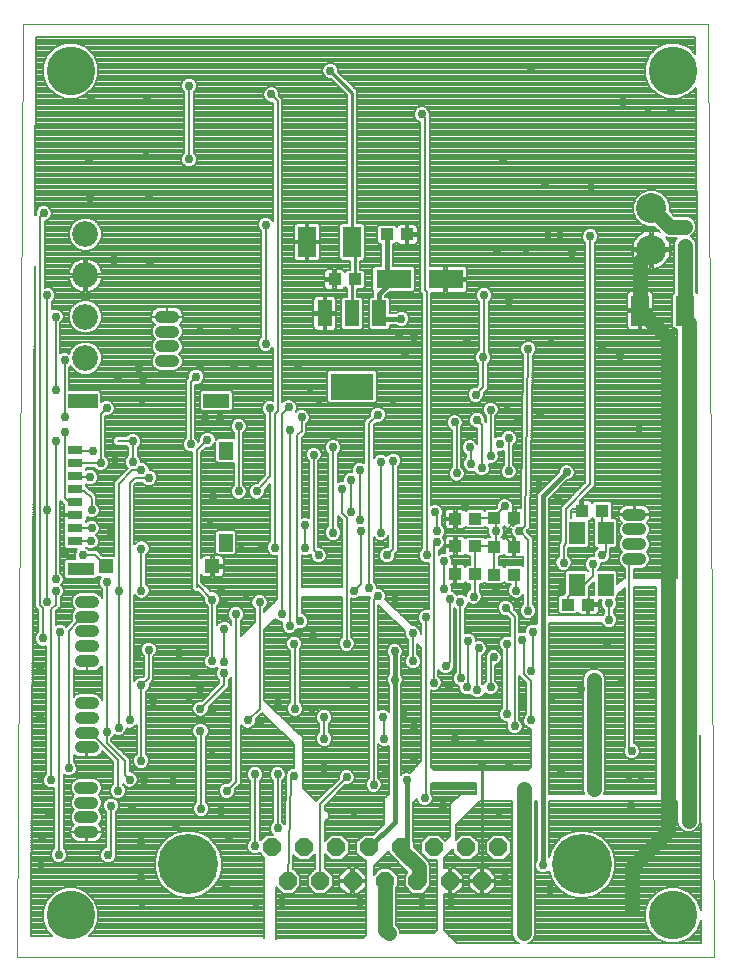
<source format=gbl>
G75*
%MOIN*%
%OFA0B0*%
%FSLAX25Y25*%
%IPPOS*%
%LPD*%
%AMOC8*
5,1,8,0,0,1.08239X$1,22.5*
%
%ADD10C,0.00000*%
%ADD11R,0.04331X0.03937*%
%ADD12R,0.11811X0.06299*%
%ADD13R,0.04800X0.08800*%
%ADD14R,0.14173X0.08661*%
%ADD15R,0.05512X0.07480*%
%ADD16C,0.10000*%
%ADD17C,0.03969*%
%ADD18OC8,0.06000*%
%ADD19C,0.20000*%
%ADD20R,0.06000X0.10000*%
%ADD21C,0.08600*%
%ADD22R,0.03150X0.02362*%
%ADD23R,0.04882X0.03150*%
%ADD24R,0.09843X0.04528*%
%ADD25R,0.08661X0.04528*%
%ADD26R,0.04528X0.05906*%
%ADD27R,0.04724X0.04567*%
%ADD28R,0.04921X0.04567*%
%ADD29R,0.08661X0.04409*%
%ADD30C,0.05000*%
%ADD31C,0.00800*%
%ADD32C,0.02978*%
%ADD33C,0.01000*%
%ADD34C,0.01600*%
%ADD35C,0.16205*%
D10*
X0005969Y0001000D02*
X0007937Y0312024D01*
X0236283Y0312024D01*
X0238252Y0001000D01*
X0005969Y0001000D01*
D11*
X0151866Y0128469D03*
X0151961Y0137846D03*
X0158654Y0137846D03*
X0164843Y0137591D03*
X0164894Y0128346D03*
X0158559Y0128469D03*
X0171587Y0128346D03*
X0171535Y0137591D03*
X0171657Y0147059D03*
X0164965Y0147059D03*
X0158654Y0146909D03*
X0151961Y0146909D03*
X0189559Y0118335D03*
X0196252Y0118335D03*
X0194059Y0149709D03*
X0200752Y0149709D03*
X0135870Y0241748D03*
X0129177Y0241748D03*
X0118370Y0226748D03*
X0111677Y0226748D03*
D12*
X0131362Y0226748D03*
X0148685Y0226748D03*
D13*
X0126624Y0215448D03*
X0117524Y0215448D03*
X0108424Y0215448D03*
D14*
X0117524Y0191047D03*
D15*
X0192551Y0142189D03*
X0202000Y0142189D03*
X0202000Y0124866D03*
X0192551Y0124866D03*
D16*
X0217311Y0236673D03*
X0217311Y0250453D03*
D17*
X0213618Y0148323D02*
X0209650Y0148323D01*
X0209650Y0143402D02*
X0213618Y0143402D01*
X0213618Y0138480D02*
X0209650Y0138480D01*
X0209650Y0133559D02*
X0213618Y0133559D01*
X0057854Y0199500D02*
X0053886Y0199500D01*
X0053886Y0204421D02*
X0057854Y0204421D01*
X0057854Y0209343D02*
X0053886Y0209343D01*
X0053886Y0214264D02*
X0057854Y0214264D01*
X0031154Y0119283D02*
X0027185Y0119283D01*
X0027185Y0114362D02*
X0031154Y0114362D01*
X0031154Y0109441D02*
X0027185Y0109441D01*
X0027185Y0104520D02*
X0031154Y0104520D01*
X0031154Y0099598D02*
X0027185Y0099598D01*
X0027079Y0085539D02*
X0031047Y0085539D01*
X0031047Y0080618D02*
X0027079Y0080618D01*
X0027079Y0075697D02*
X0031047Y0075697D01*
X0031047Y0070776D02*
X0027079Y0070776D01*
X0026984Y0057307D02*
X0030953Y0057307D01*
X0030953Y0052386D02*
X0026984Y0052386D01*
X0026984Y0047465D02*
X0030953Y0047465D01*
X0030953Y0042543D02*
X0026984Y0042543D01*
D18*
X0090700Y0037411D03*
X0096100Y0026211D03*
X0101500Y0037411D03*
X0112300Y0037411D03*
X0123100Y0037411D03*
X0117700Y0026211D03*
X0106900Y0026211D03*
X0128500Y0026211D03*
X0139300Y0026211D03*
X0150100Y0026211D03*
X0144700Y0037411D03*
X0133900Y0037411D03*
X0155500Y0037411D03*
X0160900Y0026211D03*
X0166300Y0037411D03*
D19*
X0194100Y0031811D03*
X0062900Y0031811D03*
D20*
X0213508Y0216358D03*
X0228508Y0216358D03*
X0117524Y0239248D03*
X0102524Y0239248D03*
D21*
X0028622Y0241850D03*
X0028622Y0228071D03*
X0028622Y0214291D03*
X0028622Y0200512D03*
D22*
X0228409Y0238008D03*
X0228409Y0244307D03*
D23*
X0025205Y0169835D03*
X0025205Y0165504D03*
X0025205Y0161173D03*
X0025205Y0156843D03*
X0025205Y0152512D03*
X0025205Y0148181D03*
X0025205Y0143850D03*
X0025205Y0139520D03*
D24*
X0027685Y0186311D03*
D25*
X0072291Y0186350D03*
D26*
X0075421Y0169598D03*
X0075421Y0138969D03*
D27*
X0070992Y0131094D03*
D28*
X0035559Y0131094D03*
D29*
X0027094Y0130287D03*
D30*
X0128500Y0026211D02*
X0128500Y0009996D01*
X0129685Y0008811D01*
X0139300Y0026211D02*
X0139685Y0026596D01*
X0139685Y0030811D01*
X0133900Y0036596D01*
X0133900Y0037411D01*
X0174685Y0056811D02*
X0174685Y0008811D01*
X0210685Y0016811D02*
X0210685Y0030811D01*
X0222685Y0042811D01*
X0222685Y0207181D01*
X0213508Y0216358D01*
X0213508Y0232870D01*
X0217311Y0236673D01*
X0223457Y0244307D02*
X0228409Y0244307D01*
X0223457Y0244307D02*
X0217311Y0250453D01*
X0228409Y0238008D02*
X0228409Y0213598D01*
X0228508Y0213697D01*
X0228508Y0216358D01*
X0228409Y0213598D02*
X0229685Y0212323D01*
X0229685Y0207811D01*
X0229685Y0182102D01*
X0229685Y0110811D01*
X0229685Y0046311D01*
X0198185Y0056811D02*
X0198185Y0088321D01*
X0198274Y0088410D01*
X0198274Y0092212D01*
X0198185Y0092301D01*
X0198185Y0093311D01*
D31*
X0195498Y0095856D02*
X0183165Y0095856D01*
X0183165Y0095058D02*
X0194904Y0095058D01*
X0195048Y0095407D02*
X0194485Y0094047D01*
X0194485Y0091565D01*
X0194574Y0091350D01*
X0194574Y0089272D01*
X0194485Y0089057D01*
X0194485Y0056075D01*
X0194802Y0055311D01*
X0183165Y0055311D01*
X0183165Y0112311D01*
X0200689Y0112311D01*
X0200905Y0111788D01*
X0201662Y0111031D01*
X0202650Y0110622D01*
X0203720Y0110622D01*
X0204708Y0111031D01*
X0205465Y0111788D01*
X0205874Y0112776D01*
X0205874Y0113846D01*
X0205465Y0114834D01*
X0204785Y0115514D01*
X0204785Y0116608D01*
X0205465Y0117288D01*
X0205874Y0118276D01*
X0205874Y0119346D01*
X0205522Y0120195D01*
X0205956Y0120629D01*
X0205956Y0121582D01*
X0208343Y0123969D01*
X0208343Y0070909D01*
X0207996Y0070070D01*
X0207996Y0069001D01*
X0208405Y0068012D01*
X0209162Y0067256D01*
X0210150Y0066846D01*
X0211220Y0066846D01*
X0212208Y0067256D01*
X0212965Y0068012D01*
X0213374Y0069001D01*
X0213374Y0070070D01*
X0212965Y0071059D01*
X0212208Y0071815D01*
X0211543Y0072090D01*
X0211543Y0124311D01*
X0218985Y0124311D01*
X0218985Y0055311D01*
X0201569Y0055311D01*
X0201885Y0056075D01*
X0201885Y0087459D01*
X0201974Y0087674D01*
X0201974Y0092948D01*
X0201885Y0093163D01*
X0201885Y0094047D01*
X0201322Y0095407D01*
X0200281Y0096448D01*
X0198921Y0097011D01*
X0197449Y0097011D01*
X0196089Y0096448D01*
X0195048Y0095407D01*
X0194573Y0094259D02*
X0183165Y0094259D01*
X0183165Y0093461D02*
X0194485Y0093461D01*
X0194485Y0092662D02*
X0183165Y0092662D01*
X0183165Y0091864D02*
X0194485Y0091864D01*
X0194574Y0091065D02*
X0183165Y0091065D01*
X0183165Y0090267D02*
X0194574Y0090267D01*
X0194574Y0089468D02*
X0183165Y0089468D01*
X0183165Y0088670D02*
X0194485Y0088670D01*
X0194485Y0087871D02*
X0183165Y0087871D01*
X0183165Y0087073D02*
X0194485Y0087073D01*
X0194485Y0086274D02*
X0183165Y0086274D01*
X0183165Y0085476D02*
X0194485Y0085476D01*
X0194485Y0084677D02*
X0183165Y0084677D01*
X0183165Y0083879D02*
X0194485Y0083879D01*
X0194485Y0083080D02*
X0183165Y0083080D01*
X0183165Y0082282D02*
X0194485Y0082282D01*
X0194485Y0081483D02*
X0183165Y0081483D01*
X0183165Y0080684D02*
X0194485Y0080684D01*
X0194485Y0079886D02*
X0183165Y0079886D01*
X0183165Y0079087D02*
X0194485Y0079087D01*
X0194485Y0078289D02*
X0183165Y0078289D01*
X0183165Y0077490D02*
X0194485Y0077490D01*
X0194485Y0076692D02*
X0183165Y0076692D01*
X0183165Y0075893D02*
X0194485Y0075893D01*
X0194485Y0075095D02*
X0183165Y0075095D01*
X0183165Y0074296D02*
X0194485Y0074296D01*
X0194485Y0073498D02*
X0183165Y0073498D01*
X0183165Y0072699D02*
X0194485Y0072699D01*
X0194485Y0071901D02*
X0183165Y0071901D01*
X0183165Y0071102D02*
X0194485Y0071102D01*
X0194485Y0070304D02*
X0183165Y0070304D01*
X0183165Y0069505D02*
X0194485Y0069505D01*
X0194485Y0068707D02*
X0183165Y0068707D01*
X0183165Y0067908D02*
X0194485Y0067908D01*
X0194485Y0067110D02*
X0183165Y0067110D01*
X0183165Y0066311D02*
X0194485Y0066311D01*
X0194485Y0065513D02*
X0183165Y0065513D01*
X0183165Y0064714D02*
X0194485Y0064714D01*
X0194485Y0063916D02*
X0183165Y0063916D01*
X0183165Y0063117D02*
X0194485Y0063117D01*
X0194485Y0062319D02*
X0183165Y0062319D01*
X0183165Y0061520D02*
X0194485Y0061520D01*
X0194485Y0060722D02*
X0183165Y0060722D01*
X0183165Y0059923D02*
X0194485Y0059923D01*
X0194485Y0059125D02*
X0183165Y0059125D01*
X0183165Y0058326D02*
X0194485Y0058326D01*
X0194485Y0057528D02*
X0183165Y0057528D01*
X0183165Y0056729D02*
X0194485Y0056729D01*
X0194545Y0055931D02*
X0183165Y0055931D01*
X0183165Y0052811D02*
X0225985Y0052811D01*
X0225985Y0045575D01*
X0226548Y0044215D01*
X0227589Y0043174D01*
X0228949Y0042611D01*
X0230421Y0042611D01*
X0231781Y0043174D01*
X0232822Y0044215D01*
X0233385Y0045575D01*
X0233385Y0074764D01*
X0233753Y0016683D01*
X0232359Y0020049D01*
X0229742Y0022666D01*
X0226323Y0024082D01*
X0222622Y0024082D01*
X0219203Y0022666D01*
X0216586Y0020049D01*
X0215170Y0016630D01*
X0215170Y0012929D01*
X0216586Y0009510D01*
X0219203Y0006893D01*
X0222622Y0005477D01*
X0226323Y0005477D01*
X0229742Y0006893D01*
X0232359Y0009510D01*
X0233775Y0012929D01*
X0233775Y0013181D01*
X0233824Y0005400D01*
X0176119Y0005400D01*
X0176781Y0005674D01*
X0177822Y0006715D01*
X0178385Y0008075D01*
X0178385Y0052811D01*
X0179165Y0052811D01*
X0179165Y0033236D01*
X0178886Y0032956D01*
X0178476Y0031968D01*
X0178476Y0030898D01*
X0178886Y0029910D01*
X0179642Y0029153D01*
X0180630Y0028744D01*
X0181700Y0028744D01*
X0182689Y0029153D01*
X0183105Y0029570D01*
X0183663Y0027488D01*
X0185138Y0024934D01*
X0187223Y0022849D01*
X0189777Y0021374D01*
X0192625Y0020611D01*
X0195575Y0020611D01*
X0198423Y0021374D01*
X0200977Y0022849D01*
X0203062Y0024934D01*
X0204537Y0027488D01*
X0205300Y0030337D01*
X0205300Y0033286D01*
X0204537Y0036134D01*
X0203062Y0038688D01*
X0200977Y0040773D01*
X0198423Y0042248D01*
X0195575Y0043011D01*
X0192625Y0043011D01*
X0189777Y0042248D01*
X0187223Y0040773D01*
X0185138Y0038688D01*
X0183663Y0036134D01*
X0183165Y0034276D01*
X0183165Y0052811D01*
X0183165Y0052737D02*
X0225985Y0052737D01*
X0225985Y0051938D02*
X0183165Y0051938D01*
X0183165Y0051140D02*
X0225985Y0051140D01*
X0225985Y0050341D02*
X0183165Y0050341D01*
X0183165Y0049543D02*
X0225985Y0049543D01*
X0225985Y0048744D02*
X0183165Y0048744D01*
X0183165Y0047946D02*
X0225985Y0047946D01*
X0225985Y0047147D02*
X0183165Y0047147D01*
X0183165Y0046348D02*
X0225985Y0046348D01*
X0225995Y0045550D02*
X0183165Y0045550D01*
X0183165Y0044751D02*
X0226326Y0044751D01*
X0226810Y0043953D02*
X0183165Y0043953D01*
X0183165Y0043154D02*
X0227637Y0043154D01*
X0231733Y0043154D02*
X0233585Y0043154D01*
X0233590Y0042356D02*
X0198019Y0042356D01*
X0199619Y0041557D02*
X0233595Y0041557D01*
X0233600Y0040759D02*
X0200991Y0040759D01*
X0201790Y0039960D02*
X0233605Y0039960D01*
X0233610Y0039162D02*
X0202588Y0039162D01*
X0203250Y0038363D02*
X0233615Y0038363D01*
X0233620Y0037565D02*
X0203711Y0037565D01*
X0204172Y0036766D02*
X0233626Y0036766D01*
X0233631Y0035968D02*
X0204581Y0035968D01*
X0204795Y0035169D02*
X0233636Y0035169D01*
X0233641Y0034371D02*
X0205009Y0034371D01*
X0205223Y0033572D02*
X0233646Y0033572D01*
X0233651Y0032774D02*
X0205300Y0032774D01*
X0205300Y0031975D02*
X0233656Y0031975D01*
X0233661Y0031177D02*
X0205300Y0031177D01*
X0205300Y0030378D02*
X0233666Y0030378D01*
X0233671Y0029580D02*
X0205097Y0029580D01*
X0204883Y0028781D02*
X0233676Y0028781D01*
X0233681Y0027983D02*
X0204669Y0027983D01*
X0204361Y0027184D02*
X0233686Y0027184D01*
X0233691Y0026386D02*
X0203900Y0026386D01*
X0203439Y0025587D02*
X0233696Y0025587D01*
X0233701Y0024789D02*
X0202917Y0024789D01*
X0202118Y0023990D02*
X0222401Y0023990D01*
X0220473Y0023192D02*
X0201320Y0023192D01*
X0200188Y0022393D02*
X0218931Y0022393D01*
X0218132Y0021595D02*
X0198805Y0021595D01*
X0196265Y0020796D02*
X0217334Y0020796D01*
X0216565Y0019998D02*
X0178385Y0019998D01*
X0178385Y0020796D02*
X0191935Y0020796D01*
X0189395Y0021595D02*
X0178385Y0021595D01*
X0178385Y0022393D02*
X0188012Y0022393D01*
X0186880Y0023192D02*
X0178385Y0023192D01*
X0178385Y0023990D02*
X0186082Y0023990D01*
X0185283Y0024789D02*
X0178385Y0024789D01*
X0178385Y0025587D02*
X0184761Y0025587D01*
X0184300Y0026386D02*
X0178385Y0026386D01*
X0178385Y0027184D02*
X0183839Y0027184D01*
X0183531Y0027983D02*
X0178385Y0027983D01*
X0178385Y0028781D02*
X0180541Y0028781D01*
X0181790Y0028781D02*
X0183317Y0028781D01*
X0179216Y0029580D02*
X0178385Y0029580D01*
X0178385Y0030378D02*
X0178692Y0030378D01*
X0178476Y0031177D02*
X0178385Y0031177D01*
X0178385Y0031975D02*
X0178479Y0031975D01*
X0178385Y0032774D02*
X0178810Y0032774D01*
X0179165Y0033572D02*
X0178385Y0033572D01*
X0178385Y0034371D02*
X0179165Y0034371D01*
X0179165Y0035169D02*
X0178385Y0035169D01*
X0178385Y0035968D02*
X0179165Y0035968D01*
X0179165Y0036766D02*
X0178385Y0036766D01*
X0178385Y0037565D02*
X0179165Y0037565D01*
X0179165Y0038363D02*
X0178385Y0038363D01*
X0178385Y0039162D02*
X0179165Y0039162D01*
X0179165Y0039960D02*
X0178385Y0039960D01*
X0178385Y0040759D02*
X0179165Y0040759D01*
X0179165Y0041557D02*
X0178385Y0041557D01*
X0178385Y0042356D02*
X0179165Y0042356D01*
X0179165Y0043154D02*
X0178385Y0043154D01*
X0178385Y0043953D02*
X0179165Y0043953D01*
X0179165Y0044751D02*
X0178385Y0044751D01*
X0178385Y0045550D02*
X0179165Y0045550D01*
X0179165Y0046348D02*
X0178385Y0046348D01*
X0178385Y0047147D02*
X0179165Y0047147D01*
X0179165Y0047946D02*
X0178385Y0047946D01*
X0178385Y0048744D02*
X0179165Y0048744D01*
X0179165Y0049543D02*
X0178385Y0049543D01*
X0178385Y0050341D02*
X0179165Y0050341D01*
X0179165Y0051140D02*
X0178385Y0051140D01*
X0178385Y0051938D02*
X0179165Y0051938D01*
X0179165Y0052737D02*
X0178385Y0052737D01*
X0170985Y0052737D02*
X0160111Y0052737D01*
X0160185Y0052811D02*
X0170985Y0052811D01*
X0170985Y0008075D01*
X0171548Y0006715D01*
X0172589Y0005674D01*
X0173251Y0005400D01*
X0152596Y0005400D01*
X0148185Y0009811D01*
X0148185Y0021903D01*
X0148277Y0021811D01*
X0149700Y0021811D01*
X0149700Y0025811D01*
X0150500Y0025811D01*
X0150500Y0021811D01*
X0151923Y0021811D01*
X0154500Y0024388D01*
X0154500Y0025811D01*
X0150500Y0025811D01*
X0150500Y0026611D01*
X0154500Y0026611D01*
X0154500Y0028034D01*
X0151923Y0030611D01*
X0150500Y0030611D01*
X0150500Y0026611D01*
X0149700Y0026611D01*
X0149700Y0030611D01*
X0148277Y0030611D01*
X0148185Y0030519D01*
X0148185Y0033811D01*
X0151300Y0036926D01*
X0151300Y0035671D01*
X0153760Y0033211D01*
X0157240Y0033211D01*
X0159700Y0035671D01*
X0159700Y0039151D01*
X0157240Y0041611D01*
X0153760Y0041611D01*
X0152185Y0040036D01*
X0152185Y0044811D01*
X0160185Y0052811D01*
X0159312Y0051938D02*
X0170985Y0051938D01*
X0170985Y0051140D02*
X0158514Y0051140D01*
X0157715Y0050341D02*
X0170985Y0050341D01*
X0170985Y0049543D02*
X0156917Y0049543D01*
X0156118Y0048744D02*
X0170985Y0048744D01*
X0170985Y0047946D02*
X0155320Y0047946D01*
X0154521Y0047147D02*
X0170985Y0047147D01*
X0170985Y0046348D02*
X0153723Y0046348D01*
X0152924Y0045550D02*
X0170985Y0045550D01*
X0170985Y0044751D02*
X0152185Y0044751D01*
X0152185Y0043953D02*
X0170985Y0043953D01*
X0170985Y0043154D02*
X0152185Y0043154D01*
X0152185Y0042356D02*
X0170985Y0042356D01*
X0170985Y0041557D02*
X0168093Y0041557D01*
X0168040Y0041611D02*
X0164560Y0041611D01*
X0162100Y0039151D01*
X0162100Y0035671D01*
X0164560Y0033211D01*
X0168040Y0033211D01*
X0170500Y0035671D01*
X0170500Y0039151D01*
X0168040Y0041611D01*
X0168892Y0040759D02*
X0170985Y0040759D01*
X0170985Y0039960D02*
X0169690Y0039960D01*
X0170489Y0039162D02*
X0170985Y0039162D01*
X0170985Y0038363D02*
X0170500Y0038363D01*
X0170500Y0037565D02*
X0170985Y0037565D01*
X0170985Y0036766D02*
X0170500Y0036766D01*
X0170500Y0035968D02*
X0170985Y0035968D01*
X0170985Y0035169D02*
X0169998Y0035169D01*
X0169199Y0034371D02*
X0170985Y0034371D01*
X0170985Y0033572D02*
X0168401Y0033572D01*
X0170985Y0032774D02*
X0148185Y0032774D01*
X0148185Y0033572D02*
X0153399Y0033572D01*
X0152600Y0034371D02*
X0148745Y0034371D01*
X0149543Y0035169D02*
X0151802Y0035169D01*
X0151300Y0035968D02*
X0150342Y0035968D01*
X0151140Y0036766D02*
X0151300Y0036766D01*
X0148462Y0039588D02*
X0146440Y0041611D01*
X0142960Y0041611D01*
X0140500Y0039151D01*
X0140500Y0035671D01*
X0142960Y0033211D01*
X0145685Y0033211D01*
X0145685Y0009811D01*
X0144685Y0008811D01*
X0133385Y0008811D01*
X0133385Y0009547D01*
X0132822Y0010907D01*
X0132200Y0011529D01*
X0132200Y0023971D01*
X0132700Y0024471D01*
X0132700Y0027951D01*
X0130240Y0030411D01*
X0126760Y0030411D01*
X0124685Y0028336D01*
X0124685Y0031311D01*
X0129700Y0036326D01*
X0129700Y0035671D01*
X0130687Y0034684D01*
X0130763Y0034500D01*
X0135985Y0029278D01*
X0135985Y0028836D01*
X0135100Y0027951D01*
X0135100Y0024471D01*
X0137560Y0022011D01*
X0141040Y0022011D01*
X0143500Y0024471D01*
X0143500Y0027951D01*
X0143385Y0028066D01*
X0143385Y0031547D01*
X0142822Y0032907D01*
X0141781Y0033948D01*
X0138100Y0037629D01*
X0138100Y0039151D01*
X0137685Y0039566D01*
X0137685Y0052311D01*
X0138996Y0053622D01*
X0138996Y0053276D01*
X0139405Y0052288D01*
X0140162Y0051531D01*
X0141150Y0051122D01*
X0142220Y0051122D01*
X0143208Y0051531D01*
X0143965Y0052288D01*
X0144374Y0053276D01*
X0144374Y0054346D01*
X0143965Y0055334D01*
X0143796Y0055503D01*
X0143796Y0058422D01*
X0144185Y0058811D01*
X0158985Y0058811D01*
X0158985Y0055311D01*
X0153685Y0055311D01*
X0150185Y0051811D01*
X0150185Y0041311D01*
X0148462Y0039588D01*
X0148090Y0039960D02*
X0148834Y0039960D01*
X0149633Y0040759D02*
X0147292Y0040759D01*
X0146493Y0041557D02*
X0150185Y0041557D01*
X0150185Y0042356D02*
X0137685Y0042356D01*
X0137685Y0043154D02*
X0150185Y0043154D01*
X0150185Y0043953D02*
X0137685Y0043953D01*
X0137685Y0044751D02*
X0150185Y0044751D01*
X0150185Y0045550D02*
X0137685Y0045550D01*
X0137685Y0046348D02*
X0150185Y0046348D01*
X0150185Y0047147D02*
X0137685Y0047147D01*
X0137685Y0047946D02*
X0150185Y0047946D01*
X0150185Y0048744D02*
X0137685Y0048744D01*
X0137685Y0049543D02*
X0150185Y0049543D01*
X0150185Y0050341D02*
X0137685Y0050341D01*
X0137685Y0051140D02*
X0141108Y0051140D01*
X0142262Y0051140D02*
X0150185Y0051140D01*
X0150312Y0051938D02*
X0143615Y0051938D01*
X0144151Y0052737D02*
X0151111Y0052737D01*
X0151909Y0053535D02*
X0144374Y0053535D01*
X0144374Y0054334D02*
X0152708Y0054334D01*
X0153506Y0055132D02*
X0144048Y0055132D01*
X0143796Y0055931D02*
X0158985Y0055931D01*
X0158985Y0056729D02*
X0143796Y0056729D01*
X0143796Y0057528D02*
X0158985Y0057528D01*
X0158985Y0058326D02*
X0143796Y0058326D01*
X0142196Y0054322D02*
X0141685Y0053811D01*
X0142196Y0054322D02*
X0142196Y0114183D01*
X0139507Y0114222D02*
X0134774Y0114222D01*
X0133976Y0115020D02*
X0139632Y0115020D01*
X0139507Y0114718D02*
X0139507Y0113648D01*
X0139916Y0112660D01*
X0140596Y0111980D01*
X0140596Y0108400D01*
X0140374Y0108622D01*
X0140374Y0109346D01*
X0139965Y0110334D01*
X0139208Y0111091D01*
X0138220Y0111500D01*
X0137496Y0111500D01*
X0128644Y0120352D01*
X0128736Y0120575D01*
X0128736Y0121645D01*
X0128327Y0122633D01*
X0127570Y0123390D01*
X0126582Y0123799D01*
X0125874Y0123799D01*
X0125874Y0124346D01*
X0125465Y0125334D01*
X0124785Y0126014D01*
X0124785Y0140755D01*
X0125524Y0140016D01*
X0126512Y0139606D01*
X0127582Y0139606D01*
X0128570Y0140016D01*
X0129327Y0140772D01*
X0129651Y0141555D01*
X0129651Y0137551D01*
X0129611Y0137511D01*
X0128650Y0137511D01*
X0127662Y0137102D01*
X0126905Y0136345D01*
X0126496Y0135357D01*
X0126496Y0134287D01*
X0126905Y0133299D01*
X0127662Y0132542D01*
X0128650Y0132133D01*
X0129720Y0132133D01*
X0130708Y0132542D01*
X0131465Y0133299D01*
X0131874Y0134287D01*
X0131874Y0135248D01*
X0131914Y0135288D01*
X0132851Y0136225D01*
X0132851Y0164152D01*
X0133531Y0164831D01*
X0133940Y0165819D01*
X0133940Y0166889D01*
X0133531Y0167878D01*
X0132774Y0168634D01*
X0131786Y0169043D01*
X0130716Y0169043D01*
X0129728Y0168634D01*
X0128972Y0167878D01*
X0128966Y0167864D01*
X0128696Y0168134D01*
X0127708Y0168543D01*
X0126638Y0168543D01*
X0125650Y0168134D01*
X0124894Y0167378D01*
X0124785Y0167115D01*
X0124785Y0178088D01*
X0125621Y0178924D01*
X0126582Y0178924D01*
X0127570Y0179334D01*
X0128327Y0180090D01*
X0128736Y0181079D01*
X0128736Y0182148D01*
X0128327Y0183137D01*
X0127570Y0183893D01*
X0126582Y0184302D01*
X0125512Y0184302D01*
X0124524Y0183893D01*
X0123768Y0183137D01*
X0123358Y0182148D01*
X0123358Y0181187D01*
X0121585Y0179414D01*
X0121585Y0165432D01*
X0121570Y0165447D01*
X0120582Y0165856D01*
X0119512Y0165856D01*
X0118524Y0165447D01*
X0117768Y0164691D01*
X0117358Y0163702D01*
X0117358Y0162632D01*
X0117413Y0162500D01*
X0116650Y0162500D01*
X0115662Y0162091D01*
X0114905Y0161334D01*
X0112785Y0161334D01*
X0112785Y0160536D02*
X0114575Y0160536D01*
X0114496Y0160346D02*
X0114496Y0159672D01*
X0113668Y0159672D01*
X0112785Y0159306D01*
X0112785Y0168619D01*
X0113465Y0169299D01*
X0113874Y0170287D01*
X0113874Y0171357D01*
X0113465Y0172345D01*
X0112708Y0173102D01*
X0111720Y0173511D01*
X0110650Y0173511D01*
X0109662Y0173102D01*
X0108905Y0172345D01*
X0108496Y0171357D01*
X0108496Y0170287D01*
X0108905Y0169299D01*
X0109585Y0168619D01*
X0109585Y0144514D01*
X0108905Y0143834D01*
X0108496Y0142846D01*
X0108496Y0141776D01*
X0108905Y0140788D01*
X0109662Y0140031D01*
X0110650Y0139622D01*
X0111720Y0139622D01*
X0112708Y0140031D01*
X0113465Y0140788D01*
X0113874Y0141776D01*
X0113874Y0142846D01*
X0113465Y0143834D01*
X0112785Y0144514D01*
X0112785Y0147948D01*
X0113096Y0147637D01*
X0113096Y0147617D01*
X0114033Y0146680D01*
X0114084Y0146629D01*
X0114084Y0124311D01*
X0100774Y0124311D01*
X0100774Y0134881D01*
X0101400Y0134622D01*
X0102470Y0134622D01*
X0103458Y0135031D01*
X0103673Y0135246D01*
X0103673Y0134287D01*
X0104083Y0133299D01*
X0104839Y0132542D01*
X0105827Y0132133D01*
X0106897Y0132133D01*
X0107885Y0132542D01*
X0108642Y0133299D01*
X0109051Y0134287D01*
X0109051Y0135357D01*
X0108642Y0136345D01*
X0107885Y0137102D01*
X0106897Y0137511D01*
X0106285Y0137511D01*
X0106285Y0166141D01*
X0106965Y0166820D01*
X0107374Y0167808D01*
X0107374Y0168878D01*
X0106965Y0169866D01*
X0106208Y0170623D01*
X0105220Y0171032D01*
X0104150Y0171032D01*
X0103162Y0170623D01*
X0102405Y0169866D01*
X0101996Y0168878D01*
X0101996Y0167808D01*
X0102405Y0166820D01*
X0103085Y0166141D01*
X0103085Y0147131D01*
X0102220Y0147489D01*
X0101150Y0147489D01*
X0100785Y0147338D01*
X0100785Y0174148D01*
X0101348Y0174711D01*
X0102285Y0175648D01*
X0102285Y0178608D01*
X0102965Y0179288D01*
X0103374Y0180276D01*
X0103374Y0181346D01*
X0102965Y0182334D01*
X0102208Y0183091D01*
X0101220Y0183500D01*
X0100150Y0183500D01*
X0099162Y0183091D01*
X0098726Y0182655D01*
X0099104Y0183567D01*
X0099104Y0184637D01*
X0098695Y0185626D01*
X0097938Y0186382D01*
X0096950Y0186791D01*
X0095880Y0186791D01*
X0094892Y0186382D01*
X0094274Y0185764D01*
X0094274Y0287004D01*
X0093303Y0287975D01*
X0093303Y0288936D01*
X0092894Y0289925D01*
X0092137Y0290681D01*
X0091149Y0291091D01*
X0090079Y0291091D01*
X0089091Y0290681D01*
X0088335Y0289925D01*
X0087925Y0288936D01*
X0087925Y0287867D01*
X0088335Y0286878D01*
X0089091Y0286122D01*
X0090079Y0285713D01*
X0091040Y0285713D01*
X0091074Y0285679D01*
X0091074Y0246243D01*
X0090965Y0246507D01*
X0090208Y0247264D01*
X0089220Y0247673D01*
X0088150Y0247673D01*
X0087162Y0247264D01*
X0086405Y0246507D01*
X0085996Y0245519D01*
X0085996Y0244449D01*
X0086405Y0243461D01*
X0087085Y0242781D01*
X0087085Y0207514D01*
X0086405Y0206834D01*
X0085996Y0205846D01*
X0085996Y0204776D01*
X0086405Y0203788D01*
X0087162Y0203031D01*
X0088150Y0202622D01*
X0089220Y0202622D01*
X0090208Y0203031D01*
X0090965Y0203788D01*
X0091074Y0204052D01*
X0091074Y0186353D01*
X0090720Y0186500D01*
X0089650Y0186500D01*
X0088662Y0186091D01*
X0087905Y0185334D01*
X0087496Y0184346D01*
X0087496Y0183276D01*
X0087905Y0182288D01*
X0088585Y0181608D01*
X0088585Y0161675D01*
X0085953Y0158750D01*
X0085150Y0158750D01*
X0084162Y0158341D01*
X0083405Y0157584D01*
X0082996Y0156596D01*
X0082996Y0155526D01*
X0083405Y0154538D01*
X0084162Y0153781D01*
X0085150Y0153372D01*
X0086220Y0153372D01*
X0087208Y0153781D01*
X0087965Y0154538D01*
X0088374Y0155526D01*
X0088374Y0156596D01*
X0088357Y0156638D01*
X0090107Y0158583D01*
X0090107Y0139514D01*
X0089427Y0138834D01*
X0089018Y0137846D01*
X0089018Y0136776D01*
X0089427Y0135788D01*
X0090184Y0135031D01*
X0091172Y0134622D01*
X0092242Y0134622D01*
X0092596Y0134769D01*
X0092596Y0120222D01*
X0088277Y0115903D01*
X0088277Y0116907D01*
X0088957Y0117587D01*
X0089366Y0118575D01*
X0089366Y0119645D01*
X0088957Y0120633D01*
X0088200Y0121390D01*
X0087212Y0121799D01*
X0086142Y0121799D01*
X0085154Y0121390D01*
X0084398Y0120633D01*
X0083988Y0119645D01*
X0083988Y0118575D01*
X0084398Y0117587D01*
X0085077Y0116907D01*
X0085077Y0112703D01*
X0080403Y0108029D01*
X0080403Y0112951D01*
X0081083Y0113630D01*
X0081492Y0114619D01*
X0081492Y0115688D01*
X0081083Y0116677D01*
X0080326Y0117433D01*
X0079338Y0117843D01*
X0078268Y0117843D01*
X0077280Y0117433D01*
X0076524Y0116677D01*
X0076114Y0115688D01*
X0076114Y0114619D01*
X0076524Y0113630D01*
X0077203Y0112951D01*
X0077203Y0111617D01*
X0077146Y0111755D01*
X0076389Y0112512D01*
X0075401Y0112921D01*
X0074331Y0112921D01*
X0073343Y0112512D01*
X0072587Y0111755D01*
X0072529Y0111617D01*
X0072529Y0117844D01*
X0073209Y0118524D01*
X0073618Y0119512D01*
X0073618Y0120582D01*
X0073209Y0121570D01*
X0072452Y0122327D01*
X0071464Y0122736D01*
X0070503Y0122736D01*
X0067285Y0125954D01*
X0067285Y0128421D01*
X0067325Y0128271D01*
X0067510Y0127951D01*
X0067770Y0127691D01*
X0068090Y0127506D01*
X0068446Y0127411D01*
X0070592Y0127411D01*
X0070592Y0130694D01*
X0071392Y0130694D01*
X0071392Y0127411D01*
X0073539Y0127411D01*
X0073895Y0127506D01*
X0074214Y0127691D01*
X0074475Y0127951D01*
X0074659Y0128271D01*
X0074754Y0128627D01*
X0074754Y0130695D01*
X0071392Y0130695D01*
X0071392Y0131494D01*
X0074754Y0131494D01*
X0074754Y0133562D01*
X0074659Y0133918D01*
X0074475Y0134238D01*
X0074214Y0134498D01*
X0073895Y0134683D01*
X0073539Y0134778D01*
X0071392Y0134778D01*
X0071392Y0131495D01*
X0070592Y0131495D01*
X0070592Y0134778D01*
X0068446Y0134778D01*
X0068090Y0134683D01*
X0067770Y0134498D01*
X0067510Y0134238D01*
X0067325Y0133918D01*
X0067285Y0133768D01*
X0067285Y0169148D01*
X0068764Y0170627D01*
X0068776Y0170622D01*
X0069846Y0170622D01*
X0070834Y0171031D01*
X0071591Y0171788D01*
X0071957Y0172674D01*
X0071957Y0166149D01*
X0072660Y0165446D01*
X0078085Y0165446D01*
X0078085Y0158264D01*
X0077405Y0157584D01*
X0076996Y0156596D01*
X0076996Y0155526D01*
X0077405Y0154538D01*
X0078162Y0153781D01*
X0079150Y0153372D01*
X0080220Y0153372D01*
X0081208Y0153781D01*
X0081965Y0154538D01*
X0082374Y0155526D01*
X0082374Y0156596D01*
X0081965Y0157584D01*
X0081285Y0158264D01*
X0081285Y0175608D01*
X0081965Y0176288D01*
X0082374Y0177276D01*
X0082374Y0178346D01*
X0081965Y0179334D01*
X0081208Y0180091D01*
X0080220Y0180500D01*
X0079150Y0180500D01*
X0078162Y0180091D01*
X0077405Y0179334D01*
X0076996Y0178346D01*
X0076996Y0177276D01*
X0077405Y0176288D01*
X0078085Y0175608D01*
X0078085Y0173751D01*
X0072660Y0173751D01*
X0072000Y0173091D01*
X0072000Y0173846D01*
X0071591Y0174834D01*
X0070834Y0175591D01*
X0069846Y0176000D01*
X0068776Y0176000D01*
X0067788Y0175591D01*
X0067031Y0174834D01*
X0066622Y0173846D01*
X0066622Y0173011D01*
X0066252Y0172641D01*
X0065965Y0173334D01*
X0065285Y0174014D01*
X0065285Y0191611D01*
X0066017Y0191611D01*
X0067006Y0192020D01*
X0067762Y0192777D01*
X0068171Y0193765D01*
X0068171Y0194835D01*
X0067762Y0195823D01*
X0067006Y0196580D01*
X0066017Y0196989D01*
X0064948Y0196989D01*
X0063959Y0196580D01*
X0063203Y0195823D01*
X0062794Y0194835D01*
X0062794Y0193874D01*
X0062085Y0193165D01*
X0062085Y0174014D01*
X0061405Y0173334D01*
X0060996Y0172346D01*
X0060996Y0171276D01*
X0061405Y0170288D01*
X0062162Y0169531D01*
X0063150Y0169122D01*
X0064085Y0169122D01*
X0064085Y0123629D01*
X0065022Y0122691D01*
X0066022Y0122691D01*
X0068240Y0120473D01*
X0068240Y0119512D01*
X0068650Y0118524D01*
X0069329Y0117844D01*
X0069329Y0101628D01*
X0068650Y0100948D01*
X0068240Y0099960D01*
X0068240Y0098890D01*
X0068650Y0097902D01*
X0069406Y0097146D01*
X0070394Y0096736D01*
X0071464Y0096736D01*
X0072452Y0097146D01*
X0072628Y0097321D01*
X0072762Y0097187D01*
X0072587Y0097011D01*
X0072177Y0096023D01*
X0072177Y0094953D01*
X0072587Y0093965D01*
X0073266Y0093285D01*
X0073266Y0092214D01*
X0067418Y0086366D01*
X0066457Y0086366D01*
X0065469Y0085957D01*
X0064713Y0085200D01*
X0064303Y0084212D01*
X0064303Y0083142D01*
X0064713Y0082154D01*
X0065469Y0081398D01*
X0066457Y0080988D01*
X0067527Y0080988D01*
X0068515Y0081398D01*
X0069272Y0082154D01*
X0069681Y0083142D01*
X0069681Y0084103D01*
X0075529Y0089951D01*
X0076466Y0090888D01*
X0076466Y0093285D01*
X0077146Y0093965D01*
X0077203Y0094104D01*
X0077203Y0060032D01*
X0076161Y0058989D01*
X0075199Y0058989D01*
X0074211Y0058580D01*
X0073455Y0057823D01*
X0073045Y0056835D01*
X0073045Y0055765D01*
X0073455Y0054777D01*
X0074211Y0054020D01*
X0075199Y0053611D01*
X0076269Y0053611D01*
X0077258Y0054020D01*
X0078014Y0054777D01*
X0078423Y0055765D01*
X0078423Y0056726D01*
X0079466Y0057769D01*
X0080403Y0058706D01*
X0080403Y0078356D01*
X0080461Y0078217D01*
X0081217Y0077461D01*
X0082205Y0077051D01*
X0083275Y0077051D01*
X0084263Y0077461D01*
X0085020Y0078217D01*
X0085429Y0079205D01*
X0085429Y0080166D01*
X0087340Y0082077D01*
X0087629Y0082367D01*
X0098185Y0071811D01*
X0098185Y0064000D01*
X0097650Y0064000D01*
X0096662Y0063591D01*
X0095905Y0062834D01*
X0095496Y0061846D01*
X0095496Y0060776D01*
X0095500Y0060767D01*
X0095500Y0060250D01*
X0095055Y0045116D01*
X0094965Y0045334D01*
X0094285Y0046014D01*
X0094285Y0059608D01*
X0094965Y0060288D01*
X0095374Y0061276D01*
X0095374Y0062346D01*
X0094965Y0063334D01*
X0094208Y0064091D01*
X0093220Y0064500D01*
X0092150Y0064500D01*
X0091162Y0064091D01*
X0090405Y0063334D01*
X0089996Y0062346D01*
X0089996Y0061276D01*
X0090405Y0060288D01*
X0091085Y0059608D01*
X0091085Y0046014D01*
X0090405Y0045334D01*
X0089996Y0044346D01*
X0089996Y0043276D01*
X0090405Y0042288D01*
X0091082Y0041611D01*
X0088960Y0041611D01*
X0087074Y0039725D01*
X0086785Y0040014D01*
X0086785Y0059608D01*
X0087465Y0060288D01*
X0087874Y0061276D01*
X0087874Y0062346D01*
X0087465Y0063334D01*
X0086708Y0064091D01*
X0085720Y0064500D01*
X0084650Y0064500D01*
X0083662Y0064091D01*
X0082905Y0063334D01*
X0082496Y0062346D01*
X0082496Y0061276D01*
X0082905Y0060288D01*
X0083585Y0059608D01*
X0083585Y0040014D01*
X0082905Y0039334D01*
X0082496Y0038346D01*
X0082496Y0037276D01*
X0082905Y0036288D01*
X0083662Y0035531D01*
X0084650Y0035122D01*
X0085720Y0035122D01*
X0086660Y0035511D01*
X0088185Y0033986D01*
X0088185Y0007311D01*
X0087685Y0007811D01*
X0029872Y0007811D01*
X0031571Y0009510D01*
X0032987Y0012929D01*
X0032987Y0016630D01*
X0031571Y0020049D01*
X0028954Y0022666D01*
X0025535Y0024082D01*
X0021835Y0024082D01*
X0018416Y0022666D01*
X0015799Y0020049D01*
X0014383Y0016630D01*
X0014383Y0012929D01*
X0015799Y0009510D01*
X0017498Y0007811D01*
X0010412Y0007811D01*
X0011826Y0231271D01*
X0011826Y0117417D01*
X0012763Y0116479D01*
X0012826Y0116417D01*
X0012826Y0109275D01*
X0012146Y0108595D01*
X0011737Y0107607D01*
X0011737Y0106537D01*
X0012146Y0105549D01*
X0012903Y0104792D01*
X0013891Y0104383D01*
X0014961Y0104383D01*
X0015585Y0104641D01*
X0015585Y0062014D01*
X0014905Y0061334D01*
X0014496Y0060346D01*
X0014496Y0059276D01*
X0014905Y0058288D01*
X0015662Y0057531D01*
X0016650Y0057122D01*
X0017720Y0057122D01*
X0018148Y0057299D01*
X0018148Y0037136D01*
X0017468Y0036456D01*
X0017059Y0035468D01*
X0017059Y0034398D01*
X0017468Y0033410D01*
X0018225Y0032653D01*
X0019213Y0032244D01*
X0020283Y0032244D01*
X0021271Y0032653D01*
X0022028Y0033410D01*
X0022437Y0034398D01*
X0022437Y0035468D01*
X0022028Y0036456D01*
X0021348Y0037136D01*
X0021348Y0061782D01*
X0021599Y0061531D01*
X0022587Y0061122D01*
X0023657Y0061122D01*
X0024645Y0061531D01*
X0025402Y0062288D01*
X0025811Y0063276D01*
X0025811Y0064346D01*
X0025402Y0065334D01*
X0024722Y0066014D01*
X0024722Y0068346D01*
X0024921Y0068147D01*
X0025476Y0067777D01*
X0026092Y0067521D01*
X0026745Y0067391D01*
X0028971Y0067391D01*
X0028971Y0070683D01*
X0029155Y0070683D01*
X0029155Y0067391D01*
X0031381Y0067391D01*
X0032034Y0067521D01*
X0032650Y0067777D01*
X0033205Y0068147D01*
X0033676Y0068618D01*
X0034046Y0069173D01*
X0034211Y0069570D01*
X0037833Y0065947D01*
X0037833Y0058503D01*
X0037153Y0057823D01*
X0036744Y0056835D01*
X0036744Y0055765D01*
X0037153Y0054777D01*
X0037910Y0054020D01*
X0038898Y0053611D01*
X0039968Y0053611D01*
X0040956Y0054020D01*
X0041713Y0054777D01*
X0042122Y0055765D01*
X0042122Y0056835D01*
X0041713Y0057823D01*
X0041033Y0058503D01*
X0041033Y0058671D01*
X0041090Y0058532D01*
X0041847Y0057776D01*
X0042835Y0057366D01*
X0043905Y0057366D01*
X0044893Y0057776D01*
X0045650Y0058532D01*
X0046059Y0059520D01*
X0046059Y0060590D01*
X0045650Y0061578D01*
X0044893Y0062335D01*
X0043905Y0062744D01*
X0043522Y0062744D01*
X0043522Y0066764D01*
X0037285Y0073001D01*
X0037285Y0073608D01*
X0037965Y0074288D01*
X0038256Y0074992D01*
X0039150Y0074622D01*
X0040220Y0074622D01*
X0041208Y0075031D01*
X0041965Y0075788D01*
X0042374Y0076776D01*
X0042374Y0077242D01*
X0042835Y0077051D01*
X0043905Y0077051D01*
X0044893Y0077461D01*
X0045650Y0078217D01*
X0045707Y0078356D01*
X0045707Y0068609D01*
X0045662Y0068591D01*
X0044905Y0067834D01*
X0044496Y0066846D01*
X0044496Y0065776D01*
X0044905Y0064788D01*
X0045662Y0064031D01*
X0046650Y0063622D01*
X0047720Y0063622D01*
X0048708Y0064031D01*
X0049465Y0064788D01*
X0049874Y0065776D01*
X0049874Y0066846D01*
X0049465Y0067834D01*
X0048907Y0068392D01*
X0048907Y0089348D01*
X0049587Y0090028D01*
X0049996Y0091016D01*
X0049996Y0091977D01*
X0050386Y0092368D01*
X0051324Y0093305D01*
X0051324Y0101159D01*
X0052003Y0101839D01*
X0052413Y0102827D01*
X0052413Y0103897D01*
X0052003Y0104885D01*
X0051247Y0105642D01*
X0050258Y0106051D01*
X0049189Y0106051D01*
X0048200Y0105642D01*
X0047444Y0104885D01*
X0047035Y0103897D01*
X0047035Y0102827D01*
X0047444Y0101839D01*
X0048124Y0101159D01*
X0048124Y0094630D01*
X0047733Y0094240D01*
X0046772Y0094240D01*
X0045784Y0093831D01*
X0045027Y0093074D01*
X0044970Y0092936D01*
X0044970Y0121663D01*
X0045027Y0121524D01*
X0045784Y0120768D01*
X0046772Y0120358D01*
X0047842Y0120358D01*
X0048830Y0120768D01*
X0049587Y0121524D01*
X0049996Y0122512D01*
X0049996Y0123582D01*
X0049587Y0124570D01*
X0048907Y0125250D01*
X0048907Y0134842D01*
X0049587Y0135522D01*
X0049996Y0136510D01*
X0049996Y0137580D01*
X0049587Y0138568D01*
X0048830Y0139325D01*
X0047842Y0139734D01*
X0046772Y0139734D01*
X0045784Y0139325D01*
X0045027Y0138568D01*
X0044970Y0138430D01*
X0044970Y0158083D01*
X0045660Y0158773D01*
X0045935Y0159048D01*
X0047645Y0159048D01*
X0048325Y0158369D01*
X0049313Y0157959D01*
X0050383Y0157959D01*
X0051371Y0158369D01*
X0052127Y0159125D01*
X0052537Y0160113D01*
X0052537Y0161183D01*
X0052127Y0162171D01*
X0051371Y0162928D01*
X0050383Y0163337D01*
X0049996Y0163337D01*
X0049996Y0163702D01*
X0049587Y0164691D01*
X0048830Y0165447D01*
X0047842Y0165856D01*
X0047122Y0165856D01*
X0047122Y0166389D01*
X0046713Y0167378D01*
X0046035Y0168055D01*
X0046035Y0170608D01*
X0046715Y0171288D01*
X0047124Y0172276D01*
X0047124Y0173346D01*
X0046715Y0174334D01*
X0045958Y0175091D01*
X0044970Y0175500D01*
X0043900Y0175500D01*
X0042912Y0175091D01*
X0042231Y0174410D01*
X0038770Y0174409D01*
X0037833Y0173471D01*
X0037833Y0172146D01*
X0038771Y0171209D01*
X0042233Y0171210D01*
X0042835Y0170608D01*
X0042835Y0168059D01*
X0042153Y0167378D01*
X0041744Y0166389D01*
X0041744Y0165319D01*
X0042153Y0164331D01*
X0042673Y0163812D01*
X0038085Y0159224D01*
X0038085Y0134578D01*
X0034338Y0134578D01*
X0033443Y0135474D01*
X0032505Y0136411D01*
X0029888Y0136411D01*
X0029208Y0137091D01*
X0028699Y0137301D01*
X0028796Y0137398D01*
X0028912Y0137281D01*
X0029900Y0136872D01*
X0030970Y0136872D01*
X0031958Y0137281D01*
X0032715Y0138038D01*
X0033124Y0139026D01*
X0033124Y0140096D01*
X0032715Y0141084D01*
X0032238Y0141561D01*
X0032965Y0142288D01*
X0033374Y0143276D01*
X0033374Y0144346D01*
X0032965Y0145334D01*
X0032208Y0146091D01*
X0031220Y0146500D01*
X0030150Y0146500D01*
X0029162Y0146091D01*
X0028846Y0145774D01*
X0028846Y0145885D01*
X0028950Y0146066D01*
X0029046Y0146422D01*
X0029046Y0147648D01*
X0029162Y0147531D01*
X0030150Y0147122D01*
X0031220Y0147122D01*
X0032208Y0147531D01*
X0032965Y0148288D01*
X0033374Y0149276D01*
X0033374Y0150346D01*
X0032965Y0151334D01*
X0032285Y0152014D01*
X0032285Y0154474D01*
X0031348Y0155411D01*
X0028848Y0157911D01*
X0028846Y0157911D01*
X0028846Y0158455D01*
X0029650Y0158122D01*
X0030720Y0158122D01*
X0031708Y0158531D01*
X0032465Y0159288D01*
X0032874Y0160276D01*
X0032874Y0161346D01*
X0032465Y0162334D01*
X0031708Y0163091D01*
X0030720Y0163500D01*
X0029650Y0163500D01*
X0028846Y0163167D01*
X0028846Y0163245D01*
X0028752Y0163339D01*
X0028846Y0163432D01*
X0028846Y0163961D01*
X0031482Y0163961D01*
X0032162Y0163281D01*
X0033150Y0162872D01*
X0034220Y0162872D01*
X0035208Y0163281D01*
X0035965Y0164038D01*
X0036374Y0165026D01*
X0036374Y0166096D01*
X0035965Y0167084D01*
X0035285Y0167764D01*
X0035285Y0181122D01*
X0036220Y0181122D01*
X0037208Y0181531D01*
X0037965Y0182288D01*
X0038374Y0183276D01*
X0038374Y0184346D01*
X0037965Y0185334D01*
X0037208Y0186091D01*
X0036220Y0186500D01*
X0035150Y0186500D01*
X0034162Y0186091D01*
X0033806Y0185735D01*
X0033806Y0189072D01*
X0033103Y0189775D01*
X0023285Y0189775D01*
X0023285Y0197608D01*
X0023700Y0198023D01*
X0023959Y0197396D01*
X0025507Y0195849D01*
X0027528Y0195012D01*
X0029716Y0195012D01*
X0031738Y0195849D01*
X0033285Y0197396D01*
X0034122Y0199418D01*
X0034122Y0201606D01*
X0033285Y0203627D01*
X0031738Y0205174D01*
X0029716Y0206012D01*
X0027528Y0206012D01*
X0025507Y0205174D01*
X0023959Y0203627D01*
X0023289Y0202010D01*
X0023208Y0202091D01*
X0022220Y0202500D01*
X0021150Y0202500D01*
X0020285Y0202142D01*
X0020285Y0212108D01*
X0020965Y0212788D01*
X0021374Y0213776D01*
X0021374Y0214846D01*
X0020965Y0215834D01*
X0020208Y0216591D01*
X0019220Y0217000D01*
X0018150Y0217000D01*
X0017515Y0216737D01*
X0017515Y0219270D01*
X0018195Y0219949D01*
X0018604Y0220938D01*
X0018604Y0222007D01*
X0018195Y0222996D01*
X0017438Y0223752D01*
X0016450Y0224161D01*
X0015380Y0224161D01*
X0015026Y0224015D01*
X0015026Y0246122D01*
X0015220Y0246122D01*
X0016208Y0246531D01*
X0016965Y0247288D01*
X0017374Y0248276D01*
X0017374Y0249346D01*
X0016965Y0250334D01*
X0016208Y0251091D01*
X0015220Y0251500D01*
X0014150Y0251500D01*
X0013162Y0251091D01*
X0012405Y0250334D01*
X0011996Y0249346D01*
X0011996Y0248385D01*
X0011934Y0248323D01*
X0012309Y0307624D01*
X0231911Y0307624D01*
X0231947Y0301956D01*
X0229742Y0304162D01*
X0226323Y0305578D01*
X0222622Y0305578D01*
X0219203Y0304162D01*
X0216586Y0301545D01*
X0215170Y0298126D01*
X0215170Y0294425D01*
X0216586Y0291006D01*
X0219203Y0288389D01*
X0222622Y0286973D01*
X0226323Y0286973D01*
X0229742Y0288389D01*
X0232019Y0290666D01*
X0232452Y0222111D01*
X0232109Y0222454D01*
X0232109Y0238744D01*
X0231546Y0240104D01*
X0230505Y0241145D01*
X0230474Y0241157D01*
X0230505Y0241170D01*
X0231546Y0242211D01*
X0232109Y0243571D01*
X0232109Y0245043D01*
X0231546Y0246403D01*
X0230505Y0247444D01*
X0229145Y0248007D01*
X0224989Y0248007D01*
X0223511Y0249485D01*
X0223511Y0251686D01*
X0222567Y0253965D01*
X0220823Y0255709D01*
X0218544Y0256653D01*
X0216078Y0256653D01*
X0213799Y0255709D01*
X0212055Y0253965D01*
X0211111Y0251686D01*
X0211111Y0249219D01*
X0212055Y0246941D01*
X0213799Y0245197D01*
X0216078Y0244253D01*
X0218278Y0244253D01*
X0220076Y0242455D01*
X0219373Y0242747D01*
X0218562Y0242964D01*
X0217730Y0243073D01*
X0217711Y0243073D01*
X0217711Y0237073D01*
X0223711Y0237073D01*
X0223711Y0237093D01*
X0223602Y0237924D01*
X0223384Y0238735D01*
X0223063Y0239510D01*
X0222644Y0240237D01*
X0222191Y0240826D01*
X0222721Y0240607D01*
X0225776Y0240607D01*
X0225273Y0240104D01*
X0224709Y0238744D01*
X0224709Y0222257D01*
X0224308Y0221855D01*
X0224308Y0210861D01*
X0225011Y0210158D01*
X0225985Y0210158D01*
X0225985Y0127311D01*
X0211543Y0127311D01*
X0211543Y0130375D01*
X0214252Y0130375D01*
X0215422Y0130860D01*
X0216318Y0131755D01*
X0216802Y0132926D01*
X0216802Y0134192D01*
X0216318Y0135363D01*
X0215661Y0136020D01*
X0216318Y0136677D01*
X0216802Y0137847D01*
X0216802Y0139114D01*
X0216318Y0140284D01*
X0215661Y0140941D01*
X0216318Y0141598D01*
X0216802Y0142768D01*
X0216802Y0144035D01*
X0216318Y0145205D01*
X0215802Y0145721D01*
X0216247Y0146165D01*
X0216617Y0146720D01*
X0216872Y0147336D01*
X0217002Y0147990D01*
X0217002Y0148231D01*
X0211726Y0148231D01*
X0211726Y0148415D01*
X0211542Y0148415D01*
X0211542Y0151707D01*
X0209316Y0151707D01*
X0208662Y0151577D01*
X0208047Y0151322D01*
X0207492Y0150952D01*
X0207021Y0150480D01*
X0206651Y0149926D01*
X0206395Y0149310D01*
X0206265Y0148656D01*
X0206265Y0148415D01*
X0211542Y0148415D01*
X0211542Y0148231D01*
X0206265Y0148231D01*
X0206265Y0147990D01*
X0206395Y0147336D01*
X0206651Y0146720D01*
X0207021Y0146165D01*
X0207466Y0145721D01*
X0206950Y0145205D01*
X0206465Y0144035D01*
X0206465Y0142768D01*
X0206950Y0141598D01*
X0207607Y0140941D01*
X0206950Y0140284D01*
X0206465Y0139114D01*
X0206465Y0137847D01*
X0206950Y0136677D01*
X0207607Y0136020D01*
X0206950Y0135363D01*
X0206465Y0134192D01*
X0206465Y0132926D01*
X0206950Y0131755D01*
X0207846Y0130860D01*
X0208343Y0130654D01*
X0208343Y0127311D01*
X0208185Y0127311D01*
X0205956Y0125082D01*
X0205956Y0129103D01*
X0205253Y0129806D01*
X0199483Y0129806D01*
X0199965Y0130288D01*
X0200374Y0131276D01*
X0200374Y0132169D01*
X0201385Y0132169D01*
X0202374Y0132579D01*
X0203130Y0133335D01*
X0203539Y0134323D01*
X0203539Y0135284D01*
X0203600Y0135345D01*
X0203600Y0137249D01*
X0205253Y0137249D01*
X0205956Y0137952D01*
X0205956Y0146426D01*
X0205253Y0147129D01*
X0204003Y0147129D01*
X0204117Y0147243D01*
X0204117Y0152174D01*
X0203414Y0152877D01*
X0198090Y0152877D01*
X0197493Y0152280D01*
X0197345Y0152537D01*
X0197084Y0152797D01*
X0196765Y0152982D01*
X0196409Y0153077D01*
X0194459Y0153077D01*
X0194459Y0150109D01*
X0193659Y0150109D01*
X0193659Y0152963D01*
X0198513Y0157818D01*
X0198513Y0238955D01*
X0199193Y0239634D01*
X0199602Y0240623D01*
X0199602Y0241692D01*
X0199193Y0242681D01*
X0198437Y0243437D01*
X0197448Y0243846D01*
X0196379Y0243846D01*
X0195390Y0243437D01*
X0194634Y0242681D01*
X0194224Y0241692D01*
X0194224Y0240623D01*
X0194634Y0239634D01*
X0195313Y0238955D01*
X0195313Y0159143D01*
X0187195Y0151025D01*
X0187195Y0139458D01*
X0186398Y0138661D01*
X0186398Y0134514D01*
X0185719Y0133834D01*
X0185309Y0132846D01*
X0185309Y0131776D01*
X0185719Y0130788D01*
X0186475Y0130031D01*
X0187464Y0129622D01*
X0188533Y0129622D01*
X0189522Y0130031D01*
X0190278Y0130788D01*
X0190687Y0131776D01*
X0190687Y0132846D01*
X0190278Y0133834D01*
X0189598Y0134514D01*
X0189598Y0137249D01*
X0195804Y0137249D01*
X0196507Y0137952D01*
X0196507Y0146367D01*
X0196765Y0146436D01*
X0197084Y0146620D01*
X0197345Y0146881D01*
X0197493Y0147137D01*
X0198090Y0146540D01*
X0198158Y0146540D01*
X0198044Y0146426D01*
X0198044Y0137952D01*
X0198747Y0137249D01*
X0199595Y0137249D01*
X0199327Y0137138D01*
X0198571Y0136381D01*
X0198161Y0135393D01*
X0198161Y0134500D01*
X0197150Y0134500D01*
X0196162Y0134091D01*
X0195405Y0133334D01*
X0194996Y0132346D01*
X0194996Y0131276D01*
X0195405Y0130288D01*
X0196085Y0129608D01*
X0196085Y0129525D01*
X0195804Y0129806D01*
X0189298Y0129806D01*
X0188595Y0129103D01*
X0188595Y0122157D01*
X0187959Y0121521D01*
X0187959Y0121503D01*
X0186897Y0121503D01*
X0186194Y0120800D01*
X0186194Y0115869D01*
X0186897Y0115166D01*
X0192221Y0115166D01*
X0192818Y0115763D01*
X0192966Y0115507D01*
X0193227Y0115246D01*
X0193546Y0115062D01*
X0193902Y0114966D01*
X0195852Y0114966D01*
X0195852Y0117935D01*
X0196652Y0117935D01*
X0196652Y0118735D01*
X0195852Y0118735D01*
X0195852Y0119974D01*
X0196507Y0120629D01*
X0196507Y0124370D01*
X0198044Y0125907D01*
X0198044Y0121703D01*
X0196652Y0121703D01*
X0196652Y0118735D01*
X0199817Y0118735D01*
X0199817Y0119926D01*
X0200736Y0119926D01*
X0200496Y0119346D01*
X0200496Y0118276D01*
X0200905Y0117288D01*
X0201585Y0116608D01*
X0201585Y0115514D01*
X0200905Y0114834D01*
X0200896Y0114811D01*
X0183165Y0114811D01*
X0183165Y0153715D01*
X0189179Y0159728D01*
X0189574Y0159728D01*
X0190563Y0160138D01*
X0191319Y0160894D01*
X0191728Y0161882D01*
X0191728Y0162952D01*
X0191319Y0163941D01*
X0190563Y0164697D01*
X0189574Y0165106D01*
X0188504Y0165106D01*
X0187516Y0164697D01*
X0186760Y0163941D01*
X0186350Y0162952D01*
X0186350Y0162557D01*
X0180337Y0156543D01*
X0179165Y0155372D01*
X0179165Y0112291D01*
X0178682Y0111808D01*
X0178220Y0112000D01*
X0177150Y0112000D01*
X0176162Y0111591D01*
X0175405Y0110834D01*
X0174996Y0109846D01*
X0174996Y0109083D01*
X0174709Y0109202D01*
X0173639Y0109202D01*
X0173285Y0109056D01*
X0173285Y0114974D01*
X0172348Y0115911D01*
X0172348Y0115911D01*
X0171374Y0116885D01*
X0171374Y0117846D01*
X0170965Y0118834D01*
X0170208Y0119591D01*
X0169220Y0120000D01*
X0168150Y0120000D01*
X0167162Y0119591D01*
X0166405Y0118834D01*
X0165996Y0117846D01*
X0165996Y0116776D01*
X0166405Y0115788D01*
X0167162Y0115031D01*
X0168150Y0114622D01*
X0169111Y0114622D01*
X0170085Y0113648D01*
X0170085Y0107849D01*
X0169720Y0108000D01*
X0168650Y0108000D01*
X0167662Y0107591D01*
X0166905Y0106834D01*
X0166496Y0105846D01*
X0166496Y0104776D01*
X0166905Y0103788D01*
X0167585Y0103108D01*
X0167585Y0084014D01*
X0166905Y0083334D01*
X0166496Y0082346D01*
X0166496Y0081276D01*
X0166905Y0080288D01*
X0167662Y0079531D01*
X0168650Y0079122D01*
X0169318Y0079122D01*
X0168996Y0078346D01*
X0168996Y0077276D01*
X0169405Y0076288D01*
X0170162Y0075531D01*
X0171150Y0075122D01*
X0172220Y0075122D01*
X0173208Y0075531D01*
X0173965Y0076288D01*
X0174374Y0077276D01*
X0174374Y0078346D01*
X0173965Y0079334D01*
X0173285Y0080014D01*
X0173285Y0094461D01*
X0174077Y0093669D01*
X0175628Y0092117D01*
X0175628Y0081943D01*
X0174949Y0081263D01*
X0174539Y0080275D01*
X0174539Y0079205D01*
X0174949Y0078217D01*
X0175705Y0077461D01*
X0176693Y0077051D01*
X0177185Y0077051D01*
X0177185Y0064311D01*
X0176185Y0063311D01*
X0144685Y0063311D01*
X0143796Y0064200D01*
X0143796Y0089769D01*
X0144150Y0089622D01*
X0145220Y0089622D01*
X0146208Y0090031D01*
X0146965Y0090788D01*
X0147374Y0091776D01*
X0147374Y0092846D01*
X0146965Y0093834D01*
X0146285Y0094514D01*
X0146285Y0096579D01*
X0146405Y0096288D01*
X0147162Y0095531D01*
X0148150Y0095122D01*
X0149220Y0095122D01*
X0150208Y0095531D01*
X0150965Y0096288D01*
X0151374Y0097276D01*
X0151374Y0098237D01*
X0151628Y0098492D01*
X0151628Y0117285D01*
X0152006Y0116907D01*
X0152006Y0095935D01*
X0151405Y0095334D01*
X0150996Y0094346D01*
X0150996Y0093276D01*
X0151405Y0092288D01*
X0152162Y0091531D01*
X0152993Y0091187D01*
X0152993Y0090213D01*
X0153402Y0089225D01*
X0154159Y0088468D01*
X0155147Y0088059D01*
X0156217Y0088059D01*
X0156956Y0088365D01*
X0156980Y0088308D01*
X0157737Y0087551D01*
X0158725Y0087142D01*
X0159795Y0087142D01*
X0160783Y0087551D01*
X0161539Y0088308D01*
X0161787Y0088906D01*
X0162162Y0088531D01*
X0163150Y0088122D01*
X0164220Y0088122D01*
X0165208Y0088531D01*
X0165965Y0089288D01*
X0166374Y0090276D01*
X0166374Y0091346D01*
X0165965Y0092334D01*
X0165285Y0093014D01*
X0165285Y0098149D01*
X0166208Y0098531D01*
X0166965Y0099288D01*
X0167374Y0100276D01*
X0167374Y0101346D01*
X0166965Y0102334D01*
X0166208Y0103091D01*
X0165220Y0103500D01*
X0164150Y0103500D01*
X0163162Y0103091D01*
X0162405Y0102334D01*
X0161996Y0101346D01*
X0161996Y0100276D01*
X0162085Y0100061D01*
X0162085Y0093014D01*
X0161405Y0092334D01*
X0161158Y0091736D01*
X0160860Y0092033D01*
X0160860Y0101387D01*
X0161208Y0101531D01*
X0161965Y0102288D01*
X0162374Y0103276D01*
X0162374Y0104346D01*
X0161965Y0105334D01*
X0161208Y0106091D01*
X0160220Y0106500D01*
X0159150Y0106500D01*
X0158874Y0106386D01*
X0158874Y0106846D01*
X0158465Y0107834D01*
X0168249Y0107834D01*
X0167107Y0107035D02*
X0158796Y0107035D01*
X0158465Y0107834D02*
X0157708Y0108591D01*
X0156720Y0109000D01*
X0155650Y0109000D01*
X0155206Y0108816D01*
X0155206Y0116907D01*
X0155886Y0117587D01*
X0156295Y0118575D01*
X0156295Y0118993D01*
X0156520Y0118768D01*
X0157508Y0118358D01*
X0158578Y0118358D01*
X0159566Y0118768D01*
X0160323Y0119524D01*
X0160732Y0120512D01*
X0160732Y0121582D01*
X0160323Y0122570D01*
X0160159Y0122734D01*
X0160159Y0125300D01*
X0161221Y0125300D01*
X0161665Y0125744D01*
X0162231Y0125178D01*
X0167556Y0125178D01*
X0168240Y0125862D01*
X0168924Y0125178D01*
X0170524Y0125178D01*
X0169916Y0124570D01*
X0169507Y0123582D01*
X0169507Y0122512D01*
X0169916Y0121524D01*
X0170673Y0120768D01*
X0171661Y0120358D01*
X0172731Y0120358D01*
X0173719Y0120768D01*
X0174476Y0121524D01*
X0174585Y0121788D01*
X0174585Y0118514D01*
X0173905Y0117834D01*
X0173496Y0116846D01*
X0173496Y0115776D01*
X0173905Y0114788D01*
X0174662Y0114031D01*
X0175650Y0113622D01*
X0176720Y0113622D01*
X0177708Y0114031D01*
X0178465Y0114788D01*
X0178874Y0115776D01*
X0178874Y0116846D01*
X0178465Y0117834D01*
X0177785Y0118514D01*
X0177785Y0140623D01*
X0175980Y0142428D01*
X0175980Y0143159D01*
X0176307Y0143485D01*
X0176774Y0143936D01*
X0176774Y0143952D01*
X0176785Y0143963D01*
X0176785Y0144613D01*
X0177747Y0201385D01*
X0178465Y0202103D01*
X0178874Y0203091D01*
X0178874Y0204161D01*
X0178465Y0205149D01*
X0177708Y0205906D01*
X0176720Y0206315D01*
X0175650Y0206315D01*
X0174662Y0205906D01*
X0173905Y0205149D01*
X0173496Y0204161D01*
X0173496Y0203091D01*
X0173905Y0202103D01*
X0174548Y0201460D01*
X0173683Y0150428D01*
X0172057Y0150428D01*
X0172057Y0147459D01*
X0171257Y0147459D01*
X0171257Y0150428D01*
X0171047Y0150428D01*
X0171106Y0150571D01*
X0171106Y0151641D01*
X0170697Y0152629D01*
X0169941Y0153386D01*
X0168952Y0153795D01*
X0167882Y0153795D01*
X0166894Y0153386D01*
X0166138Y0152629D01*
X0165728Y0151641D01*
X0165728Y0150680D01*
X0165276Y0150228D01*
X0162302Y0150228D01*
X0161734Y0149660D01*
X0161316Y0150078D01*
X0155991Y0150078D01*
X0155394Y0149481D01*
X0155246Y0149738D01*
X0154986Y0149998D01*
X0154666Y0150183D01*
X0154310Y0150278D01*
X0152361Y0150278D01*
X0152361Y0147309D01*
X0151561Y0147309D01*
X0151561Y0146509D01*
X0152361Y0146509D01*
X0152361Y0143541D01*
X0154310Y0143541D01*
X0154666Y0143636D01*
X0154986Y0143821D01*
X0155246Y0144081D01*
X0155394Y0144338D01*
X0155991Y0143741D01*
X0161316Y0143741D01*
X0161884Y0144309D01*
X0162302Y0143891D01*
X0162987Y0143891D01*
X0162728Y0143267D01*
X0162728Y0142197D01*
X0163138Y0141209D01*
X0163588Y0140759D01*
X0162180Y0140759D01*
X0161876Y0140455D01*
X0161316Y0141015D01*
X0155991Y0141015D01*
X0155394Y0140418D01*
X0155246Y0140675D01*
X0154986Y0140935D01*
X0154666Y0141120D01*
X0154310Y0141215D01*
X0152361Y0141215D01*
X0152361Y0138246D01*
X0151561Y0138246D01*
X0151561Y0137446D01*
X0152361Y0137446D01*
X0152361Y0134478D01*
X0154310Y0134478D01*
X0154666Y0134573D01*
X0154986Y0134758D01*
X0155246Y0135018D01*
X0155394Y0135275D01*
X0155991Y0134678D01*
X0156959Y0134678D01*
X0156959Y0131637D01*
X0155897Y0131637D01*
X0155300Y0131040D01*
X0155152Y0131297D01*
X0154891Y0131557D01*
X0154572Y0131742D01*
X0154216Y0131837D01*
X0152266Y0131837D01*
X0152266Y0128869D01*
X0151466Y0128869D01*
X0151466Y0131837D01*
X0150692Y0131837D01*
X0150874Y0132276D01*
X0150874Y0133346D01*
X0150465Y0134334D01*
X0150321Y0134478D01*
X0151561Y0134478D01*
X0151561Y0137446D01*
X0148395Y0137446D01*
X0148395Y0135694D01*
X0148447Y0135500D01*
X0147650Y0135500D01*
X0146662Y0135091D01*
X0146465Y0134894D01*
X0146465Y0136567D01*
X0147208Y0136875D01*
X0147965Y0137631D01*
X0148374Y0138619D01*
X0148374Y0139689D01*
X0147965Y0140678D01*
X0147722Y0140920D01*
X0148012Y0141209D01*
X0148421Y0142197D01*
X0148421Y0143267D01*
X0148012Y0144255D01*
X0147332Y0144935D01*
X0147332Y0147404D01*
X0147512Y0147583D01*
X0147921Y0148571D01*
X0147921Y0149641D01*
X0147512Y0150629D01*
X0146755Y0151386D01*
X0145767Y0151795D01*
X0144697Y0151795D01*
X0143976Y0151497D01*
X0143976Y0222198D01*
X0148285Y0222198D01*
X0148285Y0226348D01*
X0149085Y0226348D01*
X0149085Y0222198D01*
X0154775Y0222198D01*
X0155131Y0222294D01*
X0155450Y0222478D01*
X0155711Y0222739D01*
X0155895Y0223058D01*
X0155991Y0223414D01*
X0155991Y0226348D01*
X0149085Y0226348D01*
X0149085Y0227148D01*
X0148285Y0227148D01*
X0148285Y0231298D01*
X0143380Y0231298D01*
X0143380Y0281379D01*
X0143374Y0281385D01*
X0143374Y0282346D01*
X0142965Y0283334D01*
X0142208Y0284091D01*
X0141220Y0284500D01*
X0140150Y0284500D01*
X0139162Y0284091D01*
X0138405Y0283334D01*
X0137996Y0282346D01*
X0137996Y0281276D01*
X0138405Y0280288D01*
X0139162Y0279531D01*
X0140150Y0279122D01*
X0140180Y0279122D01*
X0140180Y0222521D01*
X0140776Y0221925D01*
X0140776Y0137061D01*
X0140097Y0136381D01*
X0139687Y0135393D01*
X0139687Y0134323D01*
X0140097Y0133335D01*
X0140853Y0132579D01*
X0141841Y0132169D01*
X0142911Y0132169D01*
X0143085Y0132241D01*
X0143085Y0116726D01*
X0142731Y0116872D01*
X0141661Y0116872D01*
X0140673Y0116463D01*
X0139916Y0115706D01*
X0139507Y0114718D01*
X0140029Y0115819D02*
X0133177Y0115819D01*
X0132379Y0116617D02*
X0141046Y0116617D01*
X0143085Y0117416D02*
X0131580Y0117416D01*
X0130782Y0118215D02*
X0143085Y0118215D01*
X0143085Y0119013D02*
X0129983Y0119013D01*
X0129185Y0119812D02*
X0143085Y0119812D01*
X0143085Y0120610D02*
X0128736Y0120610D01*
X0128736Y0121409D02*
X0143085Y0121409D01*
X0143085Y0122207D02*
X0128503Y0122207D01*
X0127955Y0123006D02*
X0143085Y0123006D01*
X0143085Y0123804D02*
X0125874Y0123804D01*
X0125768Y0124603D02*
X0143085Y0124603D01*
X0143085Y0125401D02*
X0125398Y0125401D01*
X0124785Y0126200D02*
X0143085Y0126200D01*
X0143085Y0126998D02*
X0124785Y0126998D01*
X0124785Y0127797D02*
X0143085Y0127797D01*
X0143085Y0128595D02*
X0124785Y0128595D01*
X0124785Y0129394D02*
X0143085Y0129394D01*
X0143085Y0130192D02*
X0124785Y0130192D01*
X0124785Y0130991D02*
X0143085Y0130991D01*
X0143085Y0131789D02*
X0124785Y0131789D01*
X0124785Y0132588D02*
X0127617Y0132588D01*
X0126869Y0133386D02*
X0124785Y0133386D01*
X0124785Y0134185D02*
X0126538Y0134185D01*
X0126496Y0134983D02*
X0124785Y0134983D01*
X0124785Y0135782D02*
X0126672Y0135782D01*
X0127140Y0136580D02*
X0124785Y0136580D01*
X0124785Y0137379D02*
X0128331Y0137379D01*
X0129651Y0138177D02*
X0124785Y0138177D01*
X0124785Y0138976D02*
X0129651Y0138976D01*
X0129651Y0139774D02*
X0127988Y0139774D01*
X0129128Y0140573D02*
X0129651Y0140573D01*
X0129651Y0141371D02*
X0129575Y0141371D01*
X0127047Y0142295D02*
X0127173Y0165854D01*
X0125238Y0167722D02*
X0124785Y0167722D01*
X0124785Y0168521D02*
X0126584Y0168521D01*
X0127763Y0168521D02*
X0129615Y0168521D01*
X0131251Y0166354D02*
X0131251Y0136888D01*
X0129185Y0134822D01*
X0131874Y0134983D02*
X0139687Y0134983D01*
X0139745Y0134185D02*
X0131832Y0134185D01*
X0131501Y0133386D02*
X0140076Y0133386D01*
X0140844Y0132588D02*
X0130753Y0132588D01*
X0132407Y0135782D02*
X0139848Y0135782D01*
X0140296Y0136580D02*
X0132851Y0136580D01*
X0132851Y0137379D02*
X0140776Y0137379D01*
X0140776Y0138177D02*
X0132851Y0138177D01*
X0132851Y0138976D02*
X0140776Y0138976D01*
X0140776Y0139774D02*
X0132851Y0139774D01*
X0132851Y0140573D02*
X0140776Y0140573D01*
X0140776Y0141371D02*
X0132851Y0141371D01*
X0132851Y0142170D02*
X0140776Y0142170D01*
X0140776Y0142968D02*
X0132851Y0142968D01*
X0132851Y0143767D02*
X0140776Y0143767D01*
X0140776Y0144565D02*
X0132851Y0144565D01*
X0132851Y0145364D02*
X0140776Y0145364D01*
X0140776Y0146162D02*
X0132851Y0146162D01*
X0132851Y0146961D02*
X0140776Y0146961D01*
X0140776Y0147759D02*
X0132851Y0147759D01*
X0132851Y0148558D02*
X0140776Y0148558D01*
X0140776Y0149356D02*
X0132851Y0149356D01*
X0132851Y0150155D02*
X0140776Y0150155D01*
X0140776Y0150953D02*
X0132851Y0150953D01*
X0132851Y0151752D02*
X0140776Y0151752D01*
X0140776Y0152551D02*
X0132851Y0152551D01*
X0132851Y0153349D02*
X0140776Y0153349D01*
X0140776Y0154148D02*
X0132851Y0154148D01*
X0132851Y0154946D02*
X0140776Y0154946D01*
X0140776Y0155745D02*
X0132851Y0155745D01*
X0132851Y0156543D02*
X0140776Y0156543D01*
X0140776Y0157342D02*
X0132851Y0157342D01*
X0132851Y0158140D02*
X0140776Y0158140D01*
X0140776Y0158939D02*
X0132851Y0158939D01*
X0132851Y0159737D02*
X0140776Y0159737D01*
X0140776Y0160536D02*
X0132851Y0160536D01*
X0132851Y0161334D02*
X0140776Y0161334D01*
X0140776Y0162133D02*
X0132851Y0162133D01*
X0132851Y0162931D02*
X0140776Y0162931D01*
X0140776Y0163730D02*
X0132851Y0163730D01*
X0133228Y0164528D02*
X0140776Y0164528D01*
X0140776Y0165327D02*
X0133736Y0165327D01*
X0133940Y0166125D02*
X0140776Y0166125D01*
X0140776Y0166924D02*
X0133926Y0166924D01*
X0133595Y0167722D02*
X0140776Y0167722D01*
X0140776Y0168521D02*
X0132888Y0168521D01*
X0140776Y0169319D02*
X0124785Y0169319D01*
X0124785Y0170118D02*
X0140776Y0170118D01*
X0140776Y0170916D02*
X0124785Y0170916D01*
X0124785Y0171715D02*
X0140776Y0171715D01*
X0140776Y0172513D02*
X0124785Y0172513D01*
X0124785Y0173312D02*
X0140776Y0173312D01*
X0140776Y0174110D02*
X0124785Y0174110D01*
X0124785Y0174909D02*
X0140776Y0174909D01*
X0140776Y0175707D02*
X0124785Y0175707D01*
X0124785Y0176506D02*
X0140776Y0176506D01*
X0140776Y0177304D02*
X0124785Y0177304D01*
X0124799Y0178103D02*
X0140776Y0178103D01*
X0140776Y0178901D02*
X0125598Y0178901D01*
X0123185Y0178751D02*
X0126047Y0181613D01*
X0127937Y0179700D02*
X0140776Y0179700D01*
X0140776Y0180498D02*
X0128496Y0180498D01*
X0128736Y0181297D02*
X0140776Y0181297D01*
X0140776Y0182095D02*
X0128736Y0182095D01*
X0128427Y0182894D02*
X0140776Y0182894D01*
X0140776Y0183692D02*
X0127771Y0183692D01*
X0125679Y0186088D02*
X0140776Y0186088D01*
X0140776Y0186886D02*
X0125810Y0186886D01*
X0125810Y0186219D02*
X0125107Y0185517D01*
X0109940Y0185517D01*
X0109237Y0186219D01*
X0109237Y0195875D01*
X0109940Y0196578D01*
X0125107Y0196578D01*
X0125810Y0195875D01*
X0125810Y0186219D01*
X0125810Y0187685D02*
X0140776Y0187685D01*
X0140776Y0188484D02*
X0125810Y0188484D01*
X0125810Y0189282D02*
X0140776Y0189282D01*
X0140776Y0190081D02*
X0125810Y0190081D01*
X0125810Y0190879D02*
X0140776Y0190879D01*
X0140776Y0191678D02*
X0125810Y0191678D01*
X0125810Y0192476D02*
X0140776Y0192476D01*
X0140776Y0193275D02*
X0125810Y0193275D01*
X0125810Y0194073D02*
X0140776Y0194073D01*
X0140776Y0194872D02*
X0125810Y0194872D01*
X0125810Y0195670D02*
X0140776Y0195670D01*
X0140776Y0196469D02*
X0125217Y0196469D01*
X0124324Y0183692D02*
X0099104Y0183692D01*
X0099104Y0184491D02*
X0140776Y0184491D01*
X0140776Y0185289D02*
X0098834Y0185289D01*
X0098232Y0186088D02*
X0109369Y0186088D01*
X0109237Y0186886D02*
X0094274Y0186886D01*
X0094274Y0186088D02*
X0094598Y0186088D01*
X0094274Y0187685D02*
X0109237Y0187685D01*
X0109237Y0188484D02*
X0094274Y0188484D01*
X0094274Y0189282D02*
X0109237Y0189282D01*
X0109237Y0190081D02*
X0094274Y0190081D01*
X0094274Y0190879D02*
X0109237Y0190879D01*
X0109237Y0191678D02*
X0094274Y0191678D01*
X0094274Y0192476D02*
X0109237Y0192476D01*
X0109237Y0193275D02*
X0094274Y0193275D01*
X0094274Y0194073D02*
X0109237Y0194073D01*
X0109237Y0194872D02*
X0094274Y0194872D01*
X0094274Y0195670D02*
X0109237Y0195670D01*
X0109831Y0196469D02*
X0094274Y0196469D01*
X0094274Y0197267D02*
X0140776Y0197267D01*
X0140776Y0198066D02*
X0094274Y0198066D01*
X0094274Y0198864D02*
X0140776Y0198864D01*
X0140776Y0199663D02*
X0094274Y0199663D01*
X0094274Y0200461D02*
X0140776Y0200461D01*
X0140776Y0201260D02*
X0094274Y0201260D01*
X0094274Y0202058D02*
X0140776Y0202058D01*
X0140776Y0202857D02*
X0094274Y0202857D01*
X0094274Y0203655D02*
X0140776Y0203655D01*
X0140776Y0204454D02*
X0094274Y0204454D01*
X0094274Y0205252D02*
X0140776Y0205252D01*
X0140776Y0206051D02*
X0094274Y0206051D01*
X0094274Y0206849D02*
X0140776Y0206849D01*
X0140776Y0207648D02*
X0094274Y0207648D01*
X0094274Y0208446D02*
X0140776Y0208446D01*
X0140776Y0209245D02*
X0094274Y0209245D01*
X0094274Y0210043D02*
X0105048Y0210043D01*
X0105164Y0209928D02*
X0105483Y0209743D01*
X0105839Y0209648D01*
X0108024Y0209648D01*
X0108024Y0215048D01*
X0108824Y0215048D01*
X0108824Y0215848D01*
X0112224Y0215848D01*
X0112224Y0220032D01*
X0112128Y0220388D01*
X0111944Y0220708D01*
X0111683Y0220968D01*
X0111364Y0221153D01*
X0111008Y0221248D01*
X0108824Y0221248D01*
X0108824Y0215848D01*
X0108024Y0215848D01*
X0108024Y0221248D01*
X0105839Y0221248D01*
X0105483Y0221153D01*
X0105164Y0220968D01*
X0104903Y0220708D01*
X0104719Y0220388D01*
X0104624Y0220032D01*
X0104624Y0215848D01*
X0108024Y0215848D01*
X0108024Y0215048D01*
X0104624Y0215048D01*
X0104624Y0210864D01*
X0104719Y0210508D01*
X0104903Y0210188D01*
X0105164Y0209928D01*
X0104629Y0210842D02*
X0094274Y0210842D01*
X0094274Y0211640D02*
X0104624Y0211640D01*
X0104624Y0212439D02*
X0094274Y0212439D01*
X0094274Y0213237D02*
X0104624Y0213237D01*
X0104624Y0214036D02*
X0094274Y0214036D01*
X0094274Y0214834D02*
X0104624Y0214834D01*
X0104624Y0216431D02*
X0094274Y0216431D01*
X0094274Y0215633D02*
X0108024Y0215633D01*
X0108024Y0216431D02*
X0108824Y0216431D01*
X0108824Y0215633D02*
X0113924Y0215633D01*
X0113924Y0216431D02*
X0112224Y0216431D01*
X0112224Y0217230D02*
X0113924Y0217230D01*
X0113924Y0218028D02*
X0112224Y0218028D01*
X0112224Y0218827D02*
X0113924Y0218827D01*
X0113924Y0219625D02*
X0112224Y0219625D01*
X0112108Y0220424D02*
X0114003Y0220424D01*
X0113924Y0220345D02*
X0113924Y0210551D01*
X0114627Y0209848D01*
X0120421Y0209848D01*
X0121124Y0210551D01*
X0121124Y0220345D01*
X0120421Y0221048D01*
X0119224Y0221048D01*
X0119224Y0223580D01*
X0121032Y0223580D01*
X0121735Y0224282D01*
X0121735Y0229214D01*
X0121032Y0229917D01*
X0120070Y0229917D01*
X0120070Y0233048D01*
X0121021Y0233048D01*
X0121724Y0233751D01*
X0121724Y0244745D01*
X0121021Y0245448D01*
X0119224Y0245448D01*
X0119224Y0289755D01*
X0112988Y0295991D01*
X0112988Y0296810D01*
X0112579Y0297799D01*
X0111822Y0298555D01*
X0110834Y0298965D01*
X0109764Y0298965D01*
X0108776Y0298555D01*
X0108020Y0297799D01*
X0107610Y0296810D01*
X0107610Y0295741D01*
X0108020Y0294752D01*
X0108776Y0293996D01*
X0109764Y0293587D01*
X0110584Y0293587D01*
X0115824Y0288347D01*
X0115824Y0245448D01*
X0114027Y0245448D01*
X0113324Y0244745D01*
X0113324Y0233751D01*
X0114027Y0233048D01*
X0116670Y0233048D01*
X0116670Y0229917D01*
X0115708Y0229917D01*
X0115111Y0229320D01*
X0114963Y0229576D01*
X0114702Y0229837D01*
X0114383Y0230021D01*
X0114027Y0230117D01*
X0112077Y0230117D01*
X0112077Y0227148D01*
X0111277Y0227148D01*
X0111277Y0226348D01*
X0108112Y0226348D01*
X0108112Y0224595D01*
X0108207Y0224239D01*
X0108392Y0223920D01*
X0108652Y0223659D01*
X0108971Y0223475D01*
X0109327Y0223380D01*
X0111277Y0223380D01*
X0111277Y0226348D01*
X0112077Y0226348D01*
X0112077Y0223380D01*
X0114027Y0223380D01*
X0114383Y0223475D01*
X0114702Y0223659D01*
X0114963Y0223920D01*
X0115111Y0224176D01*
X0115708Y0223580D01*
X0115824Y0223580D01*
X0115824Y0221048D01*
X0114627Y0221048D01*
X0113924Y0220345D01*
X0115824Y0221222D02*
X0111103Y0221222D01*
X0108824Y0221222D02*
X0108024Y0221222D01*
X0108024Y0220424D02*
X0108824Y0220424D01*
X0108824Y0219625D02*
X0108024Y0219625D01*
X0108024Y0218827D02*
X0108824Y0218827D01*
X0108824Y0218028D02*
X0108024Y0218028D01*
X0108024Y0217230D02*
X0108824Y0217230D01*
X0108824Y0215048D02*
X0112224Y0215048D01*
X0112224Y0210864D01*
X0112128Y0210508D01*
X0111944Y0210188D01*
X0111683Y0209928D01*
X0111364Y0209743D01*
X0111008Y0209648D01*
X0108824Y0209648D01*
X0108824Y0215048D01*
X0108824Y0214834D02*
X0108024Y0214834D01*
X0108024Y0214036D02*
X0108824Y0214036D01*
X0108824Y0213237D02*
X0108024Y0213237D01*
X0108024Y0212439D02*
X0108824Y0212439D01*
X0108824Y0211640D02*
X0108024Y0211640D01*
X0108024Y0210842D02*
X0108824Y0210842D01*
X0108824Y0210043D02*
X0108024Y0210043D01*
X0111799Y0210043D02*
X0114431Y0210043D01*
X0113924Y0210842D02*
X0112218Y0210842D01*
X0112224Y0211640D02*
X0113924Y0211640D01*
X0113924Y0212439D02*
X0112224Y0212439D01*
X0112224Y0213237D02*
X0113924Y0213237D01*
X0113924Y0214036D02*
X0112224Y0214036D01*
X0112224Y0214834D02*
X0113924Y0214834D01*
X0115824Y0222021D02*
X0094274Y0222021D01*
X0094274Y0222820D02*
X0115824Y0222820D01*
X0115669Y0223618D02*
X0114631Y0223618D01*
X0112077Y0223618D02*
X0111277Y0223618D01*
X0111277Y0224417D02*
X0112077Y0224417D01*
X0112077Y0225215D02*
X0111277Y0225215D01*
X0111277Y0226014D02*
X0112077Y0226014D01*
X0111277Y0226812D02*
X0094274Y0226812D01*
X0094274Y0226014D02*
X0108112Y0226014D01*
X0108112Y0225215D02*
X0094274Y0225215D01*
X0094274Y0224417D02*
X0108160Y0224417D01*
X0108724Y0223618D02*
X0094274Y0223618D01*
X0094274Y0221222D02*
X0105744Y0221222D01*
X0104740Y0220424D02*
X0094274Y0220424D01*
X0094274Y0219625D02*
X0104624Y0219625D01*
X0104624Y0218827D02*
X0094274Y0218827D01*
X0094274Y0218028D02*
X0104624Y0218028D01*
X0104624Y0217230D02*
X0094274Y0217230D01*
X0087085Y0217230D02*
X0059507Y0217230D01*
X0059457Y0217263D02*
X0058841Y0217518D01*
X0058188Y0217648D01*
X0055962Y0217648D01*
X0055962Y0214356D01*
X0055778Y0214356D01*
X0055778Y0217648D01*
X0053552Y0217648D01*
X0052899Y0217518D01*
X0052283Y0217263D01*
X0051728Y0216892D01*
X0051257Y0216421D01*
X0050887Y0215867D01*
X0050632Y0215251D01*
X0050502Y0214597D01*
X0050502Y0214356D01*
X0055778Y0214356D01*
X0055778Y0214172D01*
X0050502Y0214172D01*
X0050502Y0213930D01*
X0050632Y0213277D01*
X0050887Y0212661D01*
X0051257Y0212106D01*
X0051702Y0211662D01*
X0051186Y0211146D01*
X0050702Y0209976D01*
X0050702Y0208709D01*
X0051186Y0207539D01*
X0051843Y0206882D01*
X0051186Y0206225D01*
X0050702Y0205055D01*
X0050702Y0203788D01*
X0051186Y0202618D01*
X0051843Y0201961D01*
X0051186Y0201304D01*
X0050702Y0200133D01*
X0050702Y0198867D01*
X0051186Y0197696D01*
X0052082Y0196801D01*
X0053252Y0196316D01*
X0058488Y0196316D01*
X0059658Y0196801D01*
X0060554Y0197696D01*
X0061039Y0198867D01*
X0061039Y0200133D01*
X0060554Y0201304D01*
X0059897Y0201961D01*
X0060554Y0202618D01*
X0061039Y0203788D01*
X0061039Y0205055D01*
X0060554Y0206225D01*
X0059897Y0206882D01*
X0060554Y0207539D01*
X0061039Y0208709D01*
X0061039Y0209976D01*
X0060554Y0211146D01*
X0060038Y0211662D01*
X0060483Y0212106D01*
X0060853Y0212661D01*
X0061109Y0213277D01*
X0061239Y0213930D01*
X0061239Y0214172D01*
X0055962Y0214172D01*
X0055962Y0214356D01*
X0061239Y0214356D01*
X0061239Y0214597D01*
X0061109Y0215251D01*
X0060853Y0215867D01*
X0060483Y0216421D01*
X0060012Y0216892D01*
X0059457Y0217263D01*
X0060473Y0216431D02*
X0087085Y0216431D01*
X0087085Y0215633D02*
X0060950Y0215633D01*
X0061191Y0214834D02*
X0087085Y0214834D01*
X0087085Y0214036D02*
X0061239Y0214036D01*
X0061092Y0213237D02*
X0087085Y0213237D01*
X0087085Y0212439D02*
X0060705Y0212439D01*
X0060060Y0211640D02*
X0087085Y0211640D01*
X0087085Y0210842D02*
X0060680Y0210842D01*
X0061011Y0210043D02*
X0087085Y0210043D01*
X0087085Y0209245D02*
X0061039Y0209245D01*
X0060930Y0208446D02*
X0087085Y0208446D01*
X0087085Y0207648D02*
X0060599Y0207648D01*
X0059930Y0206849D02*
X0086421Y0206849D01*
X0086081Y0206051D02*
X0060626Y0206051D01*
X0060957Y0205252D02*
X0085996Y0205252D01*
X0086130Y0204454D02*
X0061039Y0204454D01*
X0060984Y0203655D02*
X0086538Y0203655D01*
X0087584Y0202857D02*
X0060653Y0202857D01*
X0059994Y0202058D02*
X0091074Y0202058D01*
X0091074Y0201260D02*
X0060572Y0201260D01*
X0060903Y0200461D02*
X0091074Y0200461D01*
X0091074Y0199663D02*
X0061039Y0199663D01*
X0061038Y0198864D02*
X0091074Y0198864D01*
X0091074Y0198066D02*
X0060707Y0198066D01*
X0060125Y0197267D02*
X0091074Y0197267D01*
X0091074Y0196469D02*
X0067117Y0196469D01*
X0067826Y0195670D02*
X0091074Y0195670D01*
X0091074Y0194872D02*
X0068156Y0194872D01*
X0068171Y0194073D02*
X0091074Y0194073D01*
X0091074Y0193275D02*
X0067968Y0193275D01*
X0067461Y0192476D02*
X0091074Y0192476D01*
X0091074Y0191678D02*
X0066178Y0191678D01*
X0065285Y0190879D02*
X0091074Y0190879D01*
X0091074Y0190081D02*
X0065285Y0190081D01*
X0065285Y0189282D02*
X0066931Y0189282D01*
X0066761Y0189111D02*
X0066761Y0183590D01*
X0067464Y0182887D01*
X0077119Y0182887D01*
X0077822Y0183590D01*
X0077822Y0189111D01*
X0077119Y0189814D01*
X0067464Y0189814D01*
X0066761Y0189111D01*
X0066761Y0188484D02*
X0065285Y0188484D01*
X0065285Y0187685D02*
X0066761Y0187685D01*
X0066761Y0186886D02*
X0065285Y0186886D01*
X0065285Y0186088D02*
X0066761Y0186088D01*
X0066761Y0185289D02*
X0065285Y0185289D01*
X0065285Y0184491D02*
X0066761Y0184491D01*
X0066761Y0183692D02*
X0065285Y0183692D01*
X0065285Y0182894D02*
X0067456Y0182894D01*
X0065285Y0182095D02*
X0088098Y0182095D01*
X0087654Y0182894D02*
X0077126Y0182894D01*
X0077822Y0183692D02*
X0087496Y0183692D01*
X0087556Y0184491D02*
X0077822Y0184491D01*
X0077822Y0185289D02*
X0087887Y0185289D01*
X0088659Y0186088D02*
X0077822Y0186088D01*
X0077822Y0186886D02*
X0091074Y0186886D01*
X0091074Y0187685D02*
X0077822Y0187685D01*
X0077822Y0188484D02*
X0091074Y0188484D01*
X0091074Y0189282D02*
X0077651Y0189282D01*
X0079146Y0180498D02*
X0065285Y0180498D01*
X0065285Y0179700D02*
X0077771Y0179700D01*
X0077226Y0178901D02*
X0065285Y0178901D01*
X0065285Y0178103D02*
X0076996Y0178103D01*
X0076996Y0177304D02*
X0065285Y0177304D01*
X0065285Y0176506D02*
X0077315Y0176506D01*
X0077986Y0175707D02*
X0070552Y0175707D01*
X0071516Y0174909D02*
X0078085Y0174909D01*
X0078085Y0174110D02*
X0071890Y0174110D01*
X0072000Y0173312D02*
X0072221Y0173312D01*
X0071957Y0172513D02*
X0071891Y0172513D01*
X0071957Y0171715D02*
X0071518Y0171715D01*
X0071957Y0170916D02*
X0070556Y0170916D01*
X0071957Y0170118D02*
X0068254Y0170118D01*
X0067456Y0169319D02*
X0071957Y0169319D01*
X0071957Y0168521D02*
X0067285Y0168521D01*
X0067285Y0167722D02*
X0071957Y0167722D01*
X0071957Y0166924D02*
X0067285Y0166924D01*
X0067285Y0166125D02*
X0071981Y0166125D01*
X0067285Y0165327D02*
X0078085Y0165327D01*
X0078085Y0164528D02*
X0067285Y0164528D01*
X0067285Y0163730D02*
X0078085Y0163730D01*
X0078085Y0162931D02*
X0067285Y0162931D01*
X0067285Y0162133D02*
X0078085Y0162133D01*
X0078085Y0161334D02*
X0067285Y0161334D01*
X0067285Y0160536D02*
X0078085Y0160536D01*
X0078085Y0159737D02*
X0067285Y0159737D01*
X0067285Y0158939D02*
X0078085Y0158939D01*
X0077961Y0158140D02*
X0067285Y0158140D01*
X0067285Y0157342D02*
X0077305Y0157342D01*
X0076996Y0156543D02*
X0067285Y0156543D01*
X0067285Y0155745D02*
X0076996Y0155745D01*
X0077236Y0154946D02*
X0067285Y0154946D01*
X0067285Y0154148D02*
X0077796Y0154148D01*
X0079685Y0156061D02*
X0079685Y0177811D01*
X0081599Y0179700D02*
X0088585Y0179700D01*
X0088585Y0180498D02*
X0080224Y0180498D01*
X0082144Y0178901D02*
X0088585Y0178901D01*
X0088585Y0178103D02*
X0082374Y0178103D01*
X0082374Y0177304D02*
X0088585Y0177304D01*
X0088585Y0176506D02*
X0082055Y0176506D01*
X0081384Y0175707D02*
X0088585Y0175707D01*
X0088585Y0174909D02*
X0081285Y0174909D01*
X0081285Y0174110D02*
X0088585Y0174110D01*
X0088585Y0173312D02*
X0081285Y0173312D01*
X0081285Y0172513D02*
X0088585Y0172513D01*
X0088585Y0171715D02*
X0081285Y0171715D01*
X0081285Y0170916D02*
X0088585Y0170916D01*
X0088585Y0170118D02*
X0081285Y0170118D01*
X0081285Y0169319D02*
X0088585Y0169319D01*
X0088585Y0168521D02*
X0081285Y0168521D01*
X0081285Y0167722D02*
X0088585Y0167722D01*
X0088585Y0166924D02*
X0081285Y0166924D01*
X0081285Y0166125D02*
X0088585Y0166125D01*
X0088585Y0165327D02*
X0081285Y0165327D01*
X0081285Y0164528D02*
X0088585Y0164528D01*
X0088585Y0163730D02*
X0081285Y0163730D01*
X0081285Y0162931D02*
X0088585Y0162931D01*
X0088585Y0162133D02*
X0081285Y0162133D01*
X0081285Y0161334D02*
X0088278Y0161334D01*
X0087560Y0160536D02*
X0081285Y0160536D01*
X0081285Y0159737D02*
X0086841Y0159737D01*
X0086122Y0158939D02*
X0081285Y0158939D01*
X0081409Y0158140D02*
X0083961Y0158140D01*
X0083305Y0157342D02*
X0082065Y0157342D01*
X0082374Y0156543D02*
X0082996Y0156543D01*
X0082996Y0155745D02*
X0082374Y0155745D01*
X0082134Y0154946D02*
X0083236Y0154946D01*
X0083796Y0154148D02*
X0081574Y0154148D01*
X0085685Y0156061D02*
X0090185Y0161061D01*
X0090185Y0183811D01*
X0091707Y0181813D02*
X0092674Y0182780D01*
X0092674Y0286342D01*
X0090614Y0288402D01*
X0089622Y0285902D02*
X0064785Y0285902D01*
X0064785Y0286700D02*
X0088513Y0286700D01*
X0088078Y0287499D02*
X0064785Y0287499D01*
X0064785Y0288297D02*
X0087925Y0288297D01*
X0087991Y0289096D02*
X0064785Y0289096D01*
X0064785Y0289108D02*
X0065465Y0289788D01*
X0065874Y0290776D01*
X0065874Y0291846D01*
X0065465Y0292834D01*
X0064708Y0293591D01*
X0063720Y0294000D01*
X0062650Y0294000D01*
X0061662Y0293591D01*
X0060905Y0292834D01*
X0060496Y0291846D01*
X0060496Y0290776D01*
X0060905Y0289788D01*
X0061585Y0289108D01*
X0061585Y0269014D01*
X0060905Y0268334D01*
X0060496Y0267346D01*
X0060496Y0266276D01*
X0060905Y0265288D01*
X0061662Y0264531D01*
X0062650Y0264122D01*
X0063720Y0264122D01*
X0064708Y0264531D01*
X0065465Y0265288D01*
X0065874Y0266276D01*
X0065874Y0267346D01*
X0065465Y0268334D01*
X0064785Y0269014D01*
X0064785Y0289108D01*
X0065509Y0289894D02*
X0088322Y0289894D01*
X0089119Y0290693D02*
X0065840Y0290693D01*
X0065874Y0291491D02*
X0112679Y0291491D01*
X0113478Y0290693D02*
X0092109Y0290693D01*
X0092906Y0289894D02*
X0114276Y0289894D01*
X0115075Y0289096D02*
X0093237Y0289096D01*
X0093303Y0288297D02*
X0115824Y0288297D01*
X0115824Y0287499D02*
X0093780Y0287499D01*
X0094274Y0286700D02*
X0115824Y0286700D01*
X0115824Y0285902D02*
X0094274Y0285902D01*
X0094274Y0285103D02*
X0115824Y0285103D01*
X0115824Y0284305D02*
X0094274Y0284305D01*
X0094274Y0283506D02*
X0115824Y0283506D01*
X0115824Y0282708D02*
X0094274Y0282708D01*
X0094274Y0281909D02*
X0115824Y0281909D01*
X0115824Y0281111D02*
X0094274Y0281111D01*
X0094274Y0280312D02*
X0115824Y0280312D01*
X0115824Y0279514D02*
X0094274Y0279514D01*
X0094274Y0278715D02*
X0115824Y0278715D01*
X0115824Y0277917D02*
X0094274Y0277917D01*
X0094274Y0277118D02*
X0115824Y0277118D01*
X0115824Y0276320D02*
X0094274Y0276320D01*
X0094274Y0275521D02*
X0115824Y0275521D01*
X0115824Y0274723D02*
X0094274Y0274723D01*
X0094274Y0273924D02*
X0115824Y0273924D01*
X0115824Y0273126D02*
X0094274Y0273126D01*
X0094274Y0272327D02*
X0115824Y0272327D01*
X0115824Y0271529D02*
X0094274Y0271529D01*
X0094274Y0270730D02*
X0115824Y0270730D01*
X0115824Y0269932D02*
X0094274Y0269932D01*
X0094274Y0269133D02*
X0115824Y0269133D01*
X0115824Y0268335D02*
X0094274Y0268335D01*
X0094274Y0267536D02*
X0115824Y0267536D01*
X0115824Y0266738D02*
X0094274Y0266738D01*
X0094274Y0265939D02*
X0115824Y0265939D01*
X0115824Y0265141D02*
X0094274Y0265141D01*
X0094274Y0264342D02*
X0115824Y0264342D01*
X0115824Y0263544D02*
X0094274Y0263544D01*
X0094274Y0262745D02*
X0115824Y0262745D01*
X0115824Y0261947D02*
X0094274Y0261947D01*
X0094274Y0261148D02*
X0115824Y0261148D01*
X0115824Y0260350D02*
X0094274Y0260350D01*
X0094274Y0259551D02*
X0115824Y0259551D01*
X0115824Y0258753D02*
X0094274Y0258753D01*
X0094274Y0257954D02*
X0115824Y0257954D01*
X0115824Y0257155D02*
X0094274Y0257155D01*
X0094274Y0256357D02*
X0115824Y0256357D01*
X0115824Y0255558D02*
X0094274Y0255558D01*
X0094274Y0254760D02*
X0115824Y0254760D01*
X0115824Y0253961D02*
X0094274Y0253961D01*
X0094274Y0253163D02*
X0115824Y0253163D01*
X0115824Y0252364D02*
X0094274Y0252364D01*
X0094274Y0251566D02*
X0115824Y0251566D01*
X0115824Y0250767D02*
X0094274Y0250767D01*
X0094274Y0249969D02*
X0115824Y0249969D01*
X0115824Y0249170D02*
X0094274Y0249170D01*
X0094274Y0248372D02*
X0115824Y0248372D01*
X0115824Y0247573D02*
X0094274Y0247573D01*
X0094274Y0246775D02*
X0115824Y0246775D01*
X0115824Y0245976D02*
X0094274Y0245976D01*
X0094274Y0245178D02*
X0098474Y0245178D01*
X0098403Y0245108D02*
X0098219Y0244788D01*
X0098124Y0244432D01*
X0098124Y0239648D01*
X0102124Y0239648D01*
X0102124Y0245648D01*
X0099339Y0245648D01*
X0098983Y0245553D01*
X0098664Y0245368D01*
X0098403Y0245108D01*
X0098124Y0244379D02*
X0094274Y0244379D01*
X0094274Y0243581D02*
X0098124Y0243581D01*
X0098124Y0242782D02*
X0094274Y0242782D01*
X0094274Y0241984D02*
X0098124Y0241984D01*
X0098124Y0241185D02*
X0094274Y0241185D01*
X0094274Y0240387D02*
X0098124Y0240387D01*
X0098124Y0238848D02*
X0098124Y0234064D01*
X0098219Y0233708D01*
X0098403Y0233388D01*
X0098664Y0233128D01*
X0098983Y0232943D01*
X0099339Y0232848D01*
X0102124Y0232848D01*
X0102124Y0238848D01*
X0102924Y0238848D01*
X0102924Y0239648D01*
X0106924Y0239648D01*
X0106924Y0244432D01*
X0106828Y0244788D01*
X0106644Y0245108D01*
X0106383Y0245368D01*
X0106064Y0245553D01*
X0105708Y0245648D01*
X0102924Y0245648D01*
X0102924Y0239648D01*
X0102124Y0239648D01*
X0102124Y0238848D01*
X0098124Y0238848D01*
X0098124Y0238790D02*
X0094274Y0238790D01*
X0094274Y0239588D02*
X0102124Y0239588D01*
X0102124Y0238790D02*
X0102924Y0238790D01*
X0102924Y0238848D02*
X0102924Y0232848D01*
X0105708Y0232848D01*
X0106064Y0232943D01*
X0106383Y0233128D01*
X0106644Y0233388D01*
X0106828Y0233708D01*
X0106924Y0234064D01*
X0106924Y0238848D01*
X0102924Y0238848D01*
X0102924Y0239588D02*
X0113324Y0239588D01*
X0113324Y0238790D02*
X0106924Y0238790D01*
X0106924Y0237991D02*
X0113324Y0237991D01*
X0113324Y0237193D02*
X0106924Y0237193D01*
X0106924Y0236394D02*
X0113324Y0236394D01*
X0113324Y0235596D02*
X0106924Y0235596D01*
X0106924Y0234797D02*
X0113324Y0234797D01*
X0113324Y0233999D02*
X0106906Y0233999D01*
X0106456Y0233200D02*
X0113874Y0233200D01*
X0116670Y0232402D02*
X0094274Y0232402D01*
X0094274Y0233200D02*
X0098592Y0233200D01*
X0098141Y0233999D02*
X0094274Y0233999D01*
X0094274Y0234797D02*
X0098124Y0234797D01*
X0098124Y0235596D02*
X0094274Y0235596D01*
X0094274Y0236394D02*
X0098124Y0236394D01*
X0098124Y0237193D02*
X0094274Y0237193D01*
X0094274Y0237991D02*
X0098124Y0237991D01*
X0102124Y0237991D02*
X0102924Y0237991D01*
X0102924Y0237193D02*
X0102124Y0237193D01*
X0102124Y0236394D02*
X0102924Y0236394D01*
X0102924Y0235596D02*
X0102124Y0235596D01*
X0102124Y0234797D02*
X0102924Y0234797D01*
X0102924Y0233999D02*
X0102124Y0233999D01*
X0102124Y0233200D02*
X0102924Y0233200D01*
X0108392Y0229576D02*
X0108207Y0229257D01*
X0108112Y0228901D01*
X0108112Y0227148D01*
X0111277Y0227148D01*
X0111277Y0230117D01*
X0109327Y0230117D01*
X0108971Y0230021D01*
X0108652Y0229837D01*
X0108392Y0229576D01*
X0108194Y0229208D02*
X0094274Y0229208D01*
X0094274Y0230006D02*
X0108945Y0230006D01*
X0108112Y0228409D02*
X0094274Y0228409D01*
X0094274Y0227611D02*
X0108112Y0227611D01*
X0111277Y0227611D02*
X0112077Y0227611D01*
X0112077Y0228409D02*
X0111277Y0228409D01*
X0111277Y0229208D02*
X0112077Y0229208D01*
X0112077Y0230006D02*
X0111277Y0230006D01*
X0114409Y0230006D02*
X0116670Y0230006D01*
X0116670Y0230805D02*
X0094274Y0230805D01*
X0094274Y0231603D02*
X0116670Y0231603D01*
X0120070Y0231603D02*
X0127177Y0231603D01*
X0127177Y0231098D02*
X0124960Y0231098D01*
X0124257Y0230395D01*
X0124257Y0223101D01*
X0124624Y0222734D01*
X0124624Y0221048D01*
X0123727Y0221048D01*
X0123024Y0220345D01*
X0123024Y0210551D01*
X0123727Y0209848D01*
X0129521Y0209848D01*
X0130224Y0210551D01*
X0130224Y0211598D01*
X0132118Y0211598D01*
X0132398Y0211319D01*
X0133386Y0210909D01*
X0134456Y0210909D01*
X0135444Y0211319D01*
X0136201Y0212075D01*
X0136610Y0213064D01*
X0136610Y0214133D01*
X0136201Y0215122D01*
X0135444Y0215878D01*
X0134456Y0216287D01*
X0133386Y0216287D01*
X0132398Y0215878D01*
X0132118Y0215598D01*
X0130224Y0215598D01*
X0130224Y0220345D01*
X0129521Y0221048D01*
X0128624Y0221048D01*
X0128624Y0221181D01*
X0129841Y0222398D01*
X0137765Y0222398D01*
X0138468Y0223101D01*
X0138468Y0230395D01*
X0137765Y0231098D01*
X0131177Y0231098D01*
X0131177Y0238580D01*
X0131840Y0238580D01*
X0132436Y0239176D01*
X0132584Y0238920D01*
X0132845Y0238659D01*
X0133164Y0238475D01*
X0133520Y0238380D01*
X0135470Y0238380D01*
X0135470Y0241348D01*
X0136270Y0241348D01*
X0136270Y0238380D01*
X0138220Y0238380D01*
X0138576Y0238475D01*
X0138895Y0238659D01*
X0139156Y0238920D01*
X0139340Y0239239D01*
X0139435Y0239595D01*
X0139435Y0241348D01*
X0136270Y0241348D01*
X0136270Y0242148D01*
X0135470Y0242148D01*
X0135470Y0245117D01*
X0133520Y0245117D01*
X0133164Y0245021D01*
X0132845Y0244837D01*
X0132584Y0244576D01*
X0132436Y0244320D01*
X0131840Y0244917D01*
X0126515Y0244917D01*
X0125812Y0244214D01*
X0125812Y0239282D01*
X0126515Y0238580D01*
X0127177Y0238580D01*
X0127177Y0231098D01*
X0127177Y0232402D02*
X0120070Y0232402D01*
X0121173Y0233200D02*
X0127177Y0233200D01*
X0127177Y0233999D02*
X0121724Y0233999D01*
X0121724Y0234797D02*
X0127177Y0234797D01*
X0127177Y0235596D02*
X0121724Y0235596D01*
X0121724Y0236394D02*
X0127177Y0236394D01*
X0127177Y0237193D02*
X0121724Y0237193D01*
X0121724Y0237991D02*
X0127177Y0237991D01*
X0126305Y0238790D02*
X0121724Y0238790D01*
X0121724Y0239588D02*
X0125812Y0239588D01*
X0125812Y0240387D02*
X0121724Y0240387D01*
X0121724Y0241185D02*
X0125812Y0241185D01*
X0125812Y0241984D02*
X0121724Y0241984D01*
X0121724Y0242782D02*
X0125812Y0242782D01*
X0125812Y0243581D02*
X0121724Y0243581D01*
X0121724Y0244379D02*
X0125978Y0244379D01*
X0121291Y0245178D02*
X0140180Y0245178D01*
X0140180Y0245976D02*
X0119224Y0245976D01*
X0119224Y0246775D02*
X0140180Y0246775D01*
X0140180Y0247573D02*
X0119224Y0247573D01*
X0119224Y0248372D02*
X0140180Y0248372D01*
X0140180Y0249170D02*
X0119224Y0249170D01*
X0119224Y0249969D02*
X0140180Y0249969D01*
X0140180Y0250767D02*
X0119224Y0250767D01*
X0119224Y0251566D02*
X0140180Y0251566D01*
X0140180Y0252364D02*
X0119224Y0252364D01*
X0119224Y0253163D02*
X0140180Y0253163D01*
X0140180Y0253961D02*
X0119224Y0253961D01*
X0119224Y0254760D02*
X0140180Y0254760D01*
X0140180Y0255558D02*
X0119224Y0255558D01*
X0119224Y0256357D02*
X0140180Y0256357D01*
X0140180Y0257155D02*
X0119224Y0257155D01*
X0119224Y0257954D02*
X0140180Y0257954D01*
X0140180Y0258753D02*
X0119224Y0258753D01*
X0119224Y0259551D02*
X0140180Y0259551D01*
X0140180Y0260350D02*
X0119224Y0260350D01*
X0119224Y0261148D02*
X0140180Y0261148D01*
X0140180Y0261947D02*
X0119224Y0261947D01*
X0119224Y0262745D02*
X0140180Y0262745D01*
X0140180Y0263544D02*
X0119224Y0263544D01*
X0119224Y0264342D02*
X0140180Y0264342D01*
X0140180Y0265141D02*
X0119224Y0265141D01*
X0119224Y0265939D02*
X0140180Y0265939D01*
X0140180Y0266738D02*
X0119224Y0266738D01*
X0119224Y0267536D02*
X0140180Y0267536D01*
X0140180Y0268335D02*
X0119224Y0268335D01*
X0119224Y0269133D02*
X0140180Y0269133D01*
X0140180Y0269932D02*
X0119224Y0269932D01*
X0119224Y0270730D02*
X0140180Y0270730D01*
X0140180Y0271529D02*
X0119224Y0271529D01*
X0119224Y0272327D02*
X0140180Y0272327D01*
X0140180Y0273126D02*
X0119224Y0273126D01*
X0119224Y0273924D02*
X0140180Y0273924D01*
X0140180Y0274723D02*
X0119224Y0274723D01*
X0119224Y0275521D02*
X0140180Y0275521D01*
X0140180Y0276320D02*
X0119224Y0276320D01*
X0119224Y0277118D02*
X0140180Y0277118D01*
X0140180Y0277917D02*
X0119224Y0277917D01*
X0119224Y0278715D02*
X0140180Y0278715D01*
X0139204Y0279514D02*
X0119224Y0279514D01*
X0119224Y0280312D02*
X0138395Y0280312D01*
X0138065Y0281111D02*
X0119224Y0281111D01*
X0119224Y0281909D02*
X0137996Y0281909D01*
X0138146Y0282708D02*
X0119224Y0282708D01*
X0119224Y0283506D02*
X0138578Y0283506D01*
X0139679Y0284305D02*
X0119224Y0284305D01*
X0119224Y0285103D02*
X0232054Y0285103D01*
X0232059Y0284305D02*
X0141691Y0284305D01*
X0142792Y0283506D02*
X0232064Y0283506D01*
X0232069Y0282708D02*
X0143224Y0282708D01*
X0143374Y0281909D02*
X0232074Y0281909D01*
X0232079Y0281111D02*
X0143380Y0281111D01*
X0143380Y0280312D02*
X0232084Y0280312D01*
X0232089Y0279514D02*
X0143380Y0279514D01*
X0143380Y0278715D02*
X0232094Y0278715D01*
X0232099Y0277917D02*
X0143380Y0277917D01*
X0143380Y0277118D02*
X0232104Y0277118D01*
X0232109Y0276320D02*
X0143380Y0276320D01*
X0143380Y0275521D02*
X0232114Y0275521D01*
X0232119Y0274723D02*
X0143380Y0274723D01*
X0143380Y0273924D02*
X0232125Y0273924D01*
X0232130Y0273126D02*
X0143380Y0273126D01*
X0143380Y0272327D02*
X0232135Y0272327D01*
X0232140Y0271529D02*
X0143380Y0271529D01*
X0143380Y0270730D02*
X0232145Y0270730D01*
X0232150Y0269932D02*
X0143380Y0269932D01*
X0143380Y0269133D02*
X0232155Y0269133D01*
X0232160Y0268335D02*
X0143380Y0268335D01*
X0143380Y0267536D02*
X0232165Y0267536D01*
X0232170Y0266738D02*
X0143380Y0266738D01*
X0143380Y0265939D02*
X0232175Y0265939D01*
X0232180Y0265141D02*
X0143380Y0265141D01*
X0143380Y0264342D02*
X0232185Y0264342D01*
X0232190Y0263544D02*
X0143380Y0263544D01*
X0143380Y0262745D02*
X0232195Y0262745D01*
X0232200Y0261947D02*
X0143380Y0261947D01*
X0143380Y0261148D02*
X0232205Y0261148D01*
X0232210Y0260350D02*
X0143380Y0260350D01*
X0143380Y0259551D02*
X0232215Y0259551D01*
X0232221Y0258753D02*
X0143380Y0258753D01*
X0143380Y0257954D02*
X0232226Y0257954D01*
X0232231Y0257155D02*
X0143380Y0257155D01*
X0143380Y0256357D02*
X0215364Y0256357D01*
X0213649Y0255558D02*
X0143380Y0255558D01*
X0143380Y0254760D02*
X0212850Y0254760D01*
X0212054Y0253961D02*
X0143380Y0253961D01*
X0143380Y0253163D02*
X0211723Y0253163D01*
X0211392Y0252364D02*
X0143380Y0252364D01*
X0143380Y0251566D02*
X0211111Y0251566D01*
X0211111Y0250767D02*
X0143380Y0250767D01*
X0143380Y0249969D02*
X0211111Y0249969D01*
X0211131Y0249170D02*
X0143380Y0249170D01*
X0143380Y0248372D02*
X0211462Y0248372D01*
X0211793Y0247573D02*
X0143380Y0247573D01*
X0143380Y0246775D02*
X0212221Y0246775D01*
X0213019Y0245976D02*
X0143380Y0245976D01*
X0143380Y0245178D02*
X0213844Y0245178D01*
X0215772Y0244379D02*
X0143380Y0244379D01*
X0143380Y0243581D02*
X0195737Y0243581D01*
X0194735Y0242782D02*
X0143380Y0242782D01*
X0143380Y0241984D02*
X0194345Y0241984D01*
X0194224Y0241185D02*
X0143380Y0241185D01*
X0143380Y0240387D02*
X0194322Y0240387D01*
X0194680Y0239588D02*
X0143380Y0239588D01*
X0143380Y0238790D02*
X0195313Y0238790D01*
X0195313Y0237991D02*
X0143380Y0237991D01*
X0143380Y0237193D02*
X0195313Y0237193D01*
X0195313Y0236394D02*
X0143380Y0236394D01*
X0143380Y0235596D02*
X0195313Y0235596D01*
X0195313Y0234797D02*
X0143380Y0234797D01*
X0143380Y0233999D02*
X0195313Y0233999D01*
X0195313Y0233200D02*
X0143380Y0233200D01*
X0143380Y0232402D02*
X0195313Y0232402D01*
X0195313Y0231603D02*
X0143380Y0231603D01*
X0140180Y0231603D02*
X0131177Y0231603D01*
X0131177Y0232402D02*
X0140180Y0232402D01*
X0140180Y0233200D02*
X0131177Y0233200D01*
X0131177Y0233999D02*
X0140180Y0233999D01*
X0140180Y0234797D02*
X0131177Y0234797D01*
X0131177Y0235596D02*
X0140180Y0235596D01*
X0140180Y0236394D02*
X0131177Y0236394D01*
X0131177Y0237193D02*
X0140180Y0237193D01*
X0140180Y0237991D02*
X0131177Y0237991D01*
X0132050Y0238790D02*
X0132715Y0238790D01*
X0135470Y0238790D02*
X0136270Y0238790D01*
X0136270Y0239588D02*
X0135470Y0239588D01*
X0135470Y0240387D02*
X0136270Y0240387D01*
X0136270Y0241185D02*
X0135470Y0241185D01*
X0136270Y0241984D02*
X0140180Y0241984D01*
X0139435Y0242148D02*
X0139435Y0243901D01*
X0139340Y0244257D01*
X0139156Y0244576D01*
X0138895Y0244837D01*
X0138576Y0245021D01*
X0138220Y0245117D01*
X0136270Y0245117D01*
X0136270Y0242148D01*
X0139435Y0242148D01*
X0139435Y0242782D02*
X0140180Y0242782D01*
X0140180Y0243581D02*
X0139435Y0243581D01*
X0139269Y0244379D02*
X0140180Y0244379D01*
X0140180Y0241185D02*
X0139435Y0241185D01*
X0139435Y0240387D02*
X0140180Y0240387D01*
X0140180Y0239588D02*
X0139434Y0239588D01*
X0139026Y0238790D02*
X0140180Y0238790D01*
X0136270Y0242782D02*
X0135470Y0242782D01*
X0135470Y0243581D02*
X0136270Y0243581D01*
X0136270Y0244379D02*
X0135470Y0244379D01*
X0132471Y0244379D02*
X0132377Y0244379D01*
X0138058Y0230805D02*
X0140180Y0230805D01*
X0140180Y0230006D02*
X0138468Y0230006D01*
X0138468Y0229208D02*
X0140180Y0229208D01*
X0140180Y0228409D02*
X0138468Y0228409D01*
X0138468Y0227611D02*
X0140180Y0227611D01*
X0140180Y0226812D02*
X0138468Y0226812D01*
X0138468Y0226014D02*
X0140180Y0226014D01*
X0140180Y0225215D02*
X0138468Y0225215D01*
X0138468Y0224417D02*
X0140180Y0224417D01*
X0140180Y0223618D02*
X0138468Y0223618D01*
X0138186Y0222820D02*
X0140180Y0222820D01*
X0140680Y0222021D02*
X0129464Y0222021D01*
X0128665Y0221222D02*
X0140776Y0221222D01*
X0140776Y0220424D02*
X0130145Y0220424D01*
X0130224Y0219625D02*
X0140776Y0219625D01*
X0140776Y0218827D02*
X0130224Y0218827D01*
X0130224Y0218028D02*
X0140776Y0218028D01*
X0140776Y0217230D02*
X0130224Y0217230D01*
X0130224Y0216431D02*
X0140776Y0216431D01*
X0140776Y0215633D02*
X0135690Y0215633D01*
X0136320Y0214834D02*
X0140776Y0214834D01*
X0140776Y0214036D02*
X0136610Y0214036D01*
X0136610Y0213237D02*
X0140776Y0213237D01*
X0140776Y0212439D02*
X0136351Y0212439D01*
X0135766Y0211640D02*
X0140776Y0211640D01*
X0140776Y0210842D02*
X0130224Y0210842D01*
X0129716Y0210043D02*
X0140776Y0210043D01*
X0143976Y0210043D02*
X0159880Y0210043D01*
X0159880Y0209245D02*
X0143976Y0209245D01*
X0143976Y0208446D02*
X0159880Y0208446D01*
X0159880Y0207648D02*
X0143976Y0207648D01*
X0143976Y0206849D02*
X0159880Y0206849D01*
X0159880Y0206051D02*
X0143976Y0206051D01*
X0143976Y0205252D02*
X0159880Y0205252D01*
X0159880Y0204454D02*
X0143976Y0204454D01*
X0143976Y0203655D02*
X0159880Y0203655D01*
X0159880Y0203181D02*
X0159662Y0203091D01*
X0158905Y0202334D01*
X0158496Y0201346D01*
X0158496Y0200276D01*
X0158905Y0199288D01*
X0159585Y0198608D01*
X0159585Y0191474D01*
X0159111Y0191000D01*
X0158150Y0191000D01*
X0157162Y0190591D01*
X0156405Y0189834D01*
X0155996Y0188846D01*
X0155996Y0187776D01*
X0156405Y0186788D01*
X0157162Y0186031D01*
X0158150Y0185622D01*
X0159220Y0185622D01*
X0160208Y0186031D01*
X0160965Y0186788D01*
X0161374Y0187776D01*
X0161374Y0188737D01*
X0162785Y0190148D01*
X0162785Y0198608D01*
X0163465Y0199288D01*
X0163874Y0200276D01*
X0163874Y0201346D01*
X0163465Y0202334D01*
X0163080Y0202719D01*
X0163080Y0219270D01*
X0163760Y0219949D01*
X0164169Y0220938D01*
X0164169Y0222007D01*
X0163760Y0222996D01*
X0163003Y0223752D01*
X0162015Y0224161D01*
X0160945Y0224161D01*
X0159957Y0223752D01*
X0159201Y0222996D01*
X0158791Y0222007D01*
X0158791Y0220938D01*
X0159201Y0219949D01*
X0159880Y0219270D01*
X0159880Y0203181D01*
X0159428Y0202857D02*
X0143976Y0202857D01*
X0143976Y0202058D02*
X0158791Y0202058D01*
X0158496Y0201260D02*
X0143976Y0201260D01*
X0143976Y0200461D02*
X0158496Y0200461D01*
X0158750Y0199663D02*
X0143976Y0199663D01*
X0143976Y0198864D02*
X0159329Y0198864D01*
X0159585Y0198066D02*
X0143976Y0198066D01*
X0143976Y0197267D02*
X0159585Y0197267D01*
X0159585Y0196469D02*
X0143976Y0196469D01*
X0143976Y0195670D02*
X0159585Y0195670D01*
X0159585Y0194872D02*
X0143976Y0194872D01*
X0143976Y0194073D02*
X0159585Y0194073D01*
X0159585Y0193275D02*
X0143976Y0193275D01*
X0143976Y0192476D02*
X0159585Y0192476D01*
X0159585Y0191678D02*
X0143976Y0191678D01*
X0143976Y0190879D02*
X0157858Y0190879D01*
X0156652Y0190081D02*
X0143976Y0190081D01*
X0143976Y0189282D02*
X0156177Y0189282D01*
X0155996Y0188484D02*
X0143976Y0188484D01*
X0143976Y0187685D02*
X0156034Y0187685D01*
X0156365Y0186886D02*
X0143976Y0186886D01*
X0143976Y0186088D02*
X0157105Y0186088D01*
X0158685Y0188311D02*
X0161185Y0190811D01*
X0161185Y0200811D01*
X0161480Y0201106D01*
X0161480Y0221472D01*
X0159004Y0220424D02*
X0143976Y0220424D01*
X0143976Y0221222D02*
X0158791Y0221222D01*
X0158797Y0222021D02*
X0143976Y0222021D01*
X0142376Y0222587D02*
X0141780Y0223184D01*
X0141780Y0280717D01*
X0140685Y0281811D01*
X0119224Y0285902D02*
X0232049Y0285902D01*
X0232044Y0286700D02*
X0119224Y0286700D01*
X0119224Y0287499D02*
X0221353Y0287499D01*
X0219425Y0288297D02*
X0119224Y0288297D01*
X0119224Y0289096D02*
X0218497Y0289096D01*
X0217698Y0289894D02*
X0119084Y0289894D01*
X0118286Y0290693D02*
X0216900Y0290693D01*
X0216385Y0291491D02*
X0117487Y0291491D01*
X0116689Y0292290D02*
X0216055Y0292290D01*
X0215724Y0293088D02*
X0115890Y0293088D01*
X0115092Y0293887D02*
X0215393Y0293887D01*
X0215170Y0294686D02*
X0114293Y0294686D01*
X0113495Y0295484D02*
X0215170Y0295484D01*
X0215170Y0296283D02*
X0112988Y0296283D01*
X0112876Y0297081D02*
X0215170Y0297081D01*
X0215170Y0297880D02*
X0112498Y0297880D01*
X0111526Y0298678D02*
X0215399Y0298678D01*
X0215730Y0299477D02*
X0032428Y0299477D01*
X0032097Y0300275D02*
X0216060Y0300275D01*
X0216391Y0301074D02*
X0031766Y0301074D01*
X0031571Y0301545D02*
X0028954Y0304162D01*
X0025535Y0305578D01*
X0021835Y0305578D01*
X0018416Y0304162D01*
X0015799Y0301545D01*
X0014383Y0298126D01*
X0014383Y0294425D01*
X0015799Y0291006D01*
X0018416Y0288389D01*
X0021835Y0286973D01*
X0025535Y0286973D01*
X0028954Y0288389D01*
X0031571Y0291006D01*
X0032987Y0294425D01*
X0032987Y0298126D01*
X0031571Y0301545D01*
X0031244Y0301872D02*
X0216913Y0301872D01*
X0217712Y0302671D02*
X0030445Y0302671D01*
X0029647Y0303469D02*
X0218510Y0303469D01*
X0219459Y0304268D02*
X0028699Y0304268D01*
X0026771Y0305066D02*
X0221387Y0305066D01*
X0227558Y0305066D02*
X0231927Y0305066D01*
X0231932Y0304268D02*
X0229486Y0304268D01*
X0230434Y0303469D02*
X0231938Y0303469D01*
X0231943Y0302671D02*
X0231233Y0302671D01*
X0231922Y0305865D02*
X0012298Y0305865D01*
X0012303Y0306663D02*
X0231917Y0306663D01*
X0231912Y0307462D02*
X0012308Y0307462D01*
X0012293Y0305066D02*
X0020599Y0305066D01*
X0018671Y0304268D02*
X0012288Y0304268D01*
X0012283Y0303469D02*
X0017723Y0303469D01*
X0016925Y0302671D02*
X0012278Y0302671D01*
X0012273Y0301872D02*
X0016126Y0301872D01*
X0015604Y0301074D02*
X0012268Y0301074D01*
X0012263Y0300275D02*
X0015273Y0300275D01*
X0014942Y0299477D02*
X0012258Y0299477D01*
X0012253Y0298678D02*
X0014611Y0298678D01*
X0014383Y0297880D02*
X0012248Y0297880D01*
X0012242Y0297081D02*
X0014383Y0297081D01*
X0014383Y0296283D02*
X0012237Y0296283D01*
X0012232Y0295484D02*
X0014383Y0295484D01*
X0014383Y0294686D02*
X0012227Y0294686D01*
X0012222Y0293887D02*
X0014606Y0293887D01*
X0014936Y0293088D02*
X0012217Y0293088D01*
X0012212Y0292290D02*
X0015267Y0292290D01*
X0015598Y0291491D02*
X0012207Y0291491D01*
X0012202Y0290693D02*
X0016112Y0290693D01*
X0016911Y0289894D02*
X0012197Y0289894D01*
X0012192Y0289096D02*
X0017709Y0289096D01*
X0018638Y0288297D02*
X0012187Y0288297D01*
X0012182Y0287499D02*
X0020566Y0287499D01*
X0026805Y0287499D02*
X0061585Y0287499D01*
X0061585Y0288297D02*
X0028732Y0288297D01*
X0029661Y0289096D02*
X0061585Y0289096D01*
X0060861Y0289894D02*
X0030459Y0289894D01*
X0031258Y0290693D02*
X0060531Y0290693D01*
X0060496Y0291491D02*
X0031772Y0291491D01*
X0032103Y0292290D02*
X0060680Y0292290D01*
X0061160Y0293088D02*
X0032434Y0293088D01*
X0032764Y0293887D02*
X0062377Y0293887D01*
X0063993Y0293887D02*
X0109039Y0293887D01*
X0108086Y0294686D02*
X0032987Y0294686D01*
X0032987Y0295484D02*
X0107717Y0295484D01*
X0107610Y0296283D02*
X0032987Y0296283D01*
X0032987Y0297081D02*
X0107722Y0297081D01*
X0108100Y0297880D02*
X0032987Y0297880D01*
X0032759Y0298678D02*
X0109073Y0298678D01*
X0111082Y0293088D02*
X0065210Y0293088D01*
X0065690Y0292290D02*
X0111881Y0292290D01*
X0091074Y0285103D02*
X0064785Y0285103D01*
X0064785Y0284305D02*
X0091074Y0284305D01*
X0091074Y0283506D02*
X0064785Y0283506D01*
X0064785Y0282708D02*
X0091074Y0282708D01*
X0091074Y0281909D02*
X0064785Y0281909D01*
X0064785Y0281111D02*
X0091074Y0281111D01*
X0091074Y0280312D02*
X0064785Y0280312D01*
X0064785Y0279514D02*
X0091074Y0279514D01*
X0091074Y0278715D02*
X0064785Y0278715D01*
X0064785Y0277917D02*
X0091074Y0277917D01*
X0091074Y0277118D02*
X0064785Y0277118D01*
X0064785Y0276320D02*
X0091074Y0276320D01*
X0091074Y0275521D02*
X0064785Y0275521D01*
X0064785Y0274723D02*
X0091074Y0274723D01*
X0091074Y0273924D02*
X0064785Y0273924D01*
X0064785Y0273126D02*
X0091074Y0273126D01*
X0091074Y0272327D02*
X0064785Y0272327D01*
X0064785Y0271529D02*
X0091074Y0271529D01*
X0091074Y0270730D02*
X0064785Y0270730D01*
X0064785Y0269932D02*
X0091074Y0269932D01*
X0091074Y0269133D02*
X0064785Y0269133D01*
X0065464Y0268335D02*
X0091074Y0268335D01*
X0091074Y0267536D02*
X0065795Y0267536D01*
X0065874Y0266738D02*
X0091074Y0266738D01*
X0091074Y0265939D02*
X0065734Y0265939D01*
X0065317Y0265141D02*
X0091074Y0265141D01*
X0091074Y0264342D02*
X0064251Y0264342D01*
X0062119Y0264342D02*
X0012035Y0264342D01*
X0012030Y0263544D02*
X0091074Y0263544D01*
X0091074Y0262745D02*
X0012025Y0262745D01*
X0012020Y0261947D02*
X0091074Y0261947D01*
X0091074Y0261148D02*
X0012015Y0261148D01*
X0012010Y0260350D02*
X0091074Y0260350D01*
X0091074Y0259551D02*
X0012005Y0259551D01*
X0012000Y0258753D02*
X0091074Y0258753D01*
X0091074Y0257954D02*
X0011995Y0257954D01*
X0011990Y0257155D02*
X0091074Y0257155D01*
X0091074Y0256357D02*
X0011985Y0256357D01*
X0011980Y0255558D02*
X0091074Y0255558D01*
X0091074Y0254760D02*
X0011975Y0254760D01*
X0011970Y0253961D02*
X0091074Y0253961D01*
X0091074Y0253163D02*
X0011965Y0253163D01*
X0011959Y0252364D02*
X0091074Y0252364D01*
X0091074Y0251566D02*
X0011954Y0251566D01*
X0011949Y0250767D02*
X0012839Y0250767D01*
X0012254Y0249969D02*
X0011944Y0249969D01*
X0011939Y0249170D02*
X0011996Y0249170D01*
X0011983Y0248372D02*
X0011934Y0248372D01*
X0013426Y0247552D02*
X0014685Y0248811D01*
X0013426Y0247552D02*
X0013426Y0239811D01*
X0013426Y0240552D01*
X0013426Y0239811D02*
X0013426Y0118079D01*
X0014426Y0117079D01*
X0014426Y0107072D01*
X0011737Y0107035D02*
X0011040Y0107035D01*
X0011035Y0106237D02*
X0011861Y0106237D01*
X0012257Y0105438D02*
X0011030Y0105438D01*
X0011025Y0104640D02*
X0013271Y0104640D01*
X0015581Y0104640D02*
X0015585Y0104640D01*
X0015585Y0103841D02*
X0011019Y0103841D01*
X0011014Y0103043D02*
X0015585Y0103043D01*
X0015585Y0102244D02*
X0011009Y0102244D01*
X0011004Y0101446D02*
X0015585Y0101446D01*
X0015585Y0100647D02*
X0010999Y0100647D01*
X0010994Y0099849D02*
X0015585Y0099849D01*
X0015585Y0099050D02*
X0010989Y0099050D01*
X0010984Y0098252D02*
X0015585Y0098252D01*
X0015585Y0097453D02*
X0010979Y0097453D01*
X0010974Y0096655D02*
X0015585Y0096655D01*
X0015585Y0095856D02*
X0010969Y0095856D01*
X0010964Y0095058D02*
X0015585Y0095058D01*
X0015585Y0094259D02*
X0010959Y0094259D01*
X0010954Y0093461D02*
X0015585Y0093461D01*
X0015585Y0092662D02*
X0010949Y0092662D01*
X0010944Y0091864D02*
X0015585Y0091864D01*
X0015585Y0091065D02*
X0010939Y0091065D01*
X0010934Y0090267D02*
X0015585Y0090267D01*
X0015585Y0089468D02*
X0010928Y0089468D01*
X0010923Y0088670D02*
X0015585Y0088670D01*
X0015585Y0087871D02*
X0010918Y0087871D01*
X0010913Y0087073D02*
X0015585Y0087073D01*
X0015585Y0086274D02*
X0010908Y0086274D01*
X0010903Y0085476D02*
X0015585Y0085476D01*
X0015585Y0084677D02*
X0010898Y0084677D01*
X0010893Y0083879D02*
X0015585Y0083879D01*
X0015585Y0083080D02*
X0010888Y0083080D01*
X0010883Y0082282D02*
X0015585Y0082282D01*
X0015585Y0081483D02*
X0010878Y0081483D01*
X0010873Y0080684D02*
X0015585Y0080684D01*
X0015585Y0079886D02*
X0010868Y0079886D01*
X0010863Y0079087D02*
X0015585Y0079087D01*
X0015585Y0078289D02*
X0010858Y0078289D01*
X0010853Y0077490D02*
X0015585Y0077490D01*
X0015585Y0076692D02*
X0010848Y0076692D01*
X0010843Y0075893D02*
X0015585Y0075893D01*
X0015585Y0075095D02*
X0010838Y0075095D01*
X0010832Y0074296D02*
X0015585Y0074296D01*
X0015585Y0073498D02*
X0010827Y0073498D01*
X0010822Y0072699D02*
X0015585Y0072699D01*
X0015585Y0071901D02*
X0010817Y0071901D01*
X0010812Y0071102D02*
X0015585Y0071102D01*
X0015585Y0070304D02*
X0010807Y0070304D01*
X0010802Y0069505D02*
X0015585Y0069505D01*
X0015585Y0068707D02*
X0010797Y0068707D01*
X0010792Y0067908D02*
X0015585Y0067908D01*
X0015585Y0067110D02*
X0010787Y0067110D01*
X0010782Y0066311D02*
X0015585Y0066311D01*
X0015585Y0065513D02*
X0010777Y0065513D01*
X0010772Y0064714D02*
X0015585Y0064714D01*
X0015585Y0063916D02*
X0010767Y0063916D01*
X0010762Y0063117D02*
X0015585Y0063117D01*
X0015585Y0062319D02*
X0010757Y0062319D01*
X0010752Y0061520D02*
X0015091Y0061520D01*
X0014652Y0060722D02*
X0010747Y0060722D01*
X0010741Y0059923D02*
X0014496Y0059923D01*
X0014559Y0059125D02*
X0010736Y0059125D01*
X0010731Y0058326D02*
X0014890Y0058326D01*
X0015671Y0057528D02*
X0010726Y0057528D01*
X0010721Y0056729D02*
X0018148Y0056729D01*
X0018148Y0055931D02*
X0010716Y0055931D01*
X0010711Y0055132D02*
X0018148Y0055132D01*
X0018148Y0054334D02*
X0010706Y0054334D01*
X0010701Y0053535D02*
X0018148Y0053535D01*
X0018148Y0052737D02*
X0010696Y0052737D01*
X0010691Y0051938D02*
X0018148Y0051938D01*
X0018148Y0051140D02*
X0010686Y0051140D01*
X0010681Y0050341D02*
X0018148Y0050341D01*
X0018148Y0049543D02*
X0010676Y0049543D01*
X0010671Y0048744D02*
X0018148Y0048744D01*
X0018148Y0047946D02*
X0010666Y0047946D01*
X0010661Y0047147D02*
X0018148Y0047147D01*
X0018148Y0046348D02*
X0010656Y0046348D01*
X0010651Y0045550D02*
X0018148Y0045550D01*
X0018148Y0044751D02*
X0010645Y0044751D01*
X0010640Y0043953D02*
X0018148Y0043953D01*
X0018148Y0043154D02*
X0010635Y0043154D01*
X0010630Y0042356D02*
X0018148Y0042356D01*
X0018148Y0041557D02*
X0010625Y0041557D01*
X0010620Y0040759D02*
X0018148Y0040759D01*
X0018148Y0039960D02*
X0010615Y0039960D01*
X0010610Y0039162D02*
X0018148Y0039162D01*
X0018148Y0038363D02*
X0010605Y0038363D01*
X0010600Y0037565D02*
X0018148Y0037565D01*
X0017779Y0036766D02*
X0010595Y0036766D01*
X0010590Y0035968D02*
X0017266Y0035968D01*
X0017059Y0035169D02*
X0010585Y0035169D01*
X0010580Y0034371D02*
X0017070Y0034371D01*
X0017401Y0033572D02*
X0010575Y0033572D01*
X0010570Y0032774D02*
X0018105Y0032774D01*
X0019748Y0034933D02*
X0019748Y0107937D01*
X0020185Y0109311D01*
X0019231Y0111826D02*
X0018785Y0111826D01*
X0018785Y0111642D02*
X0019650Y0112000D01*
X0020720Y0112000D01*
X0021708Y0111591D01*
X0022280Y0111019D01*
X0024290Y0113029D01*
X0024001Y0113729D01*
X0024001Y0114996D01*
X0024486Y0116166D01*
X0025142Y0116823D01*
X0024486Y0117480D01*
X0024001Y0118650D01*
X0024001Y0119917D01*
X0024486Y0121087D01*
X0025381Y0121983D01*
X0026552Y0122468D01*
X0031787Y0122468D01*
X0032957Y0121983D01*
X0033853Y0121087D01*
X0034085Y0120527D01*
X0034085Y0123608D01*
X0033405Y0124288D01*
X0032996Y0125276D01*
X0032996Y0126346D01*
X0033405Y0127334D01*
X0033682Y0127611D01*
X0032625Y0127611D01*
X0032625Y0127586D01*
X0031922Y0126883D01*
X0022267Y0126883D01*
X0021564Y0127586D01*
X0021564Y0132989D01*
X0022267Y0133692D01*
X0025238Y0133692D01*
X0024996Y0134276D01*
X0024996Y0135346D01*
X0025405Y0136334D01*
X0025816Y0136745D01*
X0022267Y0136745D01*
X0021564Y0137448D01*
X0021564Y0141592D01*
X0021657Y0141685D01*
X0021564Y0141779D01*
X0021564Y0145885D01*
X0021459Y0146066D01*
X0021364Y0146422D01*
X0021364Y0147794D01*
X0024817Y0147794D01*
X0024817Y0148569D01*
X0021364Y0148569D01*
X0021364Y0149940D01*
X0021459Y0150296D01*
X0021564Y0150477D01*
X0021564Y0151670D01*
X0021085Y0152148D01*
X0020285Y0152948D01*
X0020285Y0129014D01*
X0020965Y0128334D01*
X0021374Y0127346D01*
X0021374Y0126276D01*
X0020965Y0125288D01*
X0020606Y0124929D01*
X0021028Y0124507D01*
X0021437Y0123519D01*
X0021437Y0122449D01*
X0021028Y0121461D01*
X0020348Y0120781D01*
X0020348Y0117711D01*
X0019411Y0116774D01*
X0018785Y0116148D01*
X0018785Y0111642D01*
X0018785Y0112625D02*
X0023886Y0112625D01*
X0024127Y0113423D02*
X0018785Y0113423D01*
X0018785Y0114222D02*
X0024001Y0114222D01*
X0024011Y0115020D02*
X0018785Y0115020D01*
X0018785Y0115819D02*
X0024342Y0115819D01*
X0024937Y0116617D02*
X0019254Y0116617D01*
X0020053Y0117416D02*
X0024549Y0117416D01*
X0024181Y0118215D02*
X0020348Y0118215D01*
X0020348Y0119013D02*
X0024001Y0119013D01*
X0024001Y0119812D02*
X0020348Y0119812D01*
X0020348Y0120610D02*
X0024288Y0120610D01*
X0024807Y0121409D02*
X0020975Y0121409D01*
X0021337Y0122207D02*
X0025922Y0122207D01*
X0021437Y0123006D02*
X0034085Y0123006D01*
X0034085Y0122207D02*
X0032416Y0122207D01*
X0033532Y0121409D02*
X0034085Y0121409D01*
X0034051Y0120610D02*
X0034085Y0120610D01*
X0033889Y0123804D02*
X0021319Y0123804D01*
X0020932Y0124603D02*
X0033275Y0124603D01*
X0032996Y0125401D02*
X0021012Y0125401D01*
X0021342Y0126200D02*
X0032996Y0126200D01*
X0033266Y0126998D02*
X0032038Y0126998D01*
X0035685Y0125811D02*
X0035685Y0075811D01*
X0035685Y0072338D01*
X0041922Y0066101D01*
X0041922Y0061503D01*
X0043370Y0060055D01*
X0045895Y0059125D02*
X0065585Y0059125D01*
X0065585Y0059923D02*
X0046059Y0059923D01*
X0046004Y0060722D02*
X0065585Y0060722D01*
X0065585Y0061520D02*
X0045674Y0061520D01*
X0044909Y0062319D02*
X0065585Y0062319D01*
X0065585Y0063117D02*
X0043522Y0063117D01*
X0043522Y0063916D02*
X0045941Y0063916D01*
X0044979Y0064714D02*
X0043522Y0064714D01*
X0043522Y0065513D02*
X0044605Y0065513D01*
X0044496Y0066311D02*
X0043522Y0066311D01*
X0043176Y0067110D02*
X0044605Y0067110D01*
X0044980Y0067908D02*
X0042378Y0067908D01*
X0041579Y0068707D02*
X0045707Y0068707D01*
X0045707Y0069505D02*
X0040781Y0069505D01*
X0039982Y0070304D02*
X0045707Y0070304D01*
X0045707Y0071102D02*
X0039184Y0071102D01*
X0038385Y0071901D02*
X0045707Y0071901D01*
X0045707Y0072699D02*
X0037586Y0072699D01*
X0037285Y0073498D02*
X0045707Y0073498D01*
X0045707Y0074296D02*
X0037968Y0074296D01*
X0041272Y0075095D02*
X0045707Y0075095D01*
X0045707Y0075893D02*
X0042008Y0075893D01*
X0042339Y0076692D02*
X0045707Y0076692D01*
X0045707Y0077490D02*
X0044923Y0077490D01*
X0045679Y0078289D02*
X0045707Y0078289D01*
X0043370Y0079740D02*
X0043370Y0158746D01*
X0044060Y0159436D01*
X0045272Y0160648D01*
X0049848Y0160648D01*
X0050820Y0158140D02*
X0064085Y0158140D01*
X0064085Y0157342D02*
X0044970Y0157342D01*
X0044970Y0156543D02*
X0064085Y0156543D01*
X0064085Y0155745D02*
X0044970Y0155745D01*
X0044970Y0154946D02*
X0064085Y0154946D01*
X0064085Y0154148D02*
X0044970Y0154148D01*
X0044970Y0153349D02*
X0064085Y0153349D01*
X0064085Y0152551D02*
X0044970Y0152551D01*
X0044970Y0151752D02*
X0064085Y0151752D01*
X0064085Y0150953D02*
X0044970Y0150953D01*
X0044970Y0150155D02*
X0064085Y0150155D01*
X0064085Y0149356D02*
X0044970Y0149356D01*
X0044970Y0148558D02*
X0064085Y0148558D01*
X0064085Y0147759D02*
X0044970Y0147759D01*
X0044970Y0146961D02*
X0064085Y0146961D01*
X0064085Y0146162D02*
X0044970Y0146162D01*
X0044970Y0145364D02*
X0064085Y0145364D01*
X0064085Y0144565D02*
X0044970Y0144565D01*
X0044970Y0143767D02*
X0064085Y0143767D01*
X0064085Y0142968D02*
X0044970Y0142968D01*
X0044970Y0142170D02*
X0064085Y0142170D01*
X0064085Y0141371D02*
X0044970Y0141371D01*
X0044970Y0140573D02*
X0064085Y0140573D01*
X0064085Y0139774D02*
X0044970Y0139774D01*
X0044970Y0138976D02*
X0045435Y0138976D01*
X0047307Y0137045D02*
X0047307Y0123047D01*
X0049996Y0123006D02*
X0064708Y0123006D01*
X0064085Y0123804D02*
X0049904Y0123804D01*
X0049554Y0124603D02*
X0064085Y0124603D01*
X0064085Y0125401D02*
X0048907Y0125401D01*
X0048907Y0126200D02*
X0064085Y0126200D01*
X0064085Y0126998D02*
X0048907Y0126998D01*
X0048907Y0127797D02*
X0064085Y0127797D01*
X0064085Y0128595D02*
X0048907Y0128595D01*
X0048907Y0129394D02*
X0064085Y0129394D01*
X0064085Y0130192D02*
X0048907Y0130192D01*
X0048907Y0130991D02*
X0064085Y0130991D01*
X0064085Y0131789D02*
X0048907Y0131789D01*
X0048907Y0132588D02*
X0064085Y0132588D01*
X0064085Y0133386D02*
X0048907Y0133386D01*
X0048907Y0134185D02*
X0064085Y0134185D01*
X0064085Y0134983D02*
X0049048Y0134983D01*
X0049694Y0135782D02*
X0064085Y0135782D01*
X0064085Y0136580D02*
X0049996Y0136580D01*
X0049996Y0137379D02*
X0064085Y0137379D01*
X0064085Y0138177D02*
X0049749Y0138177D01*
X0049179Y0138976D02*
X0064085Y0138976D01*
X0067285Y0138976D02*
X0071957Y0138976D01*
X0071957Y0139774D02*
X0067285Y0139774D01*
X0067285Y0140573D02*
X0071957Y0140573D01*
X0071957Y0141371D02*
X0067285Y0141371D01*
X0067285Y0142170D02*
X0071957Y0142170D01*
X0071957Y0142418D02*
X0071957Y0135519D01*
X0072660Y0134816D01*
X0078182Y0134816D01*
X0078885Y0135519D01*
X0078885Y0142418D01*
X0078182Y0143121D01*
X0072660Y0143121D01*
X0071957Y0142418D01*
X0072508Y0142968D02*
X0067285Y0142968D01*
X0067285Y0143767D02*
X0090107Y0143767D01*
X0090107Y0144565D02*
X0067285Y0144565D01*
X0067285Y0145364D02*
X0090107Y0145364D01*
X0090107Y0146162D02*
X0067285Y0146162D01*
X0067285Y0146961D02*
X0090107Y0146961D01*
X0090107Y0147759D02*
X0067285Y0147759D01*
X0067285Y0148558D02*
X0090107Y0148558D01*
X0090107Y0149356D02*
X0067285Y0149356D01*
X0067285Y0150155D02*
X0090107Y0150155D01*
X0090107Y0150953D02*
X0067285Y0150953D01*
X0067285Y0151752D02*
X0090107Y0151752D01*
X0090107Y0152551D02*
X0067285Y0152551D01*
X0067285Y0153349D02*
X0090107Y0153349D01*
X0090107Y0154148D02*
X0087574Y0154148D01*
X0088134Y0154946D02*
X0090107Y0154946D01*
X0090107Y0155745D02*
X0088374Y0155745D01*
X0088374Y0156543D02*
X0090107Y0156543D01*
X0090107Y0157342D02*
X0088990Y0157342D01*
X0089709Y0158140D02*
X0090107Y0158140D01*
X0100785Y0158140D02*
X0103085Y0158140D01*
X0103085Y0157342D02*
X0100785Y0157342D01*
X0100785Y0156543D02*
X0103085Y0156543D01*
X0103085Y0155745D02*
X0100785Y0155745D01*
X0100785Y0154946D02*
X0103085Y0154946D01*
X0103085Y0154148D02*
X0100785Y0154148D01*
X0100785Y0153349D02*
X0103085Y0153349D01*
X0103085Y0152551D02*
X0100785Y0152551D01*
X0100785Y0151752D02*
X0103085Y0151752D01*
X0103085Y0150953D02*
X0100785Y0150953D01*
X0100785Y0150155D02*
X0103085Y0150155D01*
X0103085Y0149356D02*
X0100785Y0149356D01*
X0100785Y0148558D02*
X0103085Y0148558D01*
X0103085Y0147759D02*
X0100785Y0147759D01*
X0101685Y0144800D02*
X0101685Y0137561D01*
X0101935Y0137311D01*
X0103342Y0134983D02*
X0103673Y0134983D01*
X0103716Y0134185D02*
X0100774Y0134185D01*
X0100774Y0133386D02*
X0104046Y0133386D01*
X0104794Y0132588D02*
X0100774Y0132588D01*
X0100774Y0131789D02*
X0114084Y0131789D01*
X0114084Y0130991D02*
X0100774Y0130991D01*
X0100774Y0130192D02*
X0114084Y0130192D01*
X0114084Y0129394D02*
X0100774Y0129394D01*
X0100774Y0128595D02*
X0114084Y0128595D01*
X0114084Y0127797D02*
X0100774Y0127797D01*
X0100774Y0126998D02*
X0114084Y0126998D01*
X0114084Y0126200D02*
X0100774Y0126200D01*
X0100774Y0125401D02*
X0114084Y0125401D01*
X0114084Y0124603D02*
X0100774Y0124603D01*
X0100774Y0120811D02*
X0114085Y0120811D01*
X0114085Y0107514D01*
X0113405Y0106834D01*
X0112996Y0105846D01*
X0112996Y0104776D01*
X0113405Y0103788D01*
X0114162Y0103031D01*
X0115150Y0102622D01*
X0116220Y0102622D01*
X0117208Y0103031D01*
X0117965Y0103788D01*
X0118374Y0104776D01*
X0118374Y0105846D01*
X0117965Y0106834D01*
X0117285Y0107514D01*
X0117285Y0120505D01*
X0117638Y0120358D01*
X0118708Y0120358D01*
X0119696Y0120768D01*
X0119740Y0120811D01*
X0123358Y0120811D01*
X0123358Y0120684D01*
X0123085Y0120411D01*
X0123085Y0060514D01*
X0122405Y0059834D01*
X0121996Y0058846D01*
X0121996Y0057776D01*
X0122405Y0056788D01*
X0123162Y0056031D01*
X0124150Y0055622D01*
X0125220Y0055622D01*
X0126208Y0056031D01*
X0126965Y0056788D01*
X0127374Y0057776D01*
X0127374Y0058846D01*
X0126965Y0059834D01*
X0126285Y0060514D01*
X0126285Y0071755D01*
X0126662Y0071378D01*
X0127650Y0070969D01*
X0128720Y0070969D01*
X0129685Y0071368D01*
X0129685Y0055311D01*
X0128185Y0053811D01*
X0128185Y0045324D01*
X0124472Y0041611D01*
X0121360Y0041611D01*
X0118900Y0039151D01*
X0118900Y0035671D01*
X0121360Y0033211D01*
X0122185Y0033211D01*
X0122185Y0008311D01*
X0121185Y0007311D01*
X0092685Y0007311D01*
X0092185Y0006811D01*
X0092185Y0024186D01*
X0094360Y0022011D01*
X0097840Y0022011D01*
X0100300Y0024471D01*
X0100300Y0027951D01*
X0097840Y0030411D01*
X0097824Y0030411D01*
X0097959Y0035012D01*
X0099760Y0033211D01*
X0103240Y0033211D01*
X0105300Y0035271D01*
X0105300Y0030411D01*
X0105160Y0030411D01*
X0102700Y0027951D01*
X0102700Y0024471D01*
X0105160Y0022011D01*
X0108640Y0022011D01*
X0111100Y0024471D01*
X0111100Y0027951D01*
X0108640Y0030411D01*
X0108500Y0030411D01*
X0108500Y0035271D01*
X0110560Y0033211D01*
X0114040Y0033211D01*
X0116500Y0035671D01*
X0116500Y0039151D01*
X0114040Y0041611D01*
X0110560Y0041611D01*
X0108500Y0039551D01*
X0108500Y0046126D01*
X0109685Y0047311D01*
X0109685Y0048811D01*
X0108500Y0049996D01*
X0108500Y0051363D01*
X0115259Y0058122D01*
X0116220Y0058122D01*
X0117208Y0058531D01*
X0117965Y0059288D01*
X0118374Y0060276D01*
X0118374Y0061346D01*
X0117965Y0062334D01*
X0117208Y0063091D01*
X0116220Y0063500D01*
X0115150Y0063500D01*
X0114162Y0063091D01*
X0113405Y0062334D01*
X0112996Y0061346D01*
X0112996Y0060385D01*
X0106237Y0053626D01*
X0105554Y0052942D01*
X0101185Y0057311D01*
X0101185Y0074311D01*
X0100185Y0075311D01*
X0099685Y0075311D01*
X0088277Y0086719D01*
X0088277Y0109903D01*
X0091970Y0113596D01*
X0092673Y0112894D01*
X0093661Y0112484D01*
X0094260Y0112484D01*
X0093996Y0111846D01*
X0093996Y0110776D01*
X0094405Y0109788D01*
X0095162Y0109031D01*
X0096150Y0108622D01*
X0097220Y0108622D01*
X0098208Y0109031D01*
X0098965Y0109788D01*
X0099183Y0110315D01*
X0099650Y0110122D01*
X0100720Y0110122D01*
X0101708Y0110531D01*
X0102465Y0111288D01*
X0102874Y0112276D01*
X0102874Y0113346D01*
X0102465Y0114334D01*
X0101708Y0115091D01*
X0100774Y0115478D01*
X0100774Y0120811D01*
X0100774Y0120610D02*
X0114085Y0120610D01*
X0114085Y0119812D02*
X0100774Y0119812D01*
X0100774Y0119013D02*
X0114085Y0119013D01*
X0114085Y0118215D02*
X0100774Y0118215D01*
X0100774Y0117416D02*
X0114085Y0117416D01*
X0114085Y0116617D02*
X0100774Y0116617D01*
X0100774Y0115819D02*
X0114085Y0115819D01*
X0114085Y0115020D02*
X0101778Y0115020D01*
X0102511Y0114222D02*
X0114085Y0114222D01*
X0114085Y0113423D02*
X0102842Y0113423D01*
X0102874Y0112625D02*
X0114085Y0112625D01*
X0114085Y0111826D02*
X0102688Y0111826D01*
X0102205Y0111028D02*
X0114085Y0111028D01*
X0114085Y0110229D02*
X0100979Y0110229D01*
X0099391Y0110229D02*
X0099148Y0110229D01*
X0098608Y0109431D02*
X0114085Y0109431D01*
X0114085Y0108632D02*
X0097245Y0108632D01*
X0097650Y0108000D02*
X0096662Y0107591D01*
X0095905Y0106834D01*
X0095496Y0105846D01*
X0095496Y0104776D01*
X0095905Y0103788D01*
X0096662Y0103031D01*
X0096888Y0102938D01*
X0096888Y0085880D01*
X0096209Y0085200D01*
X0095799Y0084212D01*
X0095799Y0083142D01*
X0096209Y0082154D01*
X0096965Y0081398D01*
X0097953Y0080988D01*
X0099023Y0080988D01*
X0100011Y0081398D01*
X0100768Y0082154D01*
X0101177Y0083142D01*
X0101177Y0084212D01*
X0100768Y0085200D01*
X0100088Y0085880D01*
X0100088Y0103411D01*
X0100465Y0103788D01*
X0100874Y0104776D01*
X0100874Y0105846D01*
X0100465Y0106834D01*
X0099708Y0107591D01*
X0098720Y0108000D01*
X0097650Y0108000D01*
X0097249Y0107834D02*
X0088277Y0107834D01*
X0088277Y0108632D02*
X0096125Y0108632D01*
X0094762Y0109431D02*
X0088277Y0109431D01*
X0088603Y0110229D02*
X0094223Y0110229D01*
X0093996Y0111028D02*
X0089402Y0111028D01*
X0090200Y0111826D02*
X0093996Y0111826D01*
X0093322Y0112625D02*
X0090999Y0112625D01*
X0091797Y0113423D02*
X0092143Y0113423D01*
X0094196Y0115173D02*
X0094196Y0181883D01*
X0096415Y0184102D01*
X0098825Y0182894D02*
X0098965Y0182894D01*
X0100685Y0180811D02*
X0100685Y0176311D01*
X0099185Y0174811D01*
X0099185Y0143822D01*
X0099174Y0143811D01*
X0099174Y0113822D01*
X0100185Y0112811D01*
X0096685Y0111311D02*
X0096685Y0176283D01*
X0096988Y0176586D01*
X0100785Y0174110D02*
X0121585Y0174110D01*
X0121585Y0173312D02*
X0112201Y0173312D01*
X0113297Y0172513D02*
X0121585Y0172513D01*
X0121585Y0171715D02*
X0113726Y0171715D01*
X0113874Y0170916D02*
X0121585Y0170916D01*
X0121585Y0170118D02*
X0113804Y0170118D01*
X0113473Y0169319D02*
X0121585Y0169319D01*
X0121585Y0168521D02*
X0112785Y0168521D01*
X0112785Y0167722D02*
X0121585Y0167722D01*
X0121585Y0166924D02*
X0112785Y0166924D01*
X0112785Y0166125D02*
X0121585Y0166125D01*
X0120047Y0163167D02*
X0120047Y0146669D01*
X0117185Y0149311D02*
X0117185Y0159811D01*
X0114496Y0159737D02*
X0112785Y0159737D01*
X0114496Y0160346D02*
X0114905Y0161334D01*
X0115763Y0162133D02*
X0112785Y0162133D01*
X0112785Y0162931D02*
X0117358Y0162931D01*
X0117370Y0163730D02*
X0112785Y0163730D01*
X0112785Y0164528D02*
X0117700Y0164528D01*
X0118404Y0165327D02*
X0112785Y0165327D01*
X0109585Y0165327D02*
X0106285Y0165327D01*
X0106285Y0166125D02*
X0109585Y0166125D01*
X0109585Y0166924D02*
X0107008Y0166924D01*
X0107338Y0167722D02*
X0109585Y0167722D01*
X0109585Y0168521D02*
X0107374Y0168521D01*
X0107191Y0169319D02*
X0108897Y0169319D01*
X0108566Y0170118D02*
X0106713Y0170118D01*
X0105500Y0170916D02*
X0108496Y0170916D01*
X0108644Y0171715D02*
X0100785Y0171715D01*
X0100785Y0172513D02*
X0109073Y0172513D01*
X0110169Y0173312D02*
X0100785Y0173312D01*
X0101348Y0174711D02*
X0101348Y0174711D01*
X0101546Y0174909D02*
X0121585Y0174909D01*
X0121585Y0175707D02*
X0102285Y0175707D01*
X0102285Y0176506D02*
X0121585Y0176506D01*
X0121585Y0177304D02*
X0102285Y0177304D01*
X0102285Y0178103D02*
X0121585Y0178103D01*
X0121585Y0178901D02*
X0102578Y0178901D01*
X0103135Y0179700D02*
X0121871Y0179700D01*
X0122670Y0180498D02*
X0103374Y0180498D01*
X0103374Y0181297D02*
X0123358Y0181297D01*
X0123358Y0182095D02*
X0103064Y0182095D01*
X0102405Y0182894D02*
X0123667Y0182894D01*
X0123185Y0178751D02*
X0123185Y0123811D01*
X0120482Y0125356D02*
X0120482Y0142732D01*
X0124785Y0140573D02*
X0124967Y0140573D01*
X0124785Y0139774D02*
X0126107Y0139774D01*
X0120482Y0125356D02*
X0118173Y0123047D01*
X0119316Y0120610D02*
X0123284Y0120610D01*
X0123085Y0119812D02*
X0117285Y0119812D01*
X0117285Y0119013D02*
X0123085Y0119013D01*
X0123085Y0118215D02*
X0117285Y0118215D01*
X0117285Y0117416D02*
X0123085Y0117416D01*
X0123085Y0116617D02*
X0117285Y0116617D01*
X0117285Y0115819D02*
X0123085Y0115819D01*
X0123085Y0115020D02*
X0117285Y0115020D01*
X0117285Y0114222D02*
X0123085Y0114222D01*
X0123085Y0113423D02*
X0117285Y0113423D01*
X0117285Y0112625D02*
X0123085Y0112625D01*
X0123085Y0111826D02*
X0117285Y0111826D01*
X0117285Y0111028D02*
X0123085Y0111028D01*
X0123085Y0110229D02*
X0117285Y0110229D01*
X0117285Y0109431D02*
X0123085Y0109431D01*
X0123085Y0108632D02*
X0117285Y0108632D01*
X0117285Y0107834D02*
X0123085Y0107834D01*
X0123085Y0107035D02*
X0117763Y0107035D01*
X0118212Y0106237D02*
X0123085Y0106237D01*
X0123085Y0105438D02*
X0118374Y0105438D01*
X0118318Y0104640D02*
X0123085Y0104640D01*
X0123085Y0103841D02*
X0117987Y0103841D01*
X0117220Y0103043D02*
X0123085Y0103043D01*
X0123085Y0102244D02*
X0100088Y0102244D01*
X0100088Y0101446D02*
X0123085Y0101446D01*
X0123085Y0100647D02*
X0100088Y0100647D01*
X0100088Y0099849D02*
X0123085Y0099849D01*
X0123085Y0099050D02*
X0100088Y0099050D01*
X0100088Y0098252D02*
X0123085Y0098252D01*
X0123085Y0097453D02*
X0100088Y0097453D01*
X0100088Y0096655D02*
X0123085Y0096655D01*
X0123085Y0095856D02*
X0100088Y0095856D01*
X0100088Y0095058D02*
X0123085Y0095058D01*
X0123085Y0094259D02*
X0100088Y0094259D01*
X0100088Y0093461D02*
X0123085Y0093461D01*
X0123085Y0092662D02*
X0100088Y0092662D01*
X0100088Y0091864D02*
X0123085Y0091864D01*
X0123085Y0091065D02*
X0100088Y0091065D01*
X0100088Y0090267D02*
X0123085Y0090267D01*
X0123085Y0089468D02*
X0100088Y0089468D01*
X0100088Y0088670D02*
X0123085Y0088670D01*
X0123085Y0087871D02*
X0100088Y0087871D01*
X0100088Y0087073D02*
X0123085Y0087073D01*
X0123085Y0086274D02*
X0100088Y0086274D01*
X0100493Y0085476D02*
X0123085Y0085476D01*
X0123085Y0084677D02*
X0100985Y0084677D01*
X0101177Y0083879D02*
X0123085Y0083879D01*
X0123085Y0083080D02*
X0109719Y0083080D01*
X0109708Y0083091D02*
X0108720Y0083500D01*
X0107650Y0083500D01*
X0106662Y0083091D01*
X0105905Y0082334D01*
X0105496Y0081346D01*
X0105496Y0080276D01*
X0105905Y0079288D01*
X0106585Y0078608D01*
X0106585Y0075860D01*
X0105905Y0075181D01*
X0105496Y0074192D01*
X0105496Y0073123D01*
X0105905Y0072134D01*
X0106662Y0071378D01*
X0107650Y0070969D01*
X0108720Y0070969D01*
X0109708Y0071378D01*
X0110465Y0072134D01*
X0110874Y0073123D01*
X0110874Y0074192D01*
X0110465Y0075181D01*
X0109785Y0075860D01*
X0109785Y0078608D01*
X0110465Y0079288D01*
X0110874Y0080276D01*
X0110874Y0081346D01*
X0110465Y0082334D01*
X0109708Y0083091D01*
X0110486Y0082282D02*
X0123085Y0082282D01*
X0123085Y0081483D02*
X0110817Y0081483D01*
X0110874Y0080684D02*
X0123085Y0080684D01*
X0123085Y0079886D02*
X0110712Y0079886D01*
X0110264Y0079087D02*
X0123085Y0079087D01*
X0123085Y0078289D02*
X0109785Y0078289D01*
X0109785Y0077490D02*
X0123085Y0077490D01*
X0123085Y0076692D02*
X0109785Y0076692D01*
X0109785Y0075893D02*
X0123085Y0075893D01*
X0123085Y0075095D02*
X0110500Y0075095D01*
X0110831Y0074296D02*
X0123085Y0074296D01*
X0123085Y0073498D02*
X0110874Y0073498D01*
X0110699Y0072699D02*
X0123085Y0072699D01*
X0123085Y0071901D02*
X0110231Y0071901D01*
X0109043Y0071102D02*
X0123085Y0071102D01*
X0123085Y0070304D02*
X0101185Y0070304D01*
X0101185Y0071102D02*
X0107327Y0071102D01*
X0106139Y0071901D02*
X0101185Y0071901D01*
X0101185Y0072699D02*
X0105671Y0072699D01*
X0105496Y0073498D02*
X0101185Y0073498D01*
X0101185Y0074296D02*
X0105539Y0074296D01*
X0105870Y0075095D02*
X0100401Y0075095D01*
X0099103Y0075893D02*
X0106585Y0075893D01*
X0106585Y0076692D02*
X0098304Y0076692D01*
X0097506Y0077490D02*
X0106585Y0077490D01*
X0106585Y0078289D02*
X0096707Y0078289D01*
X0095909Y0079087D02*
X0106106Y0079087D01*
X0105658Y0079886D02*
X0095110Y0079886D01*
X0094312Y0080684D02*
X0105496Y0080684D01*
X0105553Y0081483D02*
X0100097Y0081483D01*
X0100821Y0082282D02*
X0105884Y0082282D01*
X0106651Y0083080D02*
X0101151Y0083080D01*
X0098488Y0083677D02*
X0098488Y0105008D01*
X0098185Y0105311D01*
X0099121Y0107834D02*
X0114085Y0107834D01*
X0113607Y0107035D02*
X0100263Y0107035D01*
X0100712Y0106237D02*
X0113158Y0106237D01*
X0112996Y0105438D02*
X0100874Y0105438D01*
X0100818Y0104640D02*
X0113053Y0104640D01*
X0113383Y0103841D02*
X0100487Y0103841D01*
X0100088Y0103043D02*
X0114150Y0103043D01*
X0115685Y0105311D02*
X0115685Y0122015D01*
X0115684Y0122016D01*
X0115684Y0147292D01*
X0114696Y0148280D01*
X0114696Y0148300D01*
X0114185Y0148811D01*
X0114203Y0148829D01*
X0114203Y0156983D01*
X0109585Y0157342D02*
X0106285Y0157342D01*
X0106285Y0158140D02*
X0109585Y0158140D01*
X0109585Y0158939D02*
X0106285Y0158939D01*
X0106285Y0159737D02*
X0109585Y0159737D01*
X0109585Y0160536D02*
X0106285Y0160536D01*
X0106285Y0161334D02*
X0109585Y0161334D01*
X0109585Y0162133D02*
X0106285Y0162133D01*
X0106285Y0162931D02*
X0109585Y0162931D01*
X0109585Y0163730D02*
X0106285Y0163730D01*
X0106285Y0164528D02*
X0109585Y0164528D01*
X0111185Y0170822D02*
X0111185Y0142311D01*
X0108664Y0141371D02*
X0106285Y0141371D01*
X0106285Y0140573D02*
X0109120Y0140573D01*
X0110283Y0139774D02*
X0106285Y0139774D01*
X0106285Y0138976D02*
X0114084Y0138976D01*
X0114084Y0139774D02*
X0112088Y0139774D01*
X0113250Y0140573D02*
X0114084Y0140573D01*
X0114084Y0141371D02*
X0113706Y0141371D01*
X0113874Y0142170D02*
X0114084Y0142170D01*
X0114084Y0142968D02*
X0113823Y0142968D01*
X0114084Y0143767D02*
X0113493Y0143767D01*
X0114084Y0144565D02*
X0112785Y0144565D01*
X0112785Y0145364D02*
X0114084Y0145364D01*
X0114084Y0146162D02*
X0112785Y0146162D01*
X0112785Y0146961D02*
X0113752Y0146961D01*
X0112974Y0147759D02*
X0112785Y0147759D01*
X0109585Y0147759D02*
X0106285Y0147759D01*
X0106285Y0146961D02*
X0109585Y0146961D01*
X0109585Y0146162D02*
X0106285Y0146162D01*
X0106285Y0145364D02*
X0109585Y0145364D01*
X0109585Y0144565D02*
X0106285Y0144565D01*
X0106285Y0143767D02*
X0108878Y0143767D01*
X0108547Y0142968D02*
X0106285Y0142968D01*
X0106285Y0142170D02*
X0108496Y0142170D01*
X0106285Y0138177D02*
X0114084Y0138177D01*
X0114084Y0137379D02*
X0107216Y0137379D01*
X0108407Y0136580D02*
X0114084Y0136580D01*
X0114084Y0135782D02*
X0108875Y0135782D01*
X0109051Y0134983D02*
X0114084Y0134983D01*
X0114084Y0134185D02*
X0109009Y0134185D01*
X0108678Y0133386D02*
X0114084Y0133386D01*
X0114084Y0132588D02*
X0107931Y0132588D01*
X0106362Y0134822D02*
X0104685Y0136499D01*
X0104685Y0168343D01*
X0102179Y0169319D02*
X0100785Y0169319D01*
X0100785Y0168521D02*
X0101996Y0168521D01*
X0102032Y0167722D02*
X0100785Y0167722D01*
X0100785Y0166924D02*
X0102363Y0166924D01*
X0103085Y0166125D02*
X0100785Y0166125D01*
X0100785Y0165327D02*
X0103085Y0165327D01*
X0103085Y0164528D02*
X0100785Y0164528D01*
X0100785Y0163730D02*
X0103085Y0163730D01*
X0103085Y0162931D02*
X0100785Y0162931D01*
X0100785Y0162133D02*
X0103085Y0162133D01*
X0103085Y0161334D02*
X0100785Y0161334D01*
X0100785Y0160536D02*
X0103085Y0160536D01*
X0103085Y0159737D02*
X0100785Y0159737D01*
X0100785Y0158939D02*
X0103085Y0158939D01*
X0106285Y0156543D02*
X0109585Y0156543D01*
X0109585Y0155745D02*
X0106285Y0155745D01*
X0106285Y0154946D02*
X0109585Y0154946D01*
X0109585Y0154148D02*
X0106285Y0154148D01*
X0106285Y0153349D02*
X0109585Y0153349D01*
X0109585Y0152551D02*
X0106285Y0152551D01*
X0106285Y0151752D02*
X0109585Y0151752D01*
X0109585Y0150953D02*
X0106285Y0150953D01*
X0106285Y0150155D02*
X0109585Y0150155D01*
X0109585Y0149356D02*
X0106285Y0149356D01*
X0106285Y0148558D02*
X0109585Y0148558D01*
X0102657Y0170118D02*
X0100785Y0170118D01*
X0100785Y0170916D02*
X0103870Y0170916D01*
X0091707Y0181813D02*
X0091707Y0137311D01*
X0089018Y0137379D02*
X0078885Y0137379D01*
X0078885Y0138177D02*
X0089155Y0138177D01*
X0089569Y0138976D02*
X0078885Y0138976D01*
X0078885Y0139774D02*
X0090107Y0139774D01*
X0090107Y0140573D02*
X0078885Y0140573D01*
X0078885Y0141371D02*
X0090107Y0141371D01*
X0090107Y0142170D02*
X0078885Y0142170D01*
X0078335Y0142968D02*
X0090107Y0142968D01*
X0089099Y0136580D02*
X0078885Y0136580D01*
X0078885Y0135782D02*
X0089434Y0135782D01*
X0090300Y0134983D02*
X0078350Y0134983D01*
X0074505Y0134185D02*
X0092596Y0134185D01*
X0092596Y0133386D02*
X0074754Y0133386D01*
X0074754Y0132588D02*
X0092596Y0132588D01*
X0092596Y0131789D02*
X0074754Y0131789D01*
X0074754Y0130192D02*
X0092596Y0130192D01*
X0092596Y0129394D02*
X0074754Y0129394D01*
X0074746Y0128595D02*
X0092596Y0128595D01*
X0092596Y0127797D02*
X0074320Y0127797D01*
X0072572Y0122207D02*
X0092596Y0122207D01*
X0092596Y0121409D02*
X0088155Y0121409D01*
X0088966Y0120610D02*
X0092596Y0120610D01*
X0092186Y0119812D02*
X0089297Y0119812D01*
X0089366Y0119013D02*
X0091387Y0119013D01*
X0090589Y0118215D02*
X0089217Y0118215D01*
X0088786Y0117416D02*
X0089790Y0117416D01*
X0088992Y0116617D02*
X0088277Y0116617D01*
X0086677Y0119110D02*
X0086677Y0083677D01*
X0082740Y0079740D01*
X0085429Y0079886D02*
X0090110Y0079886D01*
X0089312Y0080684D02*
X0085947Y0080684D01*
X0086746Y0081483D02*
X0088513Y0081483D01*
X0087715Y0082282D02*
X0087544Y0082282D01*
X0090319Y0084677D02*
X0095992Y0084677D01*
X0095799Y0083879D02*
X0091118Y0083879D01*
X0091916Y0083080D02*
X0095825Y0083080D01*
X0096156Y0082282D02*
X0092715Y0082282D01*
X0093513Y0081483D02*
X0096880Y0081483D01*
X0094103Y0075893D02*
X0080403Y0075893D01*
X0080403Y0075095D02*
X0094901Y0075095D01*
X0095700Y0074296D02*
X0080403Y0074296D01*
X0080403Y0073498D02*
X0096498Y0073498D01*
X0097297Y0072699D02*
X0080403Y0072699D01*
X0080403Y0071901D02*
X0098095Y0071901D01*
X0098185Y0071102D02*
X0080403Y0071102D01*
X0080403Y0070304D02*
X0098185Y0070304D01*
X0098185Y0069505D02*
X0080403Y0069505D01*
X0080403Y0068707D02*
X0098185Y0068707D01*
X0098185Y0067908D02*
X0080403Y0067908D01*
X0080403Y0067110D02*
X0098185Y0067110D01*
X0098185Y0066311D02*
X0080403Y0066311D01*
X0080403Y0065513D02*
X0098185Y0065513D01*
X0098185Y0064714D02*
X0080403Y0064714D01*
X0080403Y0063916D02*
X0083487Y0063916D01*
X0082816Y0063117D02*
X0080403Y0063117D01*
X0080403Y0062319D02*
X0082496Y0062319D01*
X0082496Y0061520D02*
X0080403Y0061520D01*
X0080403Y0060722D02*
X0082726Y0060722D01*
X0083270Y0059923D02*
X0080403Y0059923D01*
X0080403Y0059125D02*
X0083585Y0059125D01*
X0083585Y0058326D02*
X0080023Y0058326D01*
X0079225Y0057528D02*
X0083585Y0057528D01*
X0083585Y0056729D02*
X0078426Y0056729D01*
X0078423Y0055931D02*
X0083585Y0055931D01*
X0083585Y0055132D02*
X0078161Y0055132D01*
X0077571Y0054334D02*
X0083585Y0054334D01*
X0083585Y0053535D02*
X0068785Y0053535D01*
X0068785Y0052737D02*
X0083585Y0052737D01*
X0083585Y0051938D02*
X0069361Y0051938D01*
X0069465Y0051834D02*
X0068785Y0052514D01*
X0068785Y0074211D01*
X0069272Y0074697D01*
X0069681Y0075686D01*
X0069681Y0076755D01*
X0069272Y0077744D01*
X0068515Y0078500D01*
X0067527Y0078909D01*
X0066457Y0078909D01*
X0065469Y0078500D01*
X0064713Y0077744D01*
X0064303Y0076755D01*
X0064303Y0075686D01*
X0064713Y0074697D01*
X0065469Y0073941D01*
X0065585Y0073893D01*
X0065585Y0052514D01*
X0064905Y0051834D01*
X0064496Y0050846D01*
X0064496Y0049776D01*
X0064905Y0048788D01*
X0065662Y0048031D01*
X0066650Y0047622D01*
X0067720Y0047622D01*
X0068708Y0048031D01*
X0069465Y0048788D01*
X0069874Y0049776D01*
X0069874Y0050846D01*
X0069465Y0051834D01*
X0069752Y0051140D02*
X0083585Y0051140D01*
X0083585Y0050341D02*
X0069874Y0050341D01*
X0069777Y0049543D02*
X0083585Y0049543D01*
X0083585Y0048744D02*
X0069421Y0048744D01*
X0068501Y0047946D02*
X0083585Y0047946D01*
X0083585Y0047147D02*
X0038785Y0047147D01*
X0038785Y0046348D02*
X0083585Y0046348D01*
X0083585Y0045550D02*
X0038785Y0045550D01*
X0038785Y0044751D02*
X0083585Y0044751D01*
X0083585Y0043953D02*
X0038785Y0043953D01*
X0038785Y0043154D02*
X0083585Y0043154D01*
X0083585Y0042356D02*
X0066819Y0042356D01*
X0067223Y0042248D02*
X0064375Y0043011D01*
X0061425Y0043011D01*
X0058577Y0042248D01*
X0056023Y0040773D01*
X0053938Y0038688D01*
X0052463Y0036134D01*
X0051700Y0033286D01*
X0051700Y0030337D01*
X0052463Y0027488D01*
X0053938Y0024934D01*
X0056023Y0022849D01*
X0058577Y0021374D01*
X0061425Y0020611D01*
X0064375Y0020611D01*
X0067223Y0021374D01*
X0069777Y0022849D01*
X0071862Y0024934D01*
X0073337Y0027488D01*
X0074100Y0030337D01*
X0074100Y0033286D01*
X0073337Y0036134D01*
X0071862Y0038688D01*
X0069777Y0040773D01*
X0067223Y0042248D01*
X0068419Y0041557D02*
X0083585Y0041557D01*
X0083585Y0040759D02*
X0069791Y0040759D01*
X0070590Y0039960D02*
X0083532Y0039960D01*
X0082834Y0039162D02*
X0071388Y0039162D01*
X0072050Y0038363D02*
X0082503Y0038363D01*
X0082496Y0037565D02*
X0072511Y0037565D01*
X0072972Y0036766D02*
X0082707Y0036766D01*
X0083225Y0035968D02*
X0073381Y0035968D01*
X0073595Y0035169D02*
X0084536Y0035169D01*
X0085834Y0035169D02*
X0087002Y0035169D01*
X0087801Y0034371D02*
X0073809Y0034371D01*
X0074023Y0033572D02*
X0088185Y0033572D01*
X0088185Y0032774D02*
X0074100Y0032774D01*
X0074100Y0031975D02*
X0088185Y0031975D01*
X0088185Y0031177D02*
X0074100Y0031177D01*
X0074100Y0030378D02*
X0088185Y0030378D01*
X0088185Y0029580D02*
X0073897Y0029580D01*
X0073683Y0028781D02*
X0088185Y0028781D01*
X0088185Y0027983D02*
X0073469Y0027983D01*
X0073161Y0027184D02*
X0088185Y0027184D01*
X0088185Y0026386D02*
X0072700Y0026386D01*
X0072239Y0025587D02*
X0088185Y0025587D01*
X0088185Y0024789D02*
X0071717Y0024789D01*
X0070918Y0023990D02*
X0088185Y0023990D01*
X0088185Y0023192D02*
X0070120Y0023192D01*
X0068988Y0022393D02*
X0088185Y0022393D01*
X0088185Y0021595D02*
X0067605Y0021595D01*
X0065065Y0020796D02*
X0088185Y0020796D01*
X0088185Y0019998D02*
X0031592Y0019998D01*
X0031923Y0019199D02*
X0088185Y0019199D01*
X0088185Y0018401D02*
X0032254Y0018401D01*
X0032585Y0017602D02*
X0088185Y0017602D01*
X0088185Y0016804D02*
X0032915Y0016804D01*
X0032987Y0016005D02*
X0088185Y0016005D01*
X0088185Y0015207D02*
X0032987Y0015207D01*
X0032987Y0014408D02*
X0088185Y0014408D01*
X0088185Y0013610D02*
X0032987Y0013610D01*
X0032938Y0012811D02*
X0088185Y0012811D01*
X0088185Y0012013D02*
X0032608Y0012013D01*
X0032277Y0011214D02*
X0088185Y0011214D01*
X0088185Y0010415D02*
X0031946Y0010415D01*
X0031615Y0009617D02*
X0088185Y0009617D01*
X0088185Y0008818D02*
X0030879Y0008818D01*
X0030081Y0008020D02*
X0088185Y0008020D01*
X0092185Y0008020D02*
X0121894Y0008020D01*
X0122185Y0008818D02*
X0092185Y0008818D01*
X0092185Y0009617D02*
X0122185Y0009617D01*
X0122185Y0010415D02*
X0092185Y0010415D01*
X0092185Y0011214D02*
X0122185Y0011214D01*
X0122185Y0012013D02*
X0092185Y0012013D01*
X0092185Y0012811D02*
X0122185Y0012811D01*
X0122185Y0013610D02*
X0092185Y0013610D01*
X0092185Y0014408D02*
X0122185Y0014408D01*
X0122185Y0015207D02*
X0092185Y0015207D01*
X0092185Y0016005D02*
X0122185Y0016005D01*
X0122185Y0016804D02*
X0092185Y0016804D01*
X0092185Y0017602D02*
X0122185Y0017602D01*
X0122185Y0018401D02*
X0092185Y0018401D01*
X0092185Y0019199D02*
X0122185Y0019199D01*
X0122185Y0019998D02*
X0092185Y0019998D01*
X0092185Y0020796D02*
X0122185Y0020796D01*
X0122185Y0021595D02*
X0092185Y0021595D01*
X0092185Y0022393D02*
X0093978Y0022393D01*
X0093180Y0023192D02*
X0092185Y0023192D01*
X0092185Y0023990D02*
X0092381Y0023990D01*
X0096100Y0026211D02*
X0097100Y0060226D01*
X0098185Y0061311D01*
X0095692Y0062319D02*
X0095374Y0062319D01*
X0095374Y0061520D02*
X0095496Y0061520D01*
X0095500Y0060722D02*
X0095144Y0060722D01*
X0095490Y0059923D02*
X0094600Y0059923D01*
X0094285Y0059125D02*
X0095467Y0059125D01*
X0095443Y0058326D02*
X0094285Y0058326D01*
X0094285Y0057528D02*
X0095420Y0057528D01*
X0095397Y0056729D02*
X0094285Y0056729D01*
X0094285Y0055931D02*
X0095373Y0055931D01*
X0095350Y0055132D02*
X0094285Y0055132D01*
X0094285Y0054334D02*
X0095326Y0054334D01*
X0095303Y0053535D02*
X0094285Y0053535D01*
X0094285Y0052737D02*
X0095279Y0052737D01*
X0095256Y0051938D02*
X0094285Y0051938D01*
X0094285Y0051140D02*
X0095232Y0051140D01*
X0095209Y0050341D02*
X0094285Y0050341D01*
X0094285Y0049543D02*
X0095185Y0049543D01*
X0095162Y0048744D02*
X0094285Y0048744D01*
X0094285Y0047946D02*
X0095138Y0047946D01*
X0095115Y0047147D02*
X0094285Y0047147D01*
X0094285Y0046348D02*
X0095091Y0046348D01*
X0095068Y0045550D02*
X0094749Y0045550D01*
X0092685Y0043811D02*
X0092685Y0061811D01*
X0090770Y0059923D02*
X0087100Y0059923D01*
X0086785Y0059125D02*
X0091085Y0059125D01*
X0091085Y0058326D02*
X0086785Y0058326D01*
X0086785Y0057528D02*
X0091085Y0057528D01*
X0091085Y0056729D02*
X0086785Y0056729D01*
X0086785Y0055931D02*
X0091085Y0055931D01*
X0091085Y0055132D02*
X0086785Y0055132D01*
X0086785Y0054334D02*
X0091085Y0054334D01*
X0091085Y0053535D02*
X0086785Y0053535D01*
X0086785Y0052737D02*
X0091085Y0052737D01*
X0091085Y0051938D02*
X0086785Y0051938D01*
X0086785Y0051140D02*
X0091085Y0051140D01*
X0091085Y0050341D02*
X0086785Y0050341D01*
X0086785Y0049543D02*
X0091085Y0049543D01*
X0091085Y0048744D02*
X0086785Y0048744D01*
X0086785Y0047946D02*
X0091085Y0047946D01*
X0091085Y0047147D02*
X0086785Y0047147D01*
X0086785Y0046348D02*
X0091085Y0046348D01*
X0090621Y0045550D02*
X0086785Y0045550D01*
X0086785Y0044751D02*
X0090164Y0044751D01*
X0089996Y0043953D02*
X0086785Y0043953D01*
X0086785Y0043154D02*
X0090046Y0043154D01*
X0090377Y0042356D02*
X0086785Y0042356D01*
X0086785Y0041557D02*
X0088907Y0041557D01*
X0088108Y0040759D02*
X0086785Y0040759D01*
X0086838Y0039960D02*
X0087310Y0039960D01*
X0085185Y0037811D02*
X0085185Y0061811D01*
X0084685Y0061311D01*
X0087644Y0060722D02*
X0090226Y0060722D01*
X0089996Y0061520D02*
X0087874Y0061520D01*
X0087874Y0062319D02*
X0089996Y0062319D01*
X0090316Y0063117D02*
X0087555Y0063117D01*
X0086883Y0063916D02*
X0090987Y0063916D01*
X0094383Y0063916D02*
X0097447Y0063916D01*
X0096188Y0063117D02*
X0095055Y0063117D01*
X0101185Y0063117D02*
X0114226Y0063117D01*
X0113399Y0062319D02*
X0101185Y0062319D01*
X0101185Y0061520D02*
X0113068Y0061520D01*
X0112996Y0060722D02*
X0101185Y0060722D01*
X0101185Y0059923D02*
X0112534Y0059923D01*
X0111736Y0059125D02*
X0101185Y0059125D01*
X0101185Y0058326D02*
X0110937Y0058326D01*
X0110139Y0057528D02*
X0101185Y0057528D01*
X0101767Y0056729D02*
X0109340Y0056729D01*
X0108542Y0055931D02*
X0102565Y0055931D01*
X0103364Y0055132D02*
X0107743Y0055132D01*
X0106945Y0054334D02*
X0104162Y0054334D01*
X0104961Y0053535D02*
X0106146Y0053535D01*
X0106237Y0053626D02*
X0106237Y0053626D01*
X0106900Y0052026D02*
X0115685Y0060811D01*
X0116713Y0058326D02*
X0121996Y0058326D01*
X0122099Y0057528D02*
X0114664Y0057528D01*
X0113866Y0056729D02*
X0122464Y0056729D01*
X0123405Y0055931D02*
X0113067Y0055931D01*
X0112269Y0055132D02*
X0129506Y0055132D01*
X0129685Y0055931D02*
X0125965Y0055931D01*
X0126906Y0056729D02*
X0129685Y0056729D01*
X0129685Y0057528D02*
X0127271Y0057528D01*
X0127374Y0058326D02*
X0129685Y0058326D01*
X0129685Y0059125D02*
X0127259Y0059125D01*
X0126876Y0059923D02*
X0129685Y0059923D01*
X0129685Y0060722D02*
X0126285Y0060722D01*
X0126285Y0061520D02*
X0129685Y0061520D01*
X0129685Y0062319D02*
X0126285Y0062319D01*
X0126285Y0063117D02*
X0129685Y0063117D01*
X0129685Y0063916D02*
X0126285Y0063916D01*
X0126285Y0064714D02*
X0129685Y0064714D01*
X0129685Y0065513D02*
X0126285Y0065513D01*
X0126285Y0066311D02*
X0129685Y0066311D01*
X0129685Y0067110D02*
X0126285Y0067110D01*
X0126285Y0067908D02*
X0129685Y0067908D01*
X0129685Y0068707D02*
X0126285Y0068707D01*
X0126285Y0069505D02*
X0129685Y0069505D01*
X0129685Y0070304D02*
X0126285Y0070304D01*
X0126285Y0071102D02*
X0127327Y0071102D01*
X0129043Y0071102D02*
X0129685Y0071102D01*
X0128185Y0073657D02*
X0128185Y0080311D01*
X0127685Y0080811D01*
X0129685Y0082614D02*
X0129208Y0083091D01*
X0128220Y0083500D01*
X0127150Y0083500D01*
X0126285Y0083142D01*
X0126285Y0118211D01*
X0135041Y0109455D01*
X0134996Y0109346D01*
X0134996Y0108276D01*
X0135405Y0107288D01*
X0136085Y0106608D01*
X0136085Y0101455D01*
X0135579Y0100948D01*
X0135169Y0099960D01*
X0135169Y0098890D01*
X0135579Y0097902D01*
X0136335Y0097146D01*
X0137323Y0096736D01*
X0138393Y0096736D01*
X0139381Y0097146D01*
X0140138Y0097902D01*
X0140547Y0098890D01*
X0140547Y0099960D01*
X0140138Y0100948D01*
X0139381Y0101705D01*
X0139285Y0101745D01*
X0139285Y0105211D01*
X0140596Y0103900D01*
X0140596Y0066222D01*
X0136682Y0062308D01*
X0136220Y0062500D01*
X0135150Y0062500D01*
X0134162Y0062091D01*
X0133685Y0061614D01*
X0133685Y0091508D01*
X0133965Y0091788D01*
X0134374Y0092776D01*
X0134374Y0093846D01*
X0133965Y0094834D01*
X0133685Y0095114D01*
X0133685Y0101008D01*
X0133965Y0101288D01*
X0134374Y0102276D01*
X0134374Y0103346D01*
X0133965Y0104334D01*
X0133208Y0105091D01*
X0132220Y0105500D01*
X0131150Y0105500D01*
X0130162Y0105091D01*
X0129405Y0104334D01*
X0128996Y0103346D01*
X0128996Y0102276D01*
X0129405Y0101288D01*
X0129685Y0101008D01*
X0129685Y0095114D01*
X0129405Y0094834D01*
X0128996Y0093846D01*
X0128996Y0092776D01*
X0129405Y0091788D01*
X0129685Y0091508D01*
X0129685Y0082614D01*
X0129685Y0083080D02*
X0129219Y0083080D01*
X0129685Y0083879D02*
X0126285Y0083879D01*
X0126285Y0084677D02*
X0129685Y0084677D01*
X0129685Y0085476D02*
X0126285Y0085476D01*
X0126285Y0086274D02*
X0129685Y0086274D01*
X0129685Y0087073D02*
X0126285Y0087073D01*
X0126285Y0087871D02*
X0129685Y0087871D01*
X0129685Y0088670D02*
X0126285Y0088670D01*
X0126285Y0089468D02*
X0129685Y0089468D01*
X0129685Y0090267D02*
X0126285Y0090267D01*
X0126285Y0091065D02*
X0129685Y0091065D01*
X0129374Y0091864D02*
X0126285Y0091864D01*
X0126285Y0092662D02*
X0129043Y0092662D01*
X0128996Y0093461D02*
X0126285Y0093461D01*
X0126285Y0094259D02*
X0129167Y0094259D01*
X0129629Y0095058D02*
X0126285Y0095058D01*
X0126285Y0095856D02*
X0129685Y0095856D01*
X0129685Y0096655D02*
X0126285Y0096655D01*
X0126285Y0097453D02*
X0129685Y0097453D01*
X0129685Y0098252D02*
X0126285Y0098252D01*
X0126285Y0099050D02*
X0129685Y0099050D01*
X0129685Y0099849D02*
X0126285Y0099849D01*
X0126285Y0100647D02*
X0129685Y0100647D01*
X0129340Y0101446D02*
X0126285Y0101446D01*
X0126285Y0102244D02*
X0129009Y0102244D01*
X0128996Y0103043D02*
X0126285Y0103043D01*
X0126285Y0103841D02*
X0129201Y0103841D01*
X0129711Y0104640D02*
X0126285Y0104640D01*
X0126285Y0105438D02*
X0131001Y0105438D01*
X0132369Y0105438D02*
X0136085Y0105438D01*
X0136085Y0104640D02*
X0133659Y0104640D01*
X0134169Y0103841D02*
X0136085Y0103841D01*
X0136085Y0103043D02*
X0134374Y0103043D01*
X0134361Y0102244D02*
X0136085Y0102244D01*
X0136076Y0101446D02*
X0134030Y0101446D01*
X0133685Y0100647D02*
X0135454Y0100647D01*
X0135169Y0099849D02*
X0133685Y0099849D01*
X0133685Y0099050D02*
X0135169Y0099050D01*
X0135434Y0098252D02*
X0133685Y0098252D01*
X0133685Y0097453D02*
X0136027Y0097453D01*
X0133685Y0096655D02*
X0140596Y0096655D01*
X0140596Y0097453D02*
X0139689Y0097453D01*
X0140283Y0098252D02*
X0140596Y0098252D01*
X0140596Y0099050D02*
X0140547Y0099050D01*
X0140547Y0099849D02*
X0140596Y0099849D01*
X0140596Y0100647D02*
X0140263Y0100647D01*
X0140596Y0101446D02*
X0139640Y0101446D01*
X0139285Y0102244D02*
X0140596Y0102244D01*
X0140596Y0103043D02*
X0139285Y0103043D01*
X0139285Y0103841D02*
X0140596Y0103841D01*
X0139856Y0104640D02*
X0139285Y0104640D01*
X0136085Y0106237D02*
X0126285Y0106237D01*
X0126285Y0107035D02*
X0135658Y0107035D01*
X0135179Y0107834D02*
X0126285Y0107834D01*
X0126285Y0108632D02*
X0134996Y0108632D01*
X0135031Y0109431D02*
X0126285Y0109431D01*
X0126285Y0110229D02*
X0134267Y0110229D01*
X0133468Y0111028D02*
X0126285Y0111028D01*
X0126285Y0111826D02*
X0132670Y0111826D01*
X0131871Y0112625D02*
X0126285Y0112625D01*
X0126285Y0113423D02*
X0131073Y0113423D01*
X0130274Y0114222D02*
X0126285Y0114222D01*
X0126285Y0115020D02*
X0129476Y0115020D01*
X0128677Y0115819D02*
X0126285Y0115819D01*
X0126285Y0116617D02*
X0127879Y0116617D01*
X0127080Y0117416D02*
X0126285Y0117416D01*
X0124685Y0119748D02*
X0124685Y0058311D01*
X0122112Y0059125D02*
X0117801Y0059125D01*
X0118228Y0059923D02*
X0122494Y0059923D01*
X0123085Y0060722D02*
X0118374Y0060722D01*
X0118302Y0061520D02*
X0123085Y0061520D01*
X0123085Y0062319D02*
X0117971Y0062319D01*
X0117144Y0063117D02*
X0123085Y0063117D01*
X0123085Y0063916D02*
X0101185Y0063916D01*
X0101185Y0064714D02*
X0123085Y0064714D01*
X0123085Y0065513D02*
X0101185Y0065513D01*
X0101185Y0066311D02*
X0123085Y0066311D01*
X0123085Y0067110D02*
X0101185Y0067110D01*
X0101185Y0067908D02*
X0123085Y0067908D01*
X0123085Y0068707D02*
X0101185Y0068707D01*
X0101185Y0069505D02*
X0123085Y0069505D01*
X0133685Y0069505D02*
X0140596Y0069505D01*
X0140596Y0068707D02*
X0133685Y0068707D01*
X0133685Y0067908D02*
X0140596Y0067908D01*
X0140596Y0067110D02*
X0133685Y0067110D01*
X0133685Y0066311D02*
X0140596Y0066311D01*
X0139887Y0065513D02*
X0133685Y0065513D01*
X0133685Y0064714D02*
X0139088Y0064714D01*
X0138290Y0063916D02*
X0133685Y0063916D01*
X0133685Y0063117D02*
X0137491Y0063117D01*
X0136693Y0062319D02*
X0136658Y0062319D01*
X0134713Y0062319D02*
X0133685Y0062319D01*
X0128708Y0054334D02*
X0111470Y0054334D01*
X0110672Y0053535D02*
X0128185Y0053535D01*
X0128185Y0052737D02*
X0109873Y0052737D01*
X0109075Y0051938D02*
X0128185Y0051938D01*
X0128185Y0051140D02*
X0108500Y0051140D01*
X0108500Y0050341D02*
X0128185Y0050341D01*
X0128185Y0049543D02*
X0108954Y0049543D01*
X0109685Y0048744D02*
X0128185Y0048744D01*
X0128185Y0047946D02*
X0109685Y0047946D01*
X0109521Y0047147D02*
X0128185Y0047147D01*
X0128185Y0046348D02*
X0108723Y0046348D01*
X0108500Y0045550D02*
X0128185Y0045550D01*
X0127612Y0044751D02*
X0108500Y0044751D01*
X0108500Y0043953D02*
X0126814Y0043953D01*
X0126015Y0043154D02*
X0108500Y0043154D01*
X0108500Y0042356D02*
X0125217Y0042356D01*
X0121307Y0041557D02*
X0114093Y0041557D01*
X0114892Y0040759D02*
X0120508Y0040759D01*
X0119710Y0039960D02*
X0115690Y0039960D01*
X0116489Y0039162D02*
X0118911Y0039162D01*
X0118900Y0038363D02*
X0116500Y0038363D01*
X0116500Y0037565D02*
X0118900Y0037565D01*
X0118900Y0036766D02*
X0116500Y0036766D01*
X0116500Y0035968D02*
X0118900Y0035968D01*
X0119402Y0035169D02*
X0115998Y0035169D01*
X0115199Y0034371D02*
X0120200Y0034371D01*
X0120999Y0033572D02*
X0114401Y0033572D01*
X0115877Y0030611D02*
X0113300Y0028034D01*
X0113300Y0026611D01*
X0117300Y0026611D01*
X0117300Y0025811D01*
X0118100Y0025811D01*
X0118100Y0021811D01*
X0119523Y0021811D01*
X0122100Y0024388D01*
X0122100Y0025811D01*
X0118100Y0025811D01*
X0118100Y0026611D01*
X0122100Y0026611D01*
X0122100Y0028034D01*
X0119523Y0030611D01*
X0118100Y0030611D01*
X0118100Y0026611D01*
X0117300Y0026611D01*
X0117300Y0030611D01*
X0115877Y0030611D01*
X0115645Y0030378D02*
X0108672Y0030378D01*
X0108500Y0031177D02*
X0122185Y0031177D01*
X0122185Y0031975D02*
X0108500Y0031975D01*
X0108500Y0032774D02*
X0122185Y0032774D01*
X0122185Y0030378D02*
X0119755Y0030378D01*
X0120554Y0029580D02*
X0122185Y0029580D01*
X0122185Y0028781D02*
X0121352Y0028781D01*
X0122100Y0027983D02*
X0122185Y0027983D01*
X0122185Y0027184D02*
X0122100Y0027184D01*
X0122185Y0026386D02*
X0118100Y0026386D01*
X0118100Y0027184D02*
X0117300Y0027184D01*
X0117300Y0026386D02*
X0111100Y0026386D01*
X0111100Y0027184D02*
X0113300Y0027184D01*
X0113300Y0027983D02*
X0111068Y0027983D01*
X0110269Y0028781D02*
X0114048Y0028781D01*
X0114846Y0029580D02*
X0109471Y0029580D01*
X0106900Y0026211D02*
X0106900Y0052026D01*
X0108500Y0041557D02*
X0110507Y0041557D01*
X0109708Y0040759D02*
X0108500Y0040759D01*
X0108500Y0039960D02*
X0108910Y0039960D01*
X0108602Y0035169D02*
X0108500Y0035169D01*
X0108500Y0034371D02*
X0109400Y0034371D01*
X0110199Y0033572D02*
X0108500Y0033572D01*
X0105300Y0033572D02*
X0103601Y0033572D01*
X0104399Y0034371D02*
X0105300Y0034371D01*
X0105300Y0035169D02*
X0105198Y0035169D01*
X0105300Y0032774D02*
X0097894Y0032774D01*
X0097917Y0033572D02*
X0099399Y0033572D01*
X0098600Y0034371D02*
X0097941Y0034371D01*
X0097870Y0031975D02*
X0105300Y0031975D01*
X0105300Y0031177D02*
X0097847Y0031177D01*
X0097872Y0030378D02*
X0105128Y0030378D01*
X0104329Y0029580D02*
X0098671Y0029580D01*
X0099469Y0028781D02*
X0103531Y0028781D01*
X0102732Y0027983D02*
X0100268Y0027983D01*
X0100300Y0027184D02*
X0102700Y0027184D01*
X0102700Y0026386D02*
X0100300Y0026386D01*
X0100300Y0025587D02*
X0102700Y0025587D01*
X0102700Y0024789D02*
X0100300Y0024789D01*
X0099819Y0023990D02*
X0103181Y0023990D01*
X0103980Y0023192D02*
X0099020Y0023192D01*
X0098222Y0022393D02*
X0104778Y0022393D01*
X0109022Y0022393D02*
X0115295Y0022393D01*
X0115877Y0021811D02*
X0117300Y0021811D01*
X0117300Y0025811D01*
X0113300Y0025811D01*
X0113300Y0024388D01*
X0115877Y0021811D01*
X0117300Y0022393D02*
X0118100Y0022393D01*
X0118100Y0023192D02*
X0117300Y0023192D01*
X0117300Y0023990D02*
X0118100Y0023990D01*
X0118100Y0024789D02*
X0117300Y0024789D01*
X0117300Y0025587D02*
X0118100Y0025587D01*
X0118100Y0027983D02*
X0117300Y0027983D01*
X0117300Y0028781D02*
X0118100Y0028781D01*
X0118100Y0029580D02*
X0117300Y0029580D01*
X0117300Y0030378D02*
X0118100Y0030378D01*
X0122100Y0025587D02*
X0122185Y0025587D01*
X0122185Y0024789D02*
X0122100Y0024789D01*
X0122185Y0023990D02*
X0121702Y0023990D01*
X0122185Y0023192D02*
X0120903Y0023192D01*
X0120105Y0022393D02*
X0122185Y0022393D01*
X0124685Y0028781D02*
X0125131Y0028781D01*
X0124685Y0029580D02*
X0125929Y0029580D01*
X0126728Y0030378D02*
X0124685Y0030378D01*
X0124685Y0031177D02*
X0134087Y0031177D01*
X0134885Y0030378D02*
X0130272Y0030378D01*
X0131071Y0029580D02*
X0135684Y0029580D01*
X0135931Y0028781D02*
X0131869Y0028781D01*
X0132668Y0027983D02*
X0135132Y0027983D01*
X0135100Y0027184D02*
X0132700Y0027184D01*
X0132700Y0026386D02*
X0135100Y0026386D01*
X0135100Y0025587D02*
X0132700Y0025587D01*
X0132700Y0024789D02*
X0135100Y0024789D01*
X0135581Y0023990D02*
X0132219Y0023990D01*
X0132200Y0023192D02*
X0136380Y0023192D01*
X0137178Y0022393D02*
X0132200Y0022393D01*
X0132200Y0021595D02*
X0145685Y0021595D01*
X0145685Y0022393D02*
X0141422Y0022393D01*
X0142220Y0023192D02*
X0145685Y0023192D01*
X0145685Y0023990D02*
X0143019Y0023990D01*
X0143500Y0024789D02*
X0145685Y0024789D01*
X0145685Y0025587D02*
X0143500Y0025587D01*
X0143500Y0026386D02*
X0145685Y0026386D01*
X0145685Y0027184D02*
X0143500Y0027184D01*
X0143468Y0027983D02*
X0145685Y0027983D01*
X0145685Y0028781D02*
X0143385Y0028781D01*
X0143385Y0029580D02*
X0145685Y0029580D01*
X0145685Y0030378D02*
X0143385Y0030378D01*
X0143385Y0031177D02*
X0145685Y0031177D01*
X0145685Y0031975D02*
X0143208Y0031975D01*
X0142877Y0032774D02*
X0145685Y0032774D01*
X0148185Y0031975D02*
X0170985Y0031975D01*
X0170985Y0031177D02*
X0148185Y0031177D01*
X0149700Y0030378D02*
X0150500Y0030378D01*
X0150500Y0029580D02*
X0149700Y0029580D01*
X0149700Y0028781D02*
X0150500Y0028781D01*
X0150500Y0027983D02*
X0149700Y0027983D01*
X0149700Y0027184D02*
X0150500Y0027184D01*
X0150500Y0026386D02*
X0160500Y0026386D01*
X0160500Y0026611D02*
X0160500Y0025811D01*
X0161300Y0025811D01*
X0161300Y0021811D01*
X0162723Y0021811D01*
X0165300Y0024388D01*
X0165300Y0025811D01*
X0161300Y0025811D01*
X0161300Y0026611D01*
X0165300Y0026611D01*
X0165300Y0028034D01*
X0162723Y0030611D01*
X0161300Y0030611D01*
X0161300Y0026611D01*
X0160500Y0026611D01*
X0156500Y0026611D01*
X0156500Y0028034D01*
X0159077Y0030611D01*
X0160500Y0030611D01*
X0160500Y0026611D01*
X0160500Y0027184D02*
X0161300Y0027184D01*
X0161300Y0026386D02*
X0170985Y0026386D01*
X0170985Y0027184D02*
X0165300Y0027184D01*
X0165300Y0027983D02*
X0170985Y0027983D01*
X0170985Y0028781D02*
X0164552Y0028781D01*
X0163754Y0029580D02*
X0170985Y0029580D01*
X0170985Y0030378D02*
X0162955Y0030378D01*
X0161300Y0030378D02*
X0160500Y0030378D01*
X0160500Y0029580D02*
X0161300Y0029580D01*
X0161300Y0028781D02*
X0160500Y0028781D01*
X0160500Y0027983D02*
X0161300Y0027983D01*
X0160500Y0025811D02*
X0156500Y0025811D01*
X0156500Y0024388D01*
X0159077Y0021811D01*
X0160500Y0021811D01*
X0160500Y0025811D01*
X0160500Y0025587D02*
X0161300Y0025587D01*
X0161300Y0024789D02*
X0160500Y0024789D01*
X0160500Y0023990D02*
X0161300Y0023990D01*
X0161300Y0023192D02*
X0160500Y0023192D01*
X0160500Y0022393D02*
X0161300Y0022393D01*
X0163305Y0022393D02*
X0170985Y0022393D01*
X0170985Y0021595D02*
X0148185Y0021595D01*
X0148185Y0020796D02*
X0170985Y0020796D01*
X0170985Y0019998D02*
X0148185Y0019998D01*
X0148185Y0019199D02*
X0170985Y0019199D01*
X0170985Y0018401D02*
X0148185Y0018401D01*
X0148185Y0017602D02*
X0170985Y0017602D01*
X0170985Y0016804D02*
X0148185Y0016804D01*
X0148185Y0016005D02*
X0170985Y0016005D01*
X0170985Y0015207D02*
X0148185Y0015207D01*
X0148185Y0014408D02*
X0170985Y0014408D01*
X0170985Y0013610D02*
X0148185Y0013610D01*
X0148185Y0012811D02*
X0170985Y0012811D01*
X0170985Y0012013D02*
X0148185Y0012013D01*
X0148185Y0011214D02*
X0170985Y0011214D01*
X0170985Y0010415D02*
X0148185Y0010415D01*
X0148379Y0009617D02*
X0170985Y0009617D01*
X0170985Y0008818D02*
X0149178Y0008818D01*
X0149976Y0008020D02*
X0171008Y0008020D01*
X0171339Y0007221D02*
X0150775Y0007221D01*
X0151573Y0006423D02*
X0171841Y0006423D01*
X0172710Y0005624D02*
X0152372Y0005624D01*
X0145491Y0009617D02*
X0133356Y0009617D01*
X0133385Y0008818D02*
X0144692Y0008818D01*
X0145685Y0010415D02*
X0133025Y0010415D01*
X0132515Y0011214D02*
X0145685Y0011214D01*
X0145685Y0012013D02*
X0132200Y0012013D01*
X0132200Y0012811D02*
X0145685Y0012811D01*
X0145685Y0013610D02*
X0132200Y0013610D01*
X0132200Y0014408D02*
X0145685Y0014408D01*
X0145685Y0015207D02*
X0132200Y0015207D01*
X0132200Y0016005D02*
X0145685Y0016005D01*
X0145685Y0016804D02*
X0132200Y0016804D01*
X0132200Y0017602D02*
X0145685Y0017602D01*
X0145685Y0018401D02*
X0132200Y0018401D01*
X0132200Y0019199D02*
X0145685Y0019199D01*
X0145685Y0019998D02*
X0132200Y0019998D01*
X0132200Y0020796D02*
X0145685Y0020796D01*
X0149700Y0022393D02*
X0150500Y0022393D01*
X0150500Y0023192D02*
X0149700Y0023192D01*
X0149700Y0023990D02*
X0150500Y0023990D01*
X0150500Y0024789D02*
X0149700Y0024789D01*
X0149700Y0025587D02*
X0150500Y0025587D01*
X0152505Y0022393D02*
X0158495Y0022393D01*
X0157697Y0023192D02*
X0153303Y0023192D01*
X0154102Y0023990D02*
X0156898Y0023990D01*
X0156500Y0024789D02*
X0154500Y0024789D01*
X0154500Y0025587D02*
X0156500Y0025587D01*
X0156500Y0027184D02*
X0154500Y0027184D01*
X0154500Y0027983D02*
X0156500Y0027983D01*
X0157248Y0028781D02*
X0153752Y0028781D01*
X0152954Y0029580D02*
X0158046Y0029580D01*
X0158845Y0030378D02*
X0152155Y0030378D01*
X0157601Y0033572D02*
X0164199Y0033572D01*
X0163400Y0034371D02*
X0158399Y0034371D01*
X0159198Y0035169D02*
X0162602Y0035169D01*
X0162100Y0035968D02*
X0159700Y0035968D01*
X0159700Y0036766D02*
X0162100Y0036766D01*
X0162100Y0037565D02*
X0159700Y0037565D01*
X0159700Y0038363D02*
X0162100Y0038363D01*
X0162111Y0039162D02*
X0159689Y0039162D01*
X0158890Y0039960D02*
X0162910Y0039960D01*
X0163708Y0040759D02*
X0158092Y0040759D01*
X0157293Y0041557D02*
X0164507Y0041557D01*
X0153707Y0041557D02*
X0152185Y0041557D01*
X0152185Y0040759D02*
X0152908Y0040759D01*
X0142907Y0041557D02*
X0137685Y0041557D01*
X0137685Y0040759D02*
X0142108Y0040759D01*
X0141310Y0039960D02*
X0137685Y0039960D01*
X0138089Y0039162D02*
X0140511Y0039162D01*
X0140500Y0038363D02*
X0138100Y0038363D01*
X0138164Y0037565D02*
X0140500Y0037565D01*
X0140500Y0036766D02*
X0138962Y0036766D01*
X0139761Y0035968D02*
X0140500Y0035968D01*
X0140559Y0035169D02*
X0141002Y0035169D01*
X0141358Y0034371D02*
X0141800Y0034371D01*
X0142156Y0033572D02*
X0142599Y0033572D01*
X0133288Y0031975D02*
X0125349Y0031975D01*
X0126148Y0032774D02*
X0132490Y0032774D01*
X0131691Y0033572D02*
X0126946Y0033572D01*
X0127745Y0034371D02*
X0130893Y0034371D01*
X0130202Y0035169D02*
X0128543Y0035169D01*
X0129342Y0035968D02*
X0129700Y0035968D01*
X0137685Y0051938D02*
X0139755Y0051938D01*
X0139220Y0052737D02*
X0138111Y0052737D01*
X0138909Y0053535D02*
X0138996Y0053535D01*
X0144080Y0063916D02*
X0176790Y0063916D01*
X0177185Y0064714D02*
X0143796Y0064714D01*
X0143796Y0065513D02*
X0177185Y0065513D01*
X0177185Y0066311D02*
X0143796Y0066311D01*
X0143796Y0067110D02*
X0177185Y0067110D01*
X0177185Y0067908D02*
X0143796Y0067908D01*
X0143796Y0068707D02*
X0177185Y0068707D01*
X0177185Y0069505D02*
X0143796Y0069505D01*
X0143796Y0070304D02*
X0177185Y0070304D01*
X0177185Y0071102D02*
X0143796Y0071102D01*
X0143796Y0071901D02*
X0177185Y0071901D01*
X0177185Y0072699D02*
X0143796Y0072699D01*
X0143796Y0073498D02*
X0177185Y0073498D01*
X0177185Y0074296D02*
X0143796Y0074296D01*
X0143796Y0075095D02*
X0177185Y0075095D01*
X0177185Y0075893D02*
X0173570Y0075893D01*
X0174132Y0076692D02*
X0177185Y0076692D01*
X0175675Y0077490D02*
X0174374Y0077490D01*
X0174374Y0078289D02*
X0174919Y0078289D01*
X0174588Y0079087D02*
X0174067Y0079087D01*
X0174539Y0079886D02*
X0173413Y0079886D01*
X0173285Y0080684D02*
X0174709Y0080684D01*
X0175168Y0081483D02*
X0173285Y0081483D01*
X0173285Y0082282D02*
X0175628Y0082282D01*
X0175628Y0083080D02*
X0173285Y0083080D01*
X0173285Y0083879D02*
X0175628Y0083879D01*
X0175628Y0084677D02*
X0173285Y0084677D01*
X0173285Y0085476D02*
X0175628Y0085476D01*
X0175628Y0086274D02*
X0173285Y0086274D01*
X0173285Y0087073D02*
X0175628Y0087073D01*
X0175628Y0087871D02*
X0173285Y0087871D01*
X0173285Y0088670D02*
X0175628Y0088670D01*
X0175628Y0089468D02*
X0173285Y0089468D01*
X0173285Y0090267D02*
X0175628Y0090267D01*
X0175628Y0091065D02*
X0173285Y0091065D01*
X0173285Y0091864D02*
X0175628Y0091864D01*
X0175083Y0092662D02*
X0173285Y0092662D01*
X0173285Y0093461D02*
X0174285Y0093461D01*
X0173486Y0094259D02*
X0173285Y0094259D01*
X0174739Y0095269D02*
X0174739Y0105948D01*
X0174174Y0106513D01*
X0174996Y0109431D02*
X0173285Y0109431D01*
X0173285Y0110229D02*
X0175155Y0110229D01*
X0175599Y0111028D02*
X0173285Y0111028D01*
X0173285Y0111826D02*
X0176731Y0111826D01*
X0178639Y0111826D02*
X0178700Y0111826D01*
X0179165Y0112625D02*
X0173285Y0112625D01*
X0173285Y0113423D02*
X0179165Y0113423D01*
X0179165Y0114222D02*
X0177899Y0114222D01*
X0178561Y0115020D02*
X0179165Y0115020D01*
X0179165Y0115819D02*
X0178874Y0115819D01*
X0178874Y0116617D02*
X0179165Y0116617D01*
X0179165Y0117416D02*
X0178638Y0117416D01*
X0179165Y0118215D02*
X0178084Y0118215D01*
X0177785Y0119013D02*
X0179165Y0119013D01*
X0179165Y0119812D02*
X0177785Y0119812D01*
X0177785Y0120610D02*
X0179165Y0120610D01*
X0179165Y0121409D02*
X0177785Y0121409D01*
X0177785Y0122207D02*
X0179165Y0122207D01*
X0179165Y0123006D02*
X0177785Y0123006D01*
X0177785Y0123804D02*
X0179165Y0123804D01*
X0179165Y0124603D02*
X0177785Y0124603D01*
X0177785Y0125401D02*
X0179165Y0125401D01*
X0179165Y0126200D02*
X0177785Y0126200D01*
X0177785Y0126998D02*
X0179165Y0126998D01*
X0179165Y0127797D02*
X0177785Y0127797D01*
X0177785Y0128595D02*
X0179165Y0128595D01*
X0179165Y0129394D02*
X0177785Y0129394D01*
X0177785Y0130192D02*
X0179165Y0130192D01*
X0179165Y0130991D02*
X0177785Y0130991D01*
X0177785Y0131789D02*
X0179165Y0131789D01*
X0179165Y0132588D02*
X0177785Y0132588D01*
X0177785Y0133386D02*
X0179165Y0133386D01*
X0179165Y0134185D02*
X0177785Y0134185D01*
X0177785Y0134983D02*
X0179165Y0134983D01*
X0179165Y0135782D02*
X0177785Y0135782D01*
X0177785Y0136580D02*
X0179165Y0136580D01*
X0179165Y0137379D02*
X0177785Y0137379D01*
X0177785Y0138177D02*
X0179165Y0138177D01*
X0179165Y0138976D02*
X0177785Y0138976D01*
X0177785Y0139774D02*
X0179165Y0139774D01*
X0179165Y0140573D02*
X0177785Y0140573D01*
X0177037Y0141371D02*
X0179165Y0141371D01*
X0179165Y0142170D02*
X0176239Y0142170D01*
X0175980Y0142968D02*
X0179165Y0142968D01*
X0179165Y0143767D02*
X0176598Y0143767D01*
X0176785Y0144565D02*
X0179165Y0144565D01*
X0179165Y0145364D02*
X0176798Y0145364D01*
X0176811Y0146162D02*
X0179165Y0146162D01*
X0179165Y0146961D02*
X0176825Y0146961D01*
X0176838Y0147759D02*
X0179165Y0147759D01*
X0179165Y0148558D02*
X0176852Y0148558D01*
X0176865Y0149356D02*
X0179165Y0149356D01*
X0179165Y0150155D02*
X0176879Y0150155D01*
X0176892Y0150953D02*
X0179165Y0150953D01*
X0179165Y0151752D02*
X0176906Y0151752D01*
X0176920Y0152551D02*
X0179165Y0152551D01*
X0179165Y0153349D02*
X0176933Y0153349D01*
X0176947Y0154148D02*
X0179165Y0154148D01*
X0179165Y0154946D02*
X0176960Y0154946D01*
X0176974Y0155745D02*
X0179538Y0155745D01*
X0180337Y0156543D02*
X0176987Y0156543D01*
X0177001Y0157342D02*
X0181135Y0157342D01*
X0181934Y0158140D02*
X0177014Y0158140D01*
X0177028Y0158939D02*
X0182732Y0158939D01*
X0183531Y0159737D02*
X0177041Y0159737D01*
X0177055Y0160536D02*
X0184329Y0160536D01*
X0185128Y0161334D02*
X0177068Y0161334D01*
X0177082Y0162133D02*
X0185926Y0162133D01*
X0186350Y0162931D02*
X0177095Y0162931D01*
X0177109Y0163730D02*
X0186672Y0163730D01*
X0187347Y0164528D02*
X0177123Y0164528D01*
X0177136Y0165327D02*
X0195313Y0165327D01*
X0195313Y0166125D02*
X0177150Y0166125D01*
X0177163Y0166924D02*
X0195313Y0166924D01*
X0195313Y0167722D02*
X0177177Y0167722D01*
X0177190Y0168521D02*
X0195313Y0168521D01*
X0195313Y0169319D02*
X0177204Y0169319D01*
X0177217Y0170118D02*
X0195313Y0170118D01*
X0195313Y0170916D02*
X0177231Y0170916D01*
X0177244Y0171715D02*
X0195313Y0171715D01*
X0195313Y0172513D02*
X0177258Y0172513D01*
X0177271Y0173312D02*
X0195313Y0173312D01*
X0195313Y0174110D02*
X0177285Y0174110D01*
X0177299Y0174909D02*
X0195313Y0174909D01*
X0195313Y0175707D02*
X0177312Y0175707D01*
X0177326Y0176506D02*
X0195313Y0176506D01*
X0195313Y0177304D02*
X0177339Y0177304D01*
X0177353Y0178103D02*
X0195313Y0178103D01*
X0195313Y0178901D02*
X0177366Y0178901D01*
X0177380Y0179700D02*
X0195313Y0179700D01*
X0195313Y0180498D02*
X0177393Y0180498D01*
X0177407Y0181297D02*
X0195313Y0181297D01*
X0195313Y0182095D02*
X0177420Y0182095D01*
X0177434Y0182894D02*
X0195313Y0182894D01*
X0195313Y0183692D02*
X0177447Y0183692D01*
X0177461Y0184491D02*
X0195313Y0184491D01*
X0195313Y0185289D02*
X0177474Y0185289D01*
X0177488Y0186088D02*
X0195313Y0186088D01*
X0195313Y0186886D02*
X0177502Y0186886D01*
X0177515Y0187685D02*
X0195313Y0187685D01*
X0195313Y0188484D02*
X0177529Y0188484D01*
X0177542Y0189282D02*
X0195313Y0189282D01*
X0195313Y0190081D02*
X0177556Y0190081D01*
X0177569Y0190879D02*
X0195313Y0190879D01*
X0195313Y0191678D02*
X0177583Y0191678D01*
X0177596Y0192476D02*
X0195313Y0192476D01*
X0195313Y0193275D02*
X0177610Y0193275D01*
X0177623Y0194073D02*
X0195313Y0194073D01*
X0195313Y0194872D02*
X0177637Y0194872D01*
X0177650Y0195670D02*
X0195313Y0195670D01*
X0195313Y0196469D02*
X0177664Y0196469D01*
X0177677Y0197267D02*
X0195313Y0197267D01*
X0195313Y0198066D02*
X0177691Y0198066D01*
X0177705Y0198864D02*
X0195313Y0198864D01*
X0195313Y0199663D02*
X0177718Y0199663D01*
X0177732Y0200461D02*
X0195313Y0200461D01*
X0195313Y0201260D02*
X0177745Y0201260D01*
X0178420Y0202058D02*
X0195313Y0202058D01*
X0195313Y0202857D02*
X0178777Y0202857D01*
X0178874Y0203655D02*
X0195313Y0203655D01*
X0195313Y0204454D02*
X0178753Y0204454D01*
X0178362Y0205252D02*
X0195313Y0205252D01*
X0195313Y0206051D02*
X0177358Y0206051D01*
X0175012Y0206051D02*
X0163080Y0206051D01*
X0163080Y0206849D02*
X0195313Y0206849D01*
X0195313Y0207648D02*
X0163080Y0207648D01*
X0163080Y0208446D02*
X0195313Y0208446D01*
X0195313Y0209245D02*
X0163080Y0209245D01*
X0163080Y0210043D02*
X0195313Y0210043D01*
X0195313Y0210842D02*
X0163080Y0210842D01*
X0163080Y0211640D02*
X0195313Y0211640D01*
X0195313Y0212439D02*
X0163080Y0212439D01*
X0163080Y0213237D02*
X0195313Y0213237D01*
X0195313Y0214036D02*
X0163080Y0214036D01*
X0163080Y0214834D02*
X0195313Y0214834D01*
X0195313Y0215633D02*
X0163080Y0215633D01*
X0163080Y0216431D02*
X0195313Y0216431D01*
X0195313Y0217230D02*
X0163080Y0217230D01*
X0163080Y0218028D02*
X0195313Y0218028D01*
X0195313Y0218827D02*
X0163080Y0218827D01*
X0163436Y0219625D02*
X0195313Y0219625D01*
X0195313Y0220424D02*
X0163957Y0220424D01*
X0164169Y0221222D02*
X0195313Y0221222D01*
X0195313Y0222021D02*
X0164164Y0222021D01*
X0163833Y0222820D02*
X0195313Y0222820D01*
X0195313Y0223618D02*
X0163138Y0223618D01*
X0159823Y0223618D02*
X0155991Y0223618D01*
X0155991Y0224417D02*
X0195313Y0224417D01*
X0195313Y0225215D02*
X0155991Y0225215D01*
X0155991Y0226014D02*
X0195313Y0226014D01*
X0195313Y0226812D02*
X0149085Y0226812D01*
X0149085Y0227148D02*
X0155991Y0227148D01*
X0155991Y0230082D01*
X0155895Y0230438D01*
X0155711Y0230757D01*
X0155450Y0231018D01*
X0155131Y0231202D01*
X0154775Y0231298D01*
X0149085Y0231298D01*
X0149085Y0227148D01*
X0149085Y0227611D02*
X0148285Y0227611D01*
X0148285Y0228409D02*
X0149085Y0228409D01*
X0149085Y0229208D02*
X0148285Y0229208D01*
X0148285Y0230006D02*
X0149085Y0230006D01*
X0149085Y0230805D02*
X0148285Y0230805D01*
X0148285Y0226014D02*
X0149085Y0226014D01*
X0149085Y0225215D02*
X0148285Y0225215D01*
X0148285Y0224417D02*
X0149085Y0224417D01*
X0149085Y0223618D02*
X0148285Y0223618D01*
X0148285Y0222820D02*
X0149085Y0222820D01*
X0143976Y0219625D02*
X0159525Y0219625D01*
X0159880Y0218827D02*
X0143976Y0218827D01*
X0143976Y0218028D02*
X0159880Y0218028D01*
X0159880Y0217230D02*
X0143976Y0217230D01*
X0143976Y0216431D02*
X0159880Y0216431D01*
X0159880Y0215633D02*
X0143976Y0215633D01*
X0143976Y0214834D02*
X0159880Y0214834D01*
X0159880Y0214036D02*
X0143976Y0214036D01*
X0143976Y0213237D02*
X0159880Y0213237D01*
X0159880Y0212439D02*
X0143976Y0212439D01*
X0143976Y0211640D02*
X0159880Y0211640D01*
X0159880Y0210842D02*
X0143976Y0210842D01*
X0142376Y0222587D02*
X0142376Y0134858D01*
X0144685Y0133647D02*
X0144865Y0133827D01*
X0144865Y0138335D01*
X0145685Y0139154D01*
X0148191Y0138177D02*
X0151561Y0138177D01*
X0151561Y0138246D02*
X0148395Y0138246D01*
X0148395Y0139999D01*
X0148491Y0140355D01*
X0148675Y0140675D01*
X0148936Y0140935D01*
X0149255Y0141120D01*
X0149611Y0141215D01*
X0151561Y0141215D01*
X0151561Y0138246D01*
X0151561Y0138976D02*
X0152361Y0138976D01*
X0152361Y0139774D02*
X0151561Y0139774D01*
X0151561Y0140573D02*
X0152361Y0140573D01*
X0155305Y0140573D02*
X0155549Y0140573D01*
X0155965Y0143767D02*
X0154892Y0143767D01*
X0152361Y0143767D02*
X0151561Y0143767D01*
X0151561Y0143541D02*
X0151561Y0146509D01*
X0148395Y0146509D01*
X0148395Y0144757D01*
X0148491Y0144401D01*
X0148675Y0144081D01*
X0148936Y0143821D01*
X0149255Y0143636D01*
X0149611Y0143541D01*
X0151561Y0143541D01*
X0151561Y0144565D02*
X0152361Y0144565D01*
X0152361Y0145364D02*
X0151561Y0145364D01*
X0151561Y0146162D02*
X0152361Y0146162D01*
X0151561Y0146961D02*
X0147332Y0146961D01*
X0147332Y0146162D02*
X0148395Y0146162D01*
X0148395Y0145364D02*
X0147332Y0145364D01*
X0147702Y0144565D02*
X0148447Y0144565D01*
X0148214Y0143767D02*
X0149029Y0143767D01*
X0148421Y0142968D02*
X0162728Y0142968D01*
X0162740Y0142170D02*
X0148410Y0142170D01*
X0148079Y0141371D02*
X0163071Y0141371D01*
X0161994Y0140573D02*
X0161758Y0140573D01*
X0161342Y0143767D02*
X0162935Y0143767D01*
X0165417Y0142732D02*
X0165417Y0138165D01*
X0164843Y0137591D01*
X0164843Y0128398D01*
X0164894Y0128346D01*
X0166443Y0131515D02*
X0166443Y0134422D01*
X0167505Y0134422D01*
X0168102Y0135019D01*
X0168250Y0134762D01*
X0168510Y0134502D01*
X0168830Y0134317D01*
X0169186Y0134222D01*
X0171135Y0134222D01*
X0171135Y0137191D01*
X0171935Y0137191D01*
X0171935Y0134222D01*
X0173885Y0134222D01*
X0174241Y0134317D01*
X0174560Y0134502D01*
X0174585Y0134526D01*
X0174585Y0131179D01*
X0174249Y0131515D01*
X0168924Y0131515D01*
X0168240Y0130831D01*
X0167556Y0131515D01*
X0166443Y0131515D01*
X0166443Y0131789D02*
X0174585Y0131789D01*
X0174585Y0132588D02*
X0166443Y0132588D01*
X0166443Y0133386D02*
X0174585Y0133386D01*
X0174585Y0134185D02*
X0166443Y0134185D01*
X0168066Y0134983D02*
X0168122Y0134983D01*
X0171135Y0134983D02*
X0171935Y0134983D01*
X0171935Y0135782D02*
X0171135Y0135782D01*
X0171135Y0136580D02*
X0171935Y0136580D01*
X0171535Y0137591D02*
X0168685Y0140441D01*
X0168685Y0142811D01*
X0171657Y0145783D01*
X0171657Y0147059D01*
X0171257Y0146659D02*
X0171257Y0144623D01*
X0171768Y0145134D01*
X0172057Y0145254D01*
X0172057Y0146659D01*
X0171257Y0146659D01*
X0171257Y0146162D02*
X0172057Y0146162D01*
X0172057Y0145364D02*
X0171257Y0145364D01*
X0170727Y0143691D02*
X0169308Y0143691D01*
X0168952Y0143786D01*
X0168633Y0143970D01*
X0168372Y0144231D01*
X0168224Y0144487D01*
X0167783Y0144047D01*
X0168106Y0143267D01*
X0168106Y0142197D01*
X0167697Y0141209D01*
X0167247Y0140759D01*
X0167505Y0140759D01*
X0168102Y0140162D01*
X0168250Y0140419D01*
X0168510Y0140679D01*
X0168830Y0140864D01*
X0169186Y0140959D01*
X0171135Y0140959D01*
X0171135Y0137991D01*
X0171935Y0137991D01*
X0171935Y0140505D01*
X0171768Y0140575D01*
X0171012Y0141331D01*
X0170602Y0142319D01*
X0170602Y0143389D01*
X0170727Y0143691D01*
X0170602Y0142968D02*
X0168106Y0142968D01*
X0168095Y0142170D02*
X0170664Y0142170D01*
X0170995Y0141371D02*
X0167764Y0141371D01*
X0167691Y0140573D02*
X0168404Y0140573D01*
X0171135Y0140573D02*
X0171773Y0140573D01*
X0171935Y0139774D02*
X0171135Y0139774D01*
X0171135Y0138976D02*
X0171935Y0138976D01*
X0171935Y0138177D02*
X0171135Y0138177D01*
X0173352Y0142793D02*
X0176185Y0139961D01*
X0176185Y0116311D01*
X0174286Y0118215D02*
X0171221Y0118215D01*
X0171374Y0117416D02*
X0173732Y0117416D01*
X0173496Y0116617D02*
X0171641Y0116617D01*
X0172440Y0115819D02*
X0173496Y0115819D01*
X0173238Y0115020D02*
X0173809Y0115020D01*
X0173285Y0114222D02*
X0174471Y0114222D01*
X0171685Y0114311D02*
X0168685Y0117311D01*
X0167695Y0119812D02*
X0160442Y0119812D01*
X0160732Y0120610D02*
X0171053Y0120610D01*
X0170032Y0121409D02*
X0160732Y0121409D01*
X0160473Y0122207D02*
X0169634Y0122207D01*
X0169507Y0123006D02*
X0160159Y0123006D01*
X0160159Y0123804D02*
X0169599Y0123804D01*
X0169949Y0124603D02*
X0160159Y0124603D01*
X0161323Y0125401D02*
X0162008Y0125401D01*
X0158559Y0128469D02*
X0158559Y0121563D01*
X0158043Y0121047D01*
X0156959Y0123509D02*
X0156520Y0123327D01*
X0155764Y0122570D01*
X0155354Y0121582D01*
X0155354Y0121165D01*
X0155129Y0121390D01*
X0154141Y0121799D01*
X0153071Y0121799D01*
X0152422Y0121530D01*
X0152308Y0121806D01*
X0151552Y0122563D01*
X0150855Y0122852D01*
X0150921Y0123012D01*
X0150921Y0124082D01*
X0150512Y0125070D01*
X0150482Y0125100D01*
X0151466Y0125100D01*
X0151466Y0128068D01*
X0152266Y0128068D01*
X0152266Y0125100D01*
X0154216Y0125100D01*
X0154572Y0125195D01*
X0154891Y0125380D01*
X0155152Y0125640D01*
X0155300Y0125897D01*
X0155897Y0125300D01*
X0156959Y0125300D01*
X0156959Y0123509D01*
X0156959Y0123804D02*
X0150921Y0123804D01*
X0150918Y0123006D02*
X0156199Y0123006D01*
X0155613Y0122207D02*
X0151907Y0122207D01*
X0150706Y0124603D02*
X0156959Y0124603D01*
X0155796Y0125401D02*
X0154913Y0125401D01*
X0152266Y0125401D02*
X0151466Y0125401D01*
X0151466Y0126200D02*
X0152266Y0126200D01*
X0152266Y0126998D02*
X0151466Y0126998D01*
X0151466Y0127797D02*
X0152266Y0127797D01*
X0152266Y0129394D02*
X0151466Y0129394D01*
X0151466Y0130192D02*
X0152266Y0130192D01*
X0152266Y0130991D02*
X0151466Y0130991D01*
X0151466Y0131789D02*
X0152266Y0131789D01*
X0150874Y0132588D02*
X0156959Y0132588D01*
X0156959Y0133386D02*
X0150857Y0133386D01*
X0150527Y0134185D02*
X0156959Y0134185D01*
X0155686Y0134983D02*
X0155211Y0134983D01*
X0152361Y0134983D02*
X0151561Y0134983D01*
X0151561Y0135782D02*
X0152361Y0135782D01*
X0152361Y0136580D02*
X0151561Y0136580D01*
X0151561Y0137379D02*
X0152361Y0137379D01*
X0148395Y0137379D02*
X0147712Y0137379D01*
X0148395Y0136580D02*
X0146497Y0136580D01*
X0146465Y0135782D02*
X0148395Y0135782D01*
X0146555Y0134983D02*
X0146465Y0134983D01*
X0144685Y0133647D02*
X0144685Y0092311D01*
X0146540Y0094259D02*
X0150996Y0094259D01*
X0150996Y0093461D02*
X0147119Y0093461D01*
X0147374Y0092662D02*
X0151250Y0092662D01*
X0151830Y0091864D02*
X0147374Y0091864D01*
X0147079Y0091065D02*
X0152993Y0091065D01*
X0152993Y0090267D02*
X0146443Y0090267D01*
X0143796Y0089468D02*
X0153301Y0089468D01*
X0153957Y0088670D02*
X0143796Y0088670D01*
X0143796Y0087871D02*
X0157417Y0087871D01*
X0159260Y0089831D02*
X0159260Y0103386D01*
X0159685Y0103811D01*
X0162374Y0103841D02*
X0166883Y0103841D01*
X0166553Y0104640D02*
X0162252Y0104640D01*
X0161860Y0105438D02*
X0166496Y0105438D01*
X0166658Y0106237D02*
X0160855Y0106237D01*
X0162277Y0103043D02*
X0163114Y0103043D01*
X0162368Y0102244D02*
X0161921Y0102244D01*
X0162037Y0101446D02*
X0161001Y0101446D01*
X0160860Y0100647D02*
X0161996Y0100647D01*
X0162085Y0099849D02*
X0160860Y0099849D01*
X0160860Y0099050D02*
X0162085Y0099050D01*
X0162085Y0098252D02*
X0160860Y0098252D01*
X0160860Y0097453D02*
X0162085Y0097453D01*
X0162085Y0096655D02*
X0160860Y0096655D01*
X0160860Y0095856D02*
X0162085Y0095856D01*
X0162085Y0095058D02*
X0160860Y0095058D01*
X0160860Y0094259D02*
X0162085Y0094259D01*
X0162085Y0093461D02*
X0160860Y0093461D01*
X0160860Y0092662D02*
X0161733Y0092662D01*
X0161211Y0091864D02*
X0161030Y0091864D01*
X0163685Y0090811D02*
X0163685Y0099811D01*
X0164685Y0100811D01*
X0167197Y0099849D02*
X0167585Y0099849D01*
X0167585Y0100647D02*
X0167374Y0100647D01*
X0167333Y0101446D02*
X0167585Y0101446D01*
X0167585Y0102244D02*
X0167002Y0102244D01*
X0167585Y0103043D02*
X0166256Y0103043D01*
X0169185Y0105311D02*
X0169185Y0081811D01*
X0167307Y0079886D02*
X0143796Y0079886D01*
X0143796Y0080684D02*
X0166741Y0080684D01*
X0166496Y0081483D02*
X0143796Y0081483D01*
X0143796Y0082282D02*
X0166496Y0082282D01*
X0166800Y0083080D02*
X0143796Y0083080D01*
X0143796Y0083879D02*
X0167450Y0083879D01*
X0167585Y0084677D02*
X0143796Y0084677D01*
X0143796Y0085476D02*
X0167585Y0085476D01*
X0167585Y0086274D02*
X0143796Y0086274D01*
X0143796Y0087073D02*
X0167585Y0087073D01*
X0167585Y0087871D02*
X0161103Y0087871D01*
X0161689Y0088670D02*
X0162024Y0088670D01*
X0165346Y0088670D02*
X0167585Y0088670D01*
X0167585Y0089468D02*
X0166039Y0089468D01*
X0166370Y0090267D02*
X0167585Y0090267D01*
X0167585Y0091065D02*
X0166374Y0091065D01*
X0166160Y0091864D02*
X0167585Y0091864D01*
X0167585Y0092662D02*
X0165637Y0092662D01*
X0165285Y0093461D02*
X0167585Y0093461D01*
X0167585Y0094259D02*
X0165285Y0094259D01*
X0165285Y0095058D02*
X0167585Y0095058D01*
X0167585Y0095856D02*
X0165285Y0095856D01*
X0165285Y0096655D02*
X0167585Y0096655D01*
X0167585Y0097453D02*
X0165285Y0097453D01*
X0165533Y0098252D02*
X0167585Y0098252D01*
X0167585Y0099050D02*
X0166727Y0099050D01*
X0174739Y0095269D02*
X0177228Y0092780D01*
X0177228Y0079740D01*
X0171685Y0077811D02*
X0171685Y0114311D01*
X0170085Y0113423D02*
X0155206Y0113423D01*
X0155206Y0112625D02*
X0170085Y0112625D01*
X0170085Y0111826D02*
X0155206Y0111826D01*
X0155206Y0111028D02*
X0170085Y0111028D01*
X0170085Y0110229D02*
X0155206Y0110229D01*
X0155206Y0109431D02*
X0170085Y0109431D01*
X0170085Y0108632D02*
X0157607Y0108632D01*
X0156185Y0106311D02*
X0156185Y0091251D01*
X0155682Y0090748D01*
X0153685Y0093811D02*
X0153606Y0093890D01*
X0153606Y0119110D01*
X0156146Y0118215D02*
X0166149Y0118215D01*
X0165996Y0117416D02*
X0155715Y0117416D01*
X0155206Y0116617D02*
X0166062Y0116617D01*
X0166393Y0115819D02*
X0155206Y0115819D01*
X0155206Y0115020D02*
X0167188Y0115020D01*
X0169511Y0114222D02*
X0155206Y0114222D01*
X0152006Y0114222D02*
X0151628Y0114222D01*
X0151628Y0115020D02*
X0152006Y0115020D01*
X0152006Y0115819D02*
X0151628Y0115819D01*
X0151628Y0116617D02*
X0152006Y0116617D01*
X0152006Y0113423D02*
X0151628Y0113423D01*
X0151628Y0112625D02*
X0152006Y0112625D01*
X0152006Y0111826D02*
X0151628Y0111826D01*
X0151628Y0111028D02*
X0152006Y0111028D01*
X0152006Y0110229D02*
X0151628Y0110229D01*
X0151628Y0109431D02*
X0152006Y0109431D01*
X0152006Y0108632D02*
X0151628Y0108632D01*
X0151628Y0107834D02*
X0152006Y0107834D01*
X0152006Y0107035D02*
X0151628Y0107035D01*
X0151628Y0106237D02*
X0152006Y0106237D01*
X0152006Y0105438D02*
X0151628Y0105438D01*
X0151628Y0104640D02*
X0152006Y0104640D01*
X0152006Y0103841D02*
X0151628Y0103841D01*
X0151628Y0103043D02*
X0152006Y0103043D01*
X0152006Y0102244D02*
X0151628Y0102244D01*
X0151628Y0101446D02*
X0152006Y0101446D01*
X0152006Y0100647D02*
X0151628Y0100647D01*
X0151628Y0099849D02*
X0152006Y0099849D01*
X0152006Y0099050D02*
X0151628Y0099050D01*
X0151388Y0098252D02*
X0152006Y0098252D01*
X0152006Y0097453D02*
X0151374Y0097453D01*
X0151117Y0096655D02*
X0152006Y0096655D01*
X0151927Y0095856D02*
X0150533Y0095856D01*
X0151291Y0095058D02*
X0146285Y0095058D01*
X0146285Y0095856D02*
X0146837Y0095856D01*
X0148685Y0097811D02*
X0150028Y0099154D01*
X0150028Y0120283D01*
X0148232Y0123547D02*
X0148185Y0123594D01*
X0148185Y0132811D01*
X0148374Y0138976D02*
X0148395Y0138976D01*
X0148395Y0139774D02*
X0148339Y0139774D01*
X0148616Y0140573D02*
X0148008Y0140573D01*
X0145732Y0142732D02*
X0145732Y0148606D01*
X0145232Y0149106D01*
X0147708Y0150155D02*
X0149207Y0150155D01*
X0149255Y0150183D02*
X0148936Y0149998D01*
X0148675Y0149738D01*
X0148491Y0149418D01*
X0148395Y0149062D01*
X0148395Y0147309D01*
X0151561Y0147309D01*
X0151561Y0150278D01*
X0149611Y0150278D01*
X0149255Y0150183D01*
X0148474Y0149356D02*
X0147921Y0149356D01*
X0147916Y0148558D02*
X0148395Y0148558D01*
X0148395Y0147759D02*
X0147585Y0147759D01*
X0147188Y0150953D02*
X0165728Y0150953D01*
X0165774Y0151752D02*
X0145872Y0151752D01*
X0144593Y0151752D02*
X0143976Y0151752D01*
X0143976Y0152551D02*
X0166105Y0152551D01*
X0166857Y0153349D02*
X0143976Y0153349D01*
X0143976Y0154148D02*
X0173746Y0154148D01*
X0173760Y0154946D02*
X0143976Y0154946D01*
X0143976Y0155745D02*
X0173773Y0155745D01*
X0173787Y0156543D02*
X0143976Y0156543D01*
X0143976Y0157342D02*
X0173800Y0157342D01*
X0173814Y0158140D02*
X0143976Y0158140D01*
X0143976Y0158939D02*
X0173827Y0158939D01*
X0173841Y0159737D02*
X0153782Y0159737D01*
X0153889Y0159781D02*
X0154645Y0160538D01*
X0155054Y0161526D01*
X0155054Y0162596D01*
X0154645Y0163584D01*
X0153965Y0164264D01*
X0153965Y0177554D01*
X0154374Y0178540D01*
X0154374Y0179610D01*
X0153965Y0180598D01*
X0153208Y0181355D01*
X0152220Y0181764D01*
X0151150Y0181764D01*
X0150162Y0181355D01*
X0149405Y0180598D01*
X0148996Y0179610D01*
X0148996Y0178540D01*
X0149405Y0177552D01*
X0150162Y0176796D01*
X0150765Y0176546D01*
X0150765Y0164264D01*
X0150086Y0163584D01*
X0149676Y0162596D01*
X0149676Y0161526D01*
X0150086Y0160538D01*
X0150842Y0159781D01*
X0151830Y0159372D01*
X0152900Y0159372D01*
X0153889Y0159781D01*
X0154643Y0160536D02*
X0168158Y0160536D01*
X0168162Y0160531D02*
X0169150Y0160122D01*
X0170220Y0160122D01*
X0171208Y0160531D01*
X0171965Y0161288D01*
X0172374Y0162276D01*
X0172374Y0163346D01*
X0171965Y0164334D01*
X0171315Y0164984D01*
X0171315Y0171638D01*
X0171995Y0172318D01*
X0172404Y0173306D01*
X0172404Y0174376D01*
X0171995Y0175364D01*
X0171238Y0176121D01*
X0170250Y0176530D01*
X0169180Y0176530D01*
X0168192Y0176121D01*
X0167435Y0175364D01*
X0167077Y0174500D01*
X0166150Y0174500D01*
X0165285Y0174142D01*
X0165285Y0181108D01*
X0165965Y0181788D01*
X0166374Y0182776D01*
X0166374Y0183846D01*
X0165965Y0184834D01*
X0165208Y0185591D01*
X0164220Y0186000D01*
X0163150Y0186000D01*
X0162162Y0185591D01*
X0161405Y0184834D01*
X0160996Y0183846D01*
X0160996Y0182776D01*
X0161405Y0181788D01*
X0162085Y0181108D01*
X0162085Y0179188D01*
X0161874Y0179399D01*
X0161874Y0180360D01*
X0161465Y0181348D01*
X0160708Y0182105D01*
X0159720Y0182514D01*
X0158650Y0182514D01*
X0157662Y0182105D01*
X0156905Y0181348D01*
X0156496Y0180360D01*
X0156496Y0179290D01*
X0156905Y0178302D01*
X0157662Y0177546D01*
X0158650Y0177136D01*
X0159115Y0177136D01*
X0159115Y0171982D01*
X0158965Y0172345D01*
X0158208Y0173102D01*
X0157220Y0173511D01*
X0156150Y0173511D01*
X0155162Y0173102D01*
X0154405Y0172345D01*
X0153996Y0171357D01*
X0153996Y0170287D01*
X0154405Y0169299D01*
X0155162Y0168542D01*
X0155585Y0168367D01*
X0155585Y0167514D01*
X0154905Y0166834D01*
X0154496Y0165846D01*
X0154496Y0164776D01*
X0154905Y0163788D01*
X0155662Y0163031D01*
X0156650Y0162622D01*
X0157720Y0162622D01*
X0158202Y0162822D01*
X0158435Y0162258D01*
X0159192Y0161501D01*
X0160180Y0161092D01*
X0161250Y0161092D01*
X0162238Y0161501D01*
X0162995Y0162258D01*
X0163404Y0163246D01*
X0163404Y0164316D01*
X0163053Y0165162D01*
X0163150Y0165122D01*
X0164220Y0165122D01*
X0165208Y0165531D01*
X0165965Y0166288D01*
X0166374Y0167276D01*
X0166374Y0168346D01*
X0166032Y0169171D01*
X0166150Y0169122D01*
X0167220Y0169122D01*
X0168115Y0169493D01*
X0168115Y0165044D01*
X0167405Y0164334D01*
X0166996Y0163346D01*
X0166996Y0162276D01*
X0167405Y0161288D01*
X0168162Y0160531D01*
X0167386Y0161334D02*
X0161834Y0161334D01*
X0162869Y0162133D02*
X0167055Y0162133D01*
X0166996Y0162931D02*
X0163274Y0162931D01*
X0163404Y0163730D02*
X0167155Y0163730D01*
X0167599Y0164528D02*
X0163316Y0164528D01*
X0164714Y0165327D02*
X0168115Y0165327D01*
X0168115Y0166125D02*
X0165802Y0166125D01*
X0166228Y0166924D02*
X0168115Y0166924D01*
X0168115Y0167722D02*
X0166374Y0167722D01*
X0166302Y0168521D02*
X0168115Y0168521D01*
X0168115Y0169319D02*
X0167696Y0169319D01*
X0163685Y0167811D02*
X0163685Y0183311D01*
X0161861Y0185289D02*
X0143976Y0185289D01*
X0143976Y0184491D02*
X0161263Y0184491D01*
X0160996Y0183692D02*
X0143976Y0183692D01*
X0143976Y0182894D02*
X0160996Y0182894D01*
X0160718Y0182095D02*
X0161278Y0182095D01*
X0161486Y0181297D02*
X0161896Y0181297D01*
X0161817Y0180498D02*
X0162085Y0180498D01*
X0162085Y0179700D02*
X0161874Y0179700D01*
X0160715Y0178295D02*
X0160715Y0163781D01*
X0159596Y0161334D02*
X0154975Y0161334D01*
X0155054Y0162133D02*
X0158561Y0162133D01*
X0155904Y0162931D02*
X0154915Y0162931D01*
X0154964Y0163730D02*
X0154499Y0163730D01*
X0154599Y0164528D02*
X0153965Y0164528D01*
X0153965Y0165327D02*
X0154496Y0165327D01*
X0154612Y0166125D02*
X0153965Y0166125D01*
X0153965Y0166924D02*
X0154995Y0166924D01*
X0155585Y0167722D02*
X0153965Y0167722D01*
X0153965Y0168521D02*
X0155214Y0168521D01*
X0154397Y0169319D02*
X0153965Y0169319D01*
X0153965Y0170118D02*
X0154066Y0170118D01*
X0153996Y0170916D02*
X0153965Y0170916D01*
X0153965Y0171715D02*
X0154144Y0171715D01*
X0153965Y0172513D02*
X0154573Y0172513D01*
X0153965Y0173312D02*
X0155669Y0173312D01*
X0153965Y0174110D02*
X0159115Y0174110D01*
X0159115Y0173312D02*
X0157701Y0173312D01*
X0158797Y0172513D02*
X0159115Y0172513D01*
X0159115Y0174909D02*
X0153965Y0174909D01*
X0153965Y0175707D02*
X0159115Y0175707D01*
X0159115Y0176506D02*
X0153965Y0176506D01*
X0153965Y0177304D02*
X0158244Y0177304D01*
X0157105Y0178103D02*
X0154193Y0178103D01*
X0154374Y0178901D02*
X0156657Y0178901D01*
X0156496Y0179700D02*
X0154337Y0179700D01*
X0154006Y0180498D02*
X0156553Y0180498D01*
X0156884Y0181297D02*
X0153266Y0181297D01*
X0151685Y0179075D02*
X0152365Y0178395D01*
X0152365Y0162061D01*
X0149676Y0162133D02*
X0143976Y0162133D01*
X0143976Y0162931D02*
X0149815Y0162931D01*
X0150231Y0163730D02*
X0143976Y0163730D01*
X0143976Y0164528D02*
X0150765Y0164528D01*
X0150765Y0165327D02*
X0143976Y0165327D01*
X0143976Y0166125D02*
X0150765Y0166125D01*
X0150765Y0166924D02*
X0143976Y0166924D01*
X0143976Y0167722D02*
X0150765Y0167722D01*
X0150765Y0168521D02*
X0143976Y0168521D01*
X0143976Y0169319D02*
X0150765Y0169319D01*
X0150765Y0170118D02*
X0143976Y0170118D01*
X0143976Y0170916D02*
X0150765Y0170916D01*
X0150765Y0171715D02*
X0143976Y0171715D01*
X0143976Y0172513D02*
X0150765Y0172513D01*
X0150765Y0173312D02*
X0143976Y0173312D01*
X0143976Y0174110D02*
X0150765Y0174110D01*
X0150765Y0174909D02*
X0143976Y0174909D01*
X0143976Y0175707D02*
X0150765Y0175707D01*
X0150765Y0176506D02*
X0143976Y0176506D01*
X0143976Y0177304D02*
X0149653Y0177304D01*
X0149177Y0178103D02*
X0143976Y0178103D01*
X0143976Y0178901D02*
X0148996Y0178901D01*
X0149033Y0179700D02*
X0143976Y0179700D01*
X0143976Y0180498D02*
X0149364Y0180498D01*
X0150104Y0181297D02*
X0143976Y0181297D01*
X0143976Y0182095D02*
X0157652Y0182095D01*
X0159185Y0179825D02*
X0160715Y0178295D01*
X0165285Y0178103D02*
X0174152Y0178103D01*
X0174166Y0178901D02*
X0165285Y0178901D01*
X0165285Y0179700D02*
X0174179Y0179700D01*
X0174193Y0180498D02*
X0165285Y0180498D01*
X0165474Y0181297D02*
X0174206Y0181297D01*
X0174220Y0182095D02*
X0166092Y0182095D01*
X0166374Y0182894D02*
X0174233Y0182894D01*
X0174247Y0183692D02*
X0166374Y0183692D01*
X0166107Y0184491D02*
X0174260Y0184491D01*
X0174274Y0185289D02*
X0165509Y0185289D01*
X0161005Y0186886D02*
X0174301Y0186886D01*
X0174288Y0186088D02*
X0160265Y0186088D01*
X0161336Y0187685D02*
X0174315Y0187685D01*
X0174328Y0188484D02*
X0161374Y0188484D01*
X0161919Y0189282D02*
X0174342Y0189282D01*
X0174355Y0190081D02*
X0162717Y0190081D01*
X0162785Y0190879D02*
X0174369Y0190879D01*
X0174382Y0191678D02*
X0162785Y0191678D01*
X0162785Y0192476D02*
X0174396Y0192476D01*
X0174409Y0193275D02*
X0162785Y0193275D01*
X0162785Y0194073D02*
X0174423Y0194073D01*
X0174436Y0194872D02*
X0162785Y0194872D01*
X0162785Y0195670D02*
X0174450Y0195670D01*
X0174464Y0196469D02*
X0162785Y0196469D01*
X0162785Y0197267D02*
X0174477Y0197267D01*
X0174491Y0198066D02*
X0162785Y0198066D01*
X0163041Y0198864D02*
X0174504Y0198864D01*
X0174518Y0199663D02*
X0163620Y0199663D01*
X0163874Y0200461D02*
X0174531Y0200461D01*
X0174545Y0201260D02*
X0163874Y0201260D01*
X0163579Y0202058D02*
X0173950Y0202058D01*
X0173593Y0202857D02*
X0163080Y0202857D01*
X0163080Y0203655D02*
X0173496Y0203655D01*
X0173617Y0204454D02*
X0163080Y0204454D01*
X0163080Y0205252D02*
X0174009Y0205252D01*
X0176185Y0203626D02*
X0175185Y0144626D01*
X0173352Y0142793D01*
X0173291Y0142854D01*
X0172057Y0147759D02*
X0171257Y0147759D01*
X0171257Y0148558D02*
X0172057Y0148558D01*
X0172057Y0149356D02*
X0171257Y0149356D01*
X0171257Y0150155D02*
X0172057Y0150155D01*
X0171106Y0150953D02*
X0173692Y0150953D01*
X0173706Y0151752D02*
X0171060Y0151752D01*
X0170730Y0152551D02*
X0173719Y0152551D01*
X0173733Y0153349D02*
X0169977Y0153349D01*
X0168417Y0151106D02*
X0164965Y0147654D01*
X0164965Y0147059D01*
X0165417Y0146606D01*
X0165417Y0142732D01*
X0167899Y0143767D02*
X0169023Y0143767D01*
X0164965Y0147059D02*
X0158803Y0147059D01*
X0158654Y0146909D01*
X0162230Y0150155D02*
X0154714Y0150155D01*
X0152361Y0150155D02*
X0151561Y0150155D01*
X0151561Y0149356D02*
X0152361Y0149356D01*
X0152361Y0148558D02*
X0151561Y0148558D01*
X0151561Y0147759D02*
X0152361Y0147759D01*
X0158654Y0137846D02*
X0164587Y0137846D01*
X0164843Y0137591D01*
X0158654Y0137846D02*
X0158559Y0137752D01*
X0158559Y0128469D01*
X0156959Y0131789D02*
X0154394Y0131789D01*
X0155084Y0121409D02*
X0155354Y0121409D01*
X0159812Y0119013D02*
X0166584Y0119013D01*
X0169675Y0119812D02*
X0174585Y0119812D01*
X0174585Y0120610D02*
X0173339Y0120610D01*
X0174360Y0121409D02*
X0174585Y0121409D01*
X0174585Y0119013D02*
X0170786Y0119013D01*
X0172196Y0123047D02*
X0172196Y0127737D01*
X0171587Y0128346D01*
X0168701Y0125401D02*
X0167779Y0125401D01*
X0168080Y0130991D02*
X0168400Y0130991D01*
X0183165Y0130991D02*
X0185635Y0130991D01*
X0185309Y0131789D02*
X0183165Y0131789D01*
X0183165Y0132588D02*
X0185309Y0132588D01*
X0185533Y0133386D02*
X0183165Y0133386D01*
X0183165Y0134185D02*
X0186069Y0134185D01*
X0186398Y0134983D02*
X0183165Y0134983D01*
X0183165Y0135782D02*
X0186398Y0135782D01*
X0186398Y0136580D02*
X0183165Y0136580D01*
X0183165Y0137379D02*
X0186398Y0137379D01*
X0186398Y0138177D02*
X0183165Y0138177D01*
X0183165Y0138976D02*
X0186713Y0138976D01*
X0187195Y0139774D02*
X0183165Y0139774D01*
X0183165Y0140573D02*
X0187195Y0140573D01*
X0187195Y0141371D02*
X0183165Y0141371D01*
X0183165Y0142170D02*
X0187195Y0142170D01*
X0187195Y0142968D02*
X0183165Y0142968D01*
X0183165Y0143767D02*
X0187195Y0143767D01*
X0187195Y0144565D02*
X0183165Y0144565D01*
X0183165Y0145364D02*
X0187195Y0145364D01*
X0187195Y0146162D02*
X0183165Y0146162D01*
X0183165Y0146961D02*
X0187195Y0146961D01*
X0187195Y0147759D02*
X0183165Y0147759D01*
X0183165Y0148558D02*
X0187195Y0148558D01*
X0187195Y0149356D02*
X0183165Y0149356D01*
X0183165Y0150155D02*
X0187195Y0150155D01*
X0187195Y0150953D02*
X0183165Y0150953D01*
X0183165Y0151752D02*
X0187922Y0151752D01*
X0188721Y0152551D02*
X0183165Y0152551D01*
X0183165Y0153349D02*
X0189519Y0153349D01*
X0190318Y0154148D02*
X0183598Y0154148D01*
X0184397Y0154946D02*
X0191116Y0154946D01*
X0191915Y0155745D02*
X0185195Y0155745D01*
X0185994Y0156543D02*
X0192713Y0156543D01*
X0193512Y0157342D02*
X0186792Y0157342D01*
X0187591Y0158140D02*
X0194310Y0158140D01*
X0195109Y0158939D02*
X0188389Y0158939D01*
X0189595Y0159737D02*
X0195313Y0159737D01*
X0195313Y0160536D02*
X0190960Y0160536D01*
X0191501Y0161334D02*
X0195313Y0161334D01*
X0195313Y0162133D02*
X0191728Y0162133D01*
X0191728Y0162931D02*
X0195313Y0162931D01*
X0195313Y0163730D02*
X0191406Y0163730D01*
X0190731Y0164528D02*
X0195313Y0164528D01*
X0198513Y0164528D02*
X0225985Y0164528D01*
X0225985Y0163730D02*
X0198513Y0163730D01*
X0198513Y0162931D02*
X0225985Y0162931D01*
X0225985Y0162133D02*
X0198513Y0162133D01*
X0198513Y0161334D02*
X0225985Y0161334D01*
X0225985Y0160536D02*
X0198513Y0160536D01*
X0198513Y0159737D02*
X0225985Y0159737D01*
X0225985Y0158939D02*
X0198513Y0158939D01*
X0198513Y0158140D02*
X0225985Y0158140D01*
X0225985Y0157342D02*
X0198037Y0157342D01*
X0197239Y0156543D02*
X0225985Y0156543D01*
X0225985Y0155745D02*
X0196440Y0155745D01*
X0195642Y0154946D02*
X0225985Y0154946D01*
X0225985Y0154148D02*
X0194843Y0154148D01*
X0194045Y0153349D02*
X0225985Y0153349D01*
X0225985Y0152551D02*
X0203741Y0152551D01*
X0204117Y0151752D02*
X0225985Y0151752D01*
X0225985Y0150953D02*
X0215773Y0150953D01*
X0215775Y0150952D02*
X0215221Y0151322D01*
X0214605Y0151577D01*
X0213951Y0151707D01*
X0211726Y0151707D01*
X0211726Y0148415D01*
X0217002Y0148415D01*
X0217002Y0148656D01*
X0216872Y0149310D01*
X0216617Y0149926D01*
X0216247Y0150480D01*
X0215775Y0150952D01*
X0216464Y0150155D02*
X0225985Y0150155D01*
X0225985Y0149356D02*
X0216853Y0149356D01*
X0217002Y0148558D02*
X0225985Y0148558D01*
X0225985Y0147759D02*
X0216957Y0147759D01*
X0216717Y0146961D02*
X0225985Y0146961D01*
X0225985Y0146162D02*
X0216244Y0146162D01*
X0216159Y0145364D02*
X0225985Y0145364D01*
X0225985Y0144565D02*
X0216583Y0144565D01*
X0216802Y0143767D02*
X0225985Y0143767D01*
X0225985Y0142968D02*
X0216802Y0142968D01*
X0216555Y0142170D02*
X0225985Y0142170D01*
X0225985Y0141371D02*
X0216091Y0141371D01*
X0216029Y0140573D02*
X0225985Y0140573D01*
X0225985Y0139774D02*
X0216529Y0139774D01*
X0216802Y0138976D02*
X0225985Y0138976D01*
X0225985Y0138177D02*
X0216802Y0138177D01*
X0216608Y0137379D02*
X0225985Y0137379D01*
X0225985Y0136580D02*
X0216221Y0136580D01*
X0215899Y0135782D02*
X0225985Y0135782D01*
X0225985Y0134983D02*
X0216475Y0134983D01*
X0216802Y0134185D02*
X0225985Y0134185D01*
X0225985Y0133386D02*
X0216802Y0133386D01*
X0216662Y0132588D02*
X0225985Y0132588D01*
X0225985Y0131789D02*
X0216332Y0131789D01*
X0215553Y0130991D02*
X0225985Y0130991D01*
X0225985Y0130192D02*
X0211543Y0130192D01*
X0211543Y0129394D02*
X0225985Y0129394D01*
X0225985Y0128595D02*
X0211543Y0128595D01*
X0211543Y0127797D02*
X0225985Y0127797D01*
X0218985Y0123804D02*
X0211543Y0123804D01*
X0211543Y0123006D02*
X0218985Y0123006D01*
X0218985Y0122207D02*
X0211543Y0122207D01*
X0211543Y0121409D02*
X0218985Y0121409D01*
X0218985Y0120610D02*
X0211543Y0120610D01*
X0211543Y0119812D02*
X0218985Y0119812D01*
X0218985Y0119013D02*
X0211543Y0119013D01*
X0211543Y0118215D02*
X0218985Y0118215D01*
X0218985Y0117416D02*
X0211543Y0117416D01*
X0211543Y0116617D02*
X0218985Y0116617D01*
X0218985Y0115819D02*
X0211543Y0115819D01*
X0211543Y0115020D02*
X0218985Y0115020D01*
X0218985Y0114222D02*
X0211543Y0114222D01*
X0211543Y0113423D02*
X0218985Y0113423D01*
X0218985Y0112625D02*
X0211543Y0112625D01*
X0211543Y0111826D02*
X0218985Y0111826D01*
X0218985Y0111028D02*
X0211543Y0111028D01*
X0211543Y0110229D02*
X0218985Y0110229D01*
X0218985Y0109431D02*
X0211543Y0109431D01*
X0211543Y0108632D02*
X0218985Y0108632D01*
X0218985Y0107834D02*
X0211543Y0107834D01*
X0211543Y0107035D02*
X0218985Y0107035D01*
X0218985Y0106237D02*
X0211543Y0106237D01*
X0211543Y0105438D02*
X0218985Y0105438D01*
X0218985Y0104640D02*
X0211543Y0104640D01*
X0211543Y0103841D02*
X0218985Y0103841D01*
X0218985Y0103043D02*
X0211543Y0103043D01*
X0211543Y0102244D02*
X0218985Y0102244D01*
X0218985Y0101446D02*
X0211543Y0101446D01*
X0211543Y0100647D02*
X0218985Y0100647D01*
X0218985Y0099849D02*
X0211543Y0099849D01*
X0211543Y0099050D02*
X0218985Y0099050D01*
X0218985Y0098252D02*
X0211543Y0098252D01*
X0211543Y0097453D02*
X0218985Y0097453D01*
X0218985Y0096655D02*
X0211543Y0096655D01*
X0211543Y0095856D02*
X0218985Y0095856D01*
X0218985Y0095058D02*
X0211543Y0095058D01*
X0211543Y0094259D02*
X0218985Y0094259D01*
X0218985Y0093461D02*
X0211543Y0093461D01*
X0211543Y0092662D02*
X0218985Y0092662D01*
X0218985Y0091864D02*
X0211543Y0091864D01*
X0211543Y0091065D02*
X0218985Y0091065D01*
X0218985Y0090267D02*
X0211543Y0090267D01*
X0211543Y0089468D02*
X0218985Y0089468D01*
X0218985Y0088670D02*
X0211543Y0088670D01*
X0211543Y0087871D02*
X0218985Y0087871D01*
X0218985Y0087073D02*
X0211543Y0087073D01*
X0211543Y0086274D02*
X0218985Y0086274D01*
X0218985Y0085476D02*
X0211543Y0085476D01*
X0211543Y0084677D02*
X0218985Y0084677D01*
X0218985Y0083879D02*
X0211543Y0083879D01*
X0211543Y0083080D02*
X0218985Y0083080D01*
X0218985Y0082282D02*
X0211543Y0082282D01*
X0211543Y0081483D02*
X0218985Y0081483D01*
X0218985Y0080684D02*
X0211543Y0080684D01*
X0211543Y0079886D02*
X0218985Y0079886D01*
X0218985Y0079087D02*
X0211543Y0079087D01*
X0211543Y0078289D02*
X0218985Y0078289D01*
X0218985Y0077490D02*
X0211543Y0077490D01*
X0211543Y0076692D02*
X0218985Y0076692D01*
X0218985Y0075893D02*
X0211543Y0075893D01*
X0211543Y0075095D02*
X0218985Y0075095D01*
X0218985Y0074296D02*
X0211543Y0074296D01*
X0211543Y0073498D02*
X0218985Y0073498D01*
X0218985Y0072699D02*
X0211543Y0072699D01*
X0212001Y0071901D02*
X0218985Y0071901D01*
X0218985Y0071102D02*
X0212921Y0071102D01*
X0213277Y0070304D02*
X0218985Y0070304D01*
X0218985Y0069505D02*
X0213374Y0069505D01*
X0213252Y0068707D02*
X0218985Y0068707D01*
X0218985Y0067908D02*
X0212861Y0067908D01*
X0211856Y0067110D02*
X0218985Y0067110D01*
X0218985Y0066311D02*
X0201885Y0066311D01*
X0201885Y0065513D02*
X0218985Y0065513D01*
X0218985Y0064714D02*
X0201885Y0064714D01*
X0201885Y0063916D02*
X0218985Y0063916D01*
X0218985Y0063117D02*
X0201885Y0063117D01*
X0201885Y0062319D02*
X0218985Y0062319D01*
X0218985Y0061520D02*
X0201885Y0061520D01*
X0201885Y0060722D02*
X0218985Y0060722D01*
X0218985Y0059923D02*
X0201885Y0059923D01*
X0201885Y0059125D02*
X0218985Y0059125D01*
X0218985Y0058326D02*
X0201885Y0058326D01*
X0201885Y0057528D02*
X0218985Y0057528D01*
X0218985Y0056729D02*
X0201885Y0056729D01*
X0201825Y0055931D02*
X0218985Y0055931D01*
X0209514Y0067110D02*
X0201885Y0067110D01*
X0201885Y0067908D02*
X0208509Y0067908D01*
X0208118Y0068707D02*
X0201885Y0068707D01*
X0201885Y0069505D02*
X0207996Y0069505D01*
X0208093Y0070304D02*
X0201885Y0070304D01*
X0201885Y0071102D02*
X0208343Y0071102D01*
X0208343Y0071901D02*
X0201885Y0071901D01*
X0201885Y0072699D02*
X0208343Y0072699D01*
X0208343Y0073498D02*
X0201885Y0073498D01*
X0201885Y0074296D02*
X0208343Y0074296D01*
X0208343Y0075095D02*
X0201885Y0075095D01*
X0201885Y0075893D02*
X0208343Y0075893D01*
X0208343Y0076692D02*
X0201885Y0076692D01*
X0201885Y0077490D02*
X0208343Y0077490D01*
X0208343Y0078289D02*
X0201885Y0078289D01*
X0201885Y0079087D02*
X0208343Y0079087D01*
X0208343Y0079886D02*
X0201885Y0079886D01*
X0201885Y0080684D02*
X0208343Y0080684D01*
X0208343Y0081483D02*
X0201885Y0081483D01*
X0201885Y0082282D02*
X0208343Y0082282D01*
X0208343Y0083080D02*
X0201885Y0083080D01*
X0201885Y0083879D02*
X0208343Y0083879D01*
X0208343Y0084677D02*
X0201885Y0084677D01*
X0201885Y0085476D02*
X0208343Y0085476D01*
X0208343Y0086274D02*
X0201885Y0086274D01*
X0201885Y0087073D02*
X0208343Y0087073D01*
X0208343Y0087871D02*
X0201974Y0087871D01*
X0201974Y0088670D02*
X0208343Y0088670D01*
X0208343Y0089468D02*
X0201974Y0089468D01*
X0201974Y0090267D02*
X0208343Y0090267D01*
X0208343Y0091065D02*
X0201974Y0091065D01*
X0201974Y0091864D02*
X0208343Y0091864D01*
X0208343Y0092662D02*
X0201974Y0092662D01*
X0201885Y0093461D02*
X0208343Y0093461D01*
X0208343Y0094259D02*
X0201797Y0094259D01*
X0201466Y0095058D02*
X0208343Y0095058D01*
X0208343Y0095856D02*
X0200872Y0095856D01*
X0199781Y0096655D02*
X0208343Y0096655D01*
X0208343Y0097453D02*
X0183165Y0097453D01*
X0183165Y0096655D02*
X0196589Y0096655D01*
X0201670Y0111028D02*
X0183165Y0111028D01*
X0183165Y0111826D02*
X0200889Y0111826D01*
X0203185Y0113311D02*
X0203185Y0118811D01*
X0200689Y0119812D02*
X0199817Y0119812D01*
X0199817Y0119013D02*
X0200496Y0119013D01*
X0200522Y0118215D02*
X0196652Y0118215D01*
X0196652Y0117935D02*
X0199817Y0117935D01*
X0199817Y0116182D01*
X0199722Y0115826D01*
X0199538Y0115507D01*
X0199277Y0115246D01*
X0198958Y0115062D01*
X0198602Y0114966D01*
X0196652Y0114966D01*
X0196652Y0117935D01*
X0196652Y0117416D02*
X0195852Y0117416D01*
X0195852Y0116617D02*
X0196652Y0116617D01*
X0196652Y0115819D02*
X0195852Y0115819D01*
X0195852Y0115020D02*
X0196652Y0115020D01*
X0198804Y0115020D02*
X0201092Y0115020D01*
X0201585Y0115819D02*
X0199718Y0115819D01*
X0199817Y0116617D02*
X0201576Y0116617D01*
X0200852Y0117416D02*
X0199817Y0117416D01*
X0196652Y0119013D02*
X0195852Y0119013D01*
X0195852Y0119812D02*
X0196652Y0119812D01*
X0196652Y0120610D02*
X0196488Y0120610D01*
X0196507Y0121409D02*
X0196652Y0121409D01*
X0196507Y0122207D02*
X0198044Y0122207D01*
X0198044Y0123006D02*
X0196507Y0123006D01*
X0196507Y0123804D02*
X0198044Y0123804D01*
X0198044Y0124603D02*
X0196739Y0124603D01*
X0197538Y0125401D02*
X0198044Y0125401D01*
X0197685Y0127811D02*
X0197685Y0131811D01*
X0200374Y0131789D02*
X0206936Y0131789D01*
X0206605Y0132588D02*
X0202383Y0132588D01*
X0203151Y0133386D02*
X0206465Y0133386D01*
X0206465Y0134185D02*
X0203482Y0134185D01*
X0203539Y0134983D02*
X0206793Y0134983D01*
X0207369Y0135782D02*
X0203600Y0135782D01*
X0203600Y0136580D02*
X0207046Y0136580D01*
X0206659Y0137379D02*
X0205383Y0137379D01*
X0205956Y0138177D02*
X0206465Y0138177D01*
X0206465Y0138976D02*
X0205956Y0138976D01*
X0205956Y0139774D02*
X0206739Y0139774D01*
X0207239Y0140573D02*
X0205956Y0140573D01*
X0205956Y0141371D02*
X0207177Y0141371D01*
X0206713Y0142170D02*
X0205956Y0142170D01*
X0205956Y0142968D02*
X0206465Y0142968D01*
X0206465Y0143767D02*
X0205956Y0143767D01*
X0205956Y0144565D02*
X0206685Y0144565D01*
X0207109Y0145364D02*
X0205956Y0145364D01*
X0205956Y0146162D02*
X0207024Y0146162D01*
X0206551Y0146961D02*
X0205421Y0146961D01*
X0206311Y0147759D02*
X0204117Y0147759D01*
X0204117Y0148558D02*
X0206265Y0148558D01*
X0206415Y0149356D02*
X0204117Y0149356D01*
X0204117Y0150155D02*
X0206804Y0150155D01*
X0207495Y0150953D02*
X0204117Y0150953D01*
X0200752Y0149709D02*
X0200752Y0143437D01*
X0202000Y0142189D01*
X0202000Y0136008D01*
X0200850Y0134858D01*
X0198322Y0135782D02*
X0189598Y0135782D01*
X0189598Y0136580D02*
X0198770Y0136580D01*
X0198617Y0137379D02*
X0195934Y0137379D01*
X0196507Y0138177D02*
X0198044Y0138177D01*
X0198044Y0138976D02*
X0196507Y0138976D01*
X0196507Y0139774D02*
X0198044Y0139774D01*
X0198044Y0140573D02*
X0196507Y0140573D01*
X0196507Y0141371D02*
X0198044Y0141371D01*
X0198044Y0142170D02*
X0196507Y0142170D01*
X0196507Y0142968D02*
X0198044Y0142968D01*
X0198044Y0143767D02*
X0196507Y0143767D01*
X0196507Y0144565D02*
X0198044Y0144565D01*
X0198044Y0145364D02*
X0196507Y0145364D01*
X0196507Y0146162D02*
X0198044Y0146162D01*
X0197669Y0146961D02*
X0197391Y0146961D01*
X0194459Y0150155D02*
X0193659Y0150155D01*
X0193659Y0150109D02*
X0190804Y0150109D01*
X0190395Y0149699D01*
X0190395Y0147129D01*
X0190630Y0147129D01*
X0190589Y0147200D01*
X0190494Y0147556D01*
X0190494Y0149309D01*
X0193659Y0149309D01*
X0193659Y0150109D01*
X0193659Y0149356D02*
X0190395Y0149356D01*
X0190395Y0148558D02*
X0190494Y0148558D01*
X0190494Y0147759D02*
X0190395Y0147759D01*
X0188795Y0150362D02*
X0196913Y0158480D01*
X0196913Y0241157D01*
X0199602Y0241185D02*
X0212772Y0241185D01*
X0212489Y0240902D02*
X0213082Y0241495D01*
X0213748Y0242006D01*
X0214474Y0242426D01*
X0215249Y0242747D01*
X0216060Y0242964D01*
X0216892Y0243073D01*
X0216911Y0243073D01*
X0216911Y0237073D01*
X0216911Y0236273D01*
X0217711Y0236273D01*
X0217711Y0230273D01*
X0217730Y0230273D01*
X0218562Y0230383D01*
X0219373Y0230600D01*
X0220148Y0230921D01*
X0220874Y0231340D01*
X0221540Y0231851D01*
X0222133Y0232444D01*
X0222644Y0233110D01*
X0223063Y0233837D01*
X0223384Y0234612D01*
X0223602Y0235422D01*
X0223711Y0236254D01*
X0223711Y0236273D01*
X0217711Y0236273D01*
X0217711Y0237073D01*
X0216911Y0237073D01*
X0210911Y0237073D01*
X0210911Y0237093D01*
X0211021Y0237924D01*
X0211238Y0238735D01*
X0211559Y0239510D01*
X0211978Y0240237D01*
X0212489Y0240902D01*
X0212093Y0240387D02*
X0199505Y0240387D01*
X0199147Y0239588D02*
X0211604Y0239588D01*
X0211260Y0238790D02*
X0198513Y0238790D01*
X0198513Y0237991D02*
X0211038Y0237991D01*
X0210924Y0237193D02*
X0198513Y0237193D01*
X0198513Y0236394D02*
X0216911Y0236394D01*
X0216911Y0236273D02*
X0210911Y0236273D01*
X0210911Y0236254D01*
X0211021Y0235422D01*
X0211238Y0234612D01*
X0211559Y0233837D01*
X0211978Y0233110D01*
X0212489Y0232444D01*
X0213082Y0231851D01*
X0213748Y0231340D01*
X0214474Y0230921D01*
X0215249Y0230600D01*
X0216060Y0230383D01*
X0216892Y0230273D01*
X0216911Y0230273D01*
X0216911Y0236273D01*
X0216911Y0235596D02*
X0217711Y0235596D01*
X0217711Y0236394D02*
X0224709Y0236394D01*
X0224709Y0235596D02*
X0223624Y0235596D01*
X0223434Y0234797D02*
X0224709Y0234797D01*
X0224709Y0233999D02*
X0223130Y0233999D01*
X0222696Y0233200D02*
X0224709Y0233200D01*
X0224709Y0232402D02*
X0222090Y0232402D01*
X0221217Y0231603D02*
X0224709Y0231603D01*
X0224709Y0230805D02*
X0219867Y0230805D01*
X0217711Y0230805D02*
X0216911Y0230805D01*
X0216911Y0231603D02*
X0217711Y0231603D01*
X0217711Y0232402D02*
X0216911Y0232402D01*
X0216911Y0233200D02*
X0217711Y0233200D01*
X0217711Y0233999D02*
X0216911Y0233999D01*
X0216911Y0234797D02*
X0217711Y0234797D01*
X0217711Y0237193D02*
X0216911Y0237193D01*
X0216911Y0237991D02*
X0217711Y0237991D01*
X0217711Y0238790D02*
X0216911Y0238790D01*
X0216911Y0239588D02*
X0217711Y0239588D01*
X0217711Y0240387D02*
X0216911Y0240387D01*
X0216911Y0241185D02*
X0217711Y0241185D01*
X0217711Y0241984D02*
X0216911Y0241984D01*
X0216911Y0242782D02*
X0217711Y0242782D01*
X0218950Y0243581D02*
X0198090Y0243581D01*
X0199091Y0242782D02*
X0215383Y0242782D01*
X0213719Y0241984D02*
X0199482Y0241984D01*
X0198513Y0235596D02*
X0210998Y0235596D01*
X0211188Y0234797D02*
X0198513Y0234797D01*
X0198513Y0233999D02*
X0211492Y0233999D01*
X0211926Y0233200D02*
X0198513Y0233200D01*
X0198513Y0232402D02*
X0212532Y0232402D01*
X0213405Y0231603D02*
X0198513Y0231603D01*
X0198513Y0230805D02*
X0214755Y0230805D01*
X0213908Y0222758D02*
X0213908Y0216758D01*
X0217908Y0216758D01*
X0217908Y0221543D01*
X0217812Y0221899D01*
X0217628Y0222218D01*
X0217367Y0222479D01*
X0217048Y0222663D01*
X0216692Y0222758D01*
X0213908Y0222758D01*
X0213908Y0222021D02*
X0213108Y0222021D01*
X0213108Y0222758D02*
X0210324Y0222758D01*
X0209967Y0222663D01*
X0209648Y0222479D01*
X0209388Y0222218D01*
X0209203Y0221899D01*
X0209108Y0221543D01*
X0209108Y0216758D01*
X0213108Y0216758D01*
X0213108Y0215958D01*
X0213908Y0215958D01*
X0213908Y0209958D01*
X0216692Y0209958D01*
X0217048Y0210054D01*
X0217367Y0210238D01*
X0217628Y0210499D01*
X0217812Y0210818D01*
X0217908Y0211174D01*
X0217908Y0215958D01*
X0213908Y0215958D01*
X0213908Y0216758D01*
X0213108Y0216758D01*
X0213108Y0222758D01*
X0213108Y0221222D02*
X0213908Y0221222D01*
X0213908Y0220424D02*
X0213108Y0220424D01*
X0213108Y0219625D02*
X0213908Y0219625D01*
X0213908Y0218827D02*
X0213108Y0218827D01*
X0213108Y0218028D02*
X0213908Y0218028D01*
X0213908Y0217230D02*
X0213108Y0217230D01*
X0213108Y0216431D02*
X0198513Y0216431D01*
X0198513Y0215633D02*
X0209108Y0215633D01*
X0209108Y0215958D02*
X0209108Y0211174D01*
X0209203Y0210818D01*
X0209388Y0210499D01*
X0209648Y0210238D01*
X0209967Y0210054D01*
X0210324Y0209958D01*
X0213108Y0209958D01*
X0213108Y0215958D01*
X0209108Y0215958D01*
X0209108Y0214834D02*
X0198513Y0214834D01*
X0198513Y0214036D02*
X0209108Y0214036D01*
X0209108Y0213237D02*
X0198513Y0213237D01*
X0198513Y0212439D02*
X0209108Y0212439D01*
X0209108Y0211640D02*
X0198513Y0211640D01*
X0198513Y0210842D02*
X0209197Y0210842D01*
X0210006Y0210043D02*
X0198513Y0210043D01*
X0198513Y0209245D02*
X0225985Y0209245D01*
X0225985Y0210043D02*
X0217010Y0210043D01*
X0217819Y0210842D02*
X0224327Y0210842D01*
X0224308Y0211640D02*
X0217908Y0211640D01*
X0217908Y0212439D02*
X0224308Y0212439D01*
X0224308Y0213237D02*
X0217908Y0213237D01*
X0217908Y0214036D02*
X0224308Y0214036D01*
X0224308Y0214834D02*
X0217908Y0214834D01*
X0217908Y0215633D02*
X0224308Y0215633D01*
X0224308Y0216431D02*
X0213908Y0216431D01*
X0213908Y0215633D02*
X0213108Y0215633D01*
X0213108Y0214834D02*
X0213908Y0214834D01*
X0213908Y0214036D02*
X0213108Y0214036D01*
X0213108Y0213237D02*
X0213908Y0213237D01*
X0213908Y0212439D02*
X0213108Y0212439D01*
X0213108Y0211640D02*
X0213908Y0211640D01*
X0213908Y0210842D02*
X0213108Y0210842D01*
X0213108Y0210043D02*
X0213908Y0210043D01*
X0217908Y0217230D02*
X0224308Y0217230D01*
X0224308Y0218028D02*
X0217908Y0218028D01*
X0217908Y0218827D02*
X0224308Y0218827D01*
X0224308Y0219625D02*
X0217908Y0219625D01*
X0217908Y0220424D02*
X0224308Y0220424D01*
X0224308Y0221222D02*
X0217908Y0221222D01*
X0217742Y0222021D02*
X0224474Y0222021D01*
X0224709Y0222820D02*
X0198513Y0222820D01*
X0198513Y0223618D02*
X0224709Y0223618D01*
X0224709Y0224417D02*
X0198513Y0224417D01*
X0198513Y0225215D02*
X0224709Y0225215D01*
X0224709Y0226014D02*
X0198513Y0226014D01*
X0198513Y0226812D02*
X0224709Y0226812D01*
X0224709Y0227611D02*
X0198513Y0227611D01*
X0198513Y0228409D02*
X0224709Y0228409D01*
X0224709Y0229208D02*
X0198513Y0229208D01*
X0198513Y0230006D02*
X0224709Y0230006D01*
X0224709Y0237193D02*
X0223698Y0237193D01*
X0223584Y0237991D02*
X0224709Y0237991D01*
X0224728Y0238790D02*
X0223362Y0238790D01*
X0223018Y0239588D02*
X0225059Y0239588D01*
X0225556Y0240387D02*
X0222529Y0240387D01*
X0219749Y0242782D02*
X0219239Y0242782D01*
X0224624Y0248372D02*
X0232286Y0248372D01*
X0232281Y0249170D02*
X0223826Y0249170D01*
X0223511Y0249969D02*
X0232276Y0249969D01*
X0232271Y0250767D02*
X0223511Y0250767D01*
X0223511Y0251566D02*
X0232266Y0251566D01*
X0232261Y0252364D02*
X0223230Y0252364D01*
X0222899Y0253163D02*
X0232256Y0253163D01*
X0232251Y0253961D02*
X0222568Y0253961D01*
X0221772Y0254760D02*
X0232246Y0254760D01*
X0232241Y0255558D02*
X0220973Y0255558D01*
X0219258Y0256357D02*
X0232236Y0256357D01*
X0232291Y0247573D02*
X0230193Y0247573D01*
X0231174Y0246775D02*
X0232296Y0246775D01*
X0232301Y0245976D02*
X0231723Y0245976D01*
X0232054Y0245178D02*
X0232306Y0245178D01*
X0232312Y0244379D02*
X0232109Y0244379D01*
X0232109Y0243581D02*
X0232317Y0243581D01*
X0232322Y0242782D02*
X0231783Y0242782D01*
X0231319Y0241984D02*
X0232327Y0241984D01*
X0232332Y0241185D02*
X0230520Y0241185D01*
X0231263Y0240387D02*
X0232337Y0240387D01*
X0232342Y0239588D02*
X0231760Y0239588D01*
X0232090Y0238790D02*
X0232347Y0238790D01*
X0232352Y0237991D02*
X0232109Y0237991D01*
X0232109Y0237193D02*
X0232357Y0237193D01*
X0232362Y0236394D02*
X0232109Y0236394D01*
X0232109Y0235596D02*
X0232367Y0235596D01*
X0232372Y0234797D02*
X0232109Y0234797D01*
X0232109Y0233999D02*
X0232377Y0233999D01*
X0232382Y0233200D02*
X0232109Y0233200D01*
X0232109Y0232402D02*
X0232387Y0232402D01*
X0232392Y0231603D02*
X0232109Y0231603D01*
X0232109Y0230805D02*
X0232397Y0230805D01*
X0232402Y0230006D02*
X0232109Y0230006D01*
X0232109Y0229208D02*
X0232408Y0229208D01*
X0232413Y0228409D02*
X0232109Y0228409D01*
X0232109Y0227611D02*
X0232418Y0227611D01*
X0232423Y0226812D02*
X0232109Y0226812D01*
X0232109Y0226014D02*
X0232428Y0226014D01*
X0232433Y0225215D02*
X0232109Y0225215D01*
X0232109Y0224417D02*
X0232438Y0224417D01*
X0232443Y0223618D02*
X0232109Y0223618D01*
X0232109Y0222820D02*
X0232448Y0222820D01*
X0225985Y0208446D02*
X0198513Y0208446D01*
X0198513Y0207648D02*
X0225985Y0207648D01*
X0225985Y0206849D02*
X0198513Y0206849D01*
X0198513Y0206051D02*
X0225985Y0206051D01*
X0225985Y0205252D02*
X0198513Y0205252D01*
X0198513Y0204454D02*
X0225985Y0204454D01*
X0225985Y0203655D02*
X0198513Y0203655D01*
X0198513Y0202857D02*
X0225985Y0202857D01*
X0225985Y0202058D02*
X0198513Y0202058D01*
X0198513Y0201260D02*
X0225985Y0201260D01*
X0225985Y0200461D02*
X0198513Y0200461D01*
X0198513Y0199663D02*
X0225985Y0199663D01*
X0225985Y0198864D02*
X0198513Y0198864D01*
X0198513Y0198066D02*
X0225985Y0198066D01*
X0225985Y0197267D02*
X0198513Y0197267D01*
X0198513Y0196469D02*
X0225985Y0196469D01*
X0225985Y0195670D02*
X0198513Y0195670D01*
X0198513Y0194872D02*
X0225985Y0194872D01*
X0225985Y0194073D02*
X0198513Y0194073D01*
X0198513Y0193275D02*
X0225985Y0193275D01*
X0225985Y0192476D02*
X0198513Y0192476D01*
X0198513Y0191678D02*
X0225985Y0191678D01*
X0225985Y0190879D02*
X0198513Y0190879D01*
X0198513Y0190081D02*
X0225985Y0190081D01*
X0225985Y0189282D02*
X0198513Y0189282D01*
X0198513Y0188484D02*
X0225985Y0188484D01*
X0225985Y0187685D02*
X0198513Y0187685D01*
X0198513Y0186886D02*
X0225985Y0186886D01*
X0225985Y0186088D02*
X0198513Y0186088D01*
X0198513Y0185289D02*
X0225985Y0185289D01*
X0225985Y0184491D02*
X0198513Y0184491D01*
X0198513Y0183692D02*
X0225985Y0183692D01*
X0225985Y0182894D02*
X0198513Y0182894D01*
X0198513Y0182095D02*
X0225985Y0182095D01*
X0225985Y0181297D02*
X0198513Y0181297D01*
X0198513Y0180498D02*
X0225985Y0180498D01*
X0225985Y0179700D02*
X0198513Y0179700D01*
X0198513Y0178901D02*
X0225985Y0178901D01*
X0225985Y0178103D02*
X0198513Y0178103D01*
X0198513Y0177304D02*
X0225985Y0177304D01*
X0225985Y0176506D02*
X0198513Y0176506D01*
X0198513Y0175707D02*
X0225985Y0175707D01*
X0225985Y0174909D02*
X0198513Y0174909D01*
X0198513Y0174110D02*
X0225985Y0174110D01*
X0225985Y0173312D02*
X0198513Y0173312D01*
X0198513Y0172513D02*
X0225985Y0172513D01*
X0225985Y0171715D02*
X0198513Y0171715D01*
X0198513Y0170916D02*
X0225985Y0170916D01*
X0225985Y0170118D02*
X0198513Y0170118D01*
X0198513Y0169319D02*
X0225985Y0169319D01*
X0225985Y0168521D02*
X0198513Y0168521D01*
X0198513Y0167722D02*
X0225985Y0167722D01*
X0225985Y0166924D02*
X0198513Y0166924D01*
X0198513Y0166125D02*
X0225985Y0166125D01*
X0225985Y0165327D02*
X0198513Y0165327D01*
X0197763Y0152551D02*
X0197331Y0152551D01*
X0194459Y0152551D02*
X0193659Y0152551D01*
X0193659Y0151752D02*
X0194459Y0151752D01*
X0194459Y0150953D02*
X0193659Y0150953D01*
X0188795Y0150362D02*
X0188795Y0138795D01*
X0187998Y0137998D01*
X0187998Y0132311D01*
X0189927Y0134185D02*
X0196389Y013
... [63727 chars truncated]
</source>
